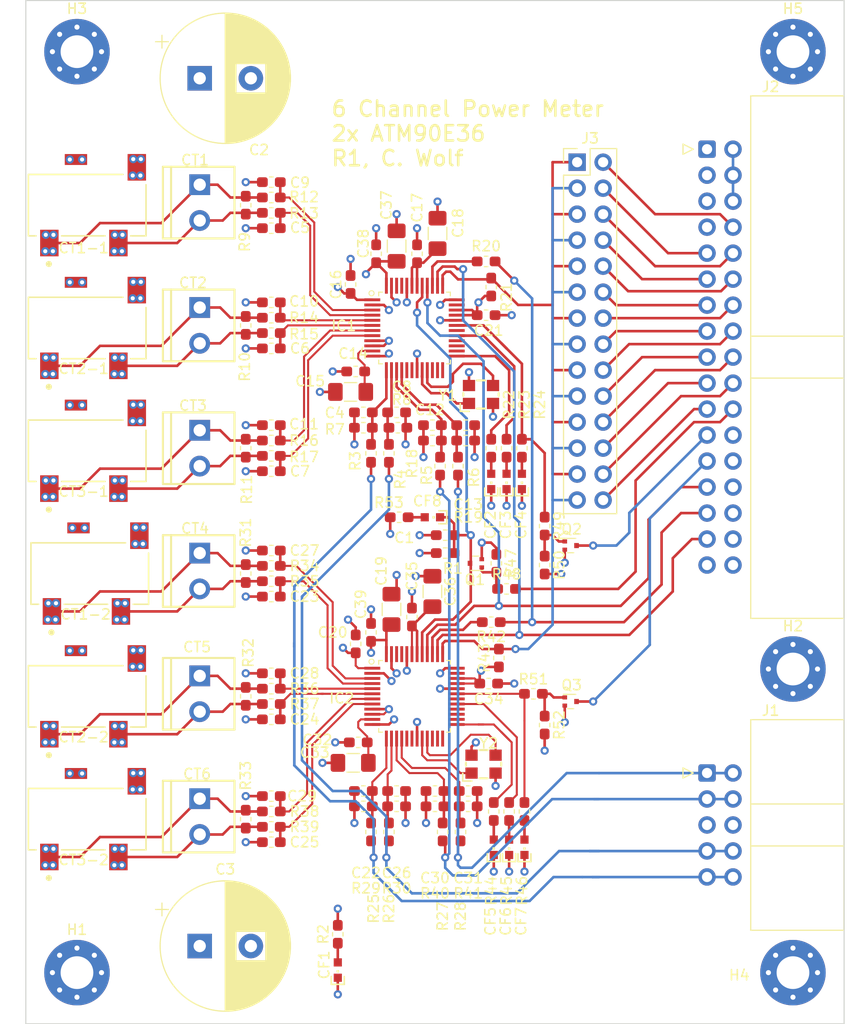
<source format=kicad_pcb>
(kicad_pcb (version 20171130) (host pcbnew "(5.1.6)-1")
  (layers (0 F.Cu signal) (1 In1.Cu signal) (2 In2.Cu signal) (31 B.Cu signal) (36 B.SilkS user) (37 F.SilkS user) (38 B.Mask user) (39 F.Mask user) (44 Edge.Cuts user))
  (net 0 "")
  (net 1 +3V3)
  (net 2 /meter_1/~CS)
  (net 3 /meter_1/SDI)
  (net 4 /meter_1/SDO)
  (net 5 /meter_1/SCLK)
  (net 6 GND)
  (net 7 /meter_1/V1P)
  (net 8 "Net-(J1-Pad5)")
  (net 9 /meter_1/V2P)
  (net 10 /meter_1/V1N)
  (net 11 "Net-(J1-Pad6)")
  (net 12 /meter_1/V2N)
  (net 13 "Net-(IC1-Pad26)")
  (net 14 "Net-(IC1-Pad22)")
  (net 15 "Net-(IC1-Pad23)")
  (net 16 "Net-(IC1-Pad24)")
  (net 17 "Net-(IC1-Pad28)")
  (net 18 "Net-(IC1-Pad27)")
  (net 19 "Net-(IC1-Pad25)")
  (net 20 "Net-(CT1-1-Pad1)")
  (net 21 "Net-(CT1-1-Pad2)")
  (net 22 "Net-(CT2-1-Pad2)")
  (net 23 "Net-(CT2-1-Pad1)")
  (net 24 "Net-(CT3-1-Pad1)")
  (net 25 "Net-(CT3-1-Pad2)")
  (net 26 /meter_1/~RESET)
  (net 27 "Net-(IC1-Pad46)")
  (net 28 "Net-(IC1-Pad45)")
  (net 29 "Net-(IC1-Pad39)")
  (net 30 "Net-(IC1-Pad35)")
  (net 31 "Net-(IC1-Pad30)")
  (net 32 "Net-(IC1-Pad29)")
  (net 33 "Net-(IC1-Pad21)")
  (net 34 "Net-(IC1-Pad20)")
  (net 35 "Net-(IC1-Pad18)")
  (net 36 "Net-(IC1-Pad17)")
  (net 37 "Net-(CT1-1-Pad3)")
  (net 38 "Net-(CT1-1-Pad10)")
  (net 39 "Net-(CT2-1-Pad10)")
  (net 40 "Net-(CT2-1-Pad3)")
  (net 41 "Net-(CT3-1-Pad3)")
  (net 42 "Net-(CT3-1-Pad10)")
  (net 43 "Net-(CF2-PadA)")
  (net 44 "Net-(CF3-PadA)")
  (net 45 "Net-(CF1-PadA)")
  (net 46 "Net-(CF4-PadA)")
  (net 47 "Net-(C8-Pad1)")
  (net 48 "Net-(C4-Pad1)")
  (net 49 "Net-(CT1-2-Pad2)")
  (net 50 "Net-(CT1-2-Pad1)")
  (net 51 "Net-(CT2-2-Pad1)")
  (net 52 "Net-(CT2-2-Pad2)")
  (net 53 "Net-(CT3-2-Pad2)")
  (net 54 "Net-(CT3-2-Pad1)")
  (net 55 "Net-(C22-Pad1)")
  (net 56 "Net-(CF7-PadA)")
  (net 57 "Net-(IC2-Pad29)")
  (net 58 "Net-(CF6-PadA)")
  (net 59 "Net-(CF5-PadA)")
  (net 60 "Net-(IC2-Pad25)")
  (net 61 "Net-(C26-Pad1)")
  (net 62 /meter_2/~CS)
  (net 63 "Net-(IC2-Pad39)")
  (net 64 "Net-(IC2-Pad26)")
  (net 65 "Net-(IC2-Pad27)")
  (net 66 "Net-(IC2-Pad28)")
  (net 67 "Net-(IC2-Pad22)")
  (net 68 "Net-(IC2-Pad23)")
  (net 69 "Net-(IC2-Pad24)")
  (net 70 "Net-(IC2-Pad17)")
  (net 71 "Net-(IC2-Pad18)")
  (net 72 "Net-(IC2-Pad20)")
  (net 73 "Net-(IC2-Pad21)")
  (net 74 "Net-(IC2-Pad30)")
  (net 75 "Net-(IC2-Pad35)")
  (net 76 "Net-(IC2-Pad45)")
  (net 77 "Net-(IC2-Pad46)")
  (net 78 "Net-(CT1-2-Pad3)")
  (net 79 "Net-(CT1-2-Pad10)")
  (net 80 "Net-(CT2-2-Pad3)")
  (net 81 "Net-(CT2-2-Pad10)")
  (net 82 "Net-(CT3-2-Pad10)")
  (net 83 "Net-(CT3-2-Pad3)")
  (net 84 /meter_1/I3N)
  (net 85 /meter_1/I3P)
  (net 86 /meter_1/I2N)
  (net 87 /meter_2/I1P)
  (net 88 /meter_1/I1P)
  (net 89 /meter_2/I2P)
  (net 90 /meter_1/I2P)
  (net 91 /meter_2/I3N)
  (net 92 /meter_2/I3P)
  (net 93 /meter_2/I2N)
  (net 94 /meter_2/I1N)
  (net 95 /meter_1/I1N)
  (net 96 "Net-(C32-Pad1)")
  (net 97 "Net-(C14-Pad1)")
  (net 98 /meter_2/1.8VDD)
  (net 99 /meter_1/1.8VDD)
  (net 100 "Net-(C13-Pad1)")
  (net 101 "Net-(C31-Pad1)")
  (net 102 "Net-(C30-Pad1)")
  (net 103 "Net-(C12-Pad1)")
  (net 104 +5V)
  (net 105 "Net-(IC1-Pad31)")
  (net 106 "Net-(IC2-Pad31)")
  (net 107 "Net-(Q1-Pad1)")
  (net 108 /INT_1)
  (net 109 "Net-(Q2-Pad1)")
  (net 110 /INT_2)
  (net 111 "Net-(Q3-Pad1)")
  (net 112 /RESET-IN)
  (net 113 /CS_13)
  (net 114 /CS_11)
  (net 115 /CS_9)
  (net 116 /CS_7)
  (net 117 /CS_5)
  (net 118 /CS_3)
  (net 119 /CS_1)
  (net 120 /CS_14)
  (net 121 /CS_12)
  (net 122 /CS_10)
  (net 123 /CS_8)
  (net 124 /CS_6)
  (net 125 /CS_4)
  (net 126 /CS_2)
  (net 127 "Net-(CF8-PadA)")
  (module Resistor_SMD:R_0603_1608Metric_Pad1.05x0.95mm_HandSolder (layer F.Cu) (at 71.5 85.5)
    (fp_text reference R53 (at -1 -1.43) (layer F.SilkS))
    (fp_text value 1K)
    (pad 2 smd roundrect (at 0.875 0) (size 1.05 0.95) (layers F.Cu F.Paste F.Mask) (net 127 "Net-(CF8-PadA)"))
    (pad 1 smd roundrect (at -0.875 0) (size 1.05 0.95) (layers F.Cu F.Paste F.Mask) (net 1 +3V3))
  )
  (module custom:CHIPLED_0603 (layer F.Cu) (at 74.75 85.5 270)
    (fp_text reference CF8 (at -1 2 180) (layer F.SilkS) (effects (justify left bottom)))
    (fp_text value BLU hide)
    (pad A smd rect (at 0 0.75 270) (size 0.8 0.8) (layers F.Cu F.Paste F.Mask) (net 127 "Net-(CF8-PadA)"))
    (pad C smd rect (at 0 -0.75 270) (size 0.8 0.8) (layers F.Cu F.Paste F.Mask) (net 26 /meter_1/~RESET))
  )
  (module Connector_IDC:IDC-Header_2x05_P2.54mm_Horizontal (layer F.Cu) (at 101.6 110.49)
    (fp_text reference J1 (at 6.215 -6.1) (layer F.SilkS))
    (fp_text value Conn_02x05_Odd_Even)
    (pad 10 thru_hole circle (at 2.54 10.16) (size 1.7 1.7) (drill 1) (layers *.Cu *.Mask) (net 7 /meter_1/V1P))
    (pad 8 thru_hole circle (at 2.54 7.62) (size 1.7 1.7) (drill 1) (layers *.Cu *.Mask) (net 10 /meter_1/V1N))
    (pad 6 thru_hole circle (at 2.54 5.08) (size 1.7 1.7) (drill 1) (layers *.Cu *.Mask) (net 11 "Net-(J1-Pad6)"))
    (pad 4 thru_hole circle (at 2.54 2.54) (size 1.7 1.7) (drill 1) (layers *.Cu *.Mask) (net 9 /meter_1/V2P))
    (pad 2 thru_hole circle (at 2.54 0) (size 1.7 1.7) (drill 1) (layers *.Cu *.Mask) (net 12 /meter_1/V2N))
    (pad 9 thru_hole circle (at 0 10.16) (size 1.7 1.7) (drill 1) (layers *.Cu *.Mask) (net 7 /meter_1/V1P))
    (pad 7 thru_hole circle (at 0 7.62) (size 1.7 1.7) (drill 1) (layers *.Cu *.Mask) (net 10 /meter_1/V1N))
    (pad 5 thru_hole circle (at 0 5.08) (size 1.7 1.7) (drill 1) (layers *.Cu *.Mask) (net 8 "Net-(J1-Pad5)"))
    (pad 3 thru_hole circle (at 0 2.54) (size 1.7 1.7) (drill 1) (layers *.Cu *.Mask) (net 9 /meter_1/V2P))
    (pad 1 thru_hole roundrect (at 0 0) (size 1.7 1.7) (drill 1) (layers *.Cu *.Mask) (roundrect_rratio 0.147059) (net 12 /meter_1/V2N))
  )
  (module Resistor_SMD:R_0603_1608Metric_Pad1.05x0.95mm_HandSolder (layer F.Cu) (at 85.725 105.805 270)
    (fp_text reference R52 (at 0 -1.43 90) (layer F.SilkS))
    (fp_text value 10K)
    (pad 2 smd roundrect (at 0.875 0 270) (size 1.05 0.95) (layers F.Cu F.Paste F.Mask) (net 6 GND))
    (pad 1 smd roundrect (at -0.875 0 270) (size 1.05 0.95) (layers F.Cu F.Paste F.Mask) (net 111 "Net-(Q3-Pad1)"))
  )
  (module Resistor_SMD:R_0603_1608Metric_Pad1.05x0.95mm_HandSolder (layer F.Cu) (at 84.625 102.75)
    (fp_text reference R51 (at 0 -1.43) (layer F.SilkS))
    (fp_text value 1K)
    (pad 2 smd roundrect (at 0.875 0) (size 1.05 0.95) (layers F.Cu F.Paste F.Mask) (net 111 "Net-(Q3-Pad1)"))
    (pad 1 smd roundrect (at -0.875 0) (size 1.05 0.95) (layers F.Cu F.Paste F.Mask) (net 106 "Net-(IC2-Pad31)"))
  )
  (module Resistor_SMD:R_0603_1608Metric_Pad1.05x0.95mm_HandSolder (layer F.Cu) (at 85.725 90.17 270)
    (fp_text reference R50 (at 0 -1.43 90) (layer F.SilkS))
    (fp_text value 10K)
    (pad 2 smd roundrect (at 0.875 0 270) (size 1.05 0.95) (layers F.Cu F.Paste F.Mask) (net 6 GND))
    (pad 1 smd roundrect (at -0.875 0 270) (size 1.05 0.95) (layers F.Cu F.Paste F.Mask) (net 109 "Net-(Q2-Pad1)"))
  )
  (module Resistor_SMD:R_0603_1608Metric_Pad1.05x0.95mm_HandSolder (layer F.Cu) (at 85.725 86.36 270)
    (fp_text reference R49 (at 0 -1.43 90) (layer F.SilkS))
    (fp_text value 1K)
    (pad 2 smd roundrect (at 0.875 0 270) (size 1.05 0.95) (layers F.Cu F.Paste F.Mask) (net 109 "Net-(Q2-Pad1)"))
    (pad 1 smd roundrect (at -0.875 0 270) (size 1.05 0.95) (layers F.Cu F.Paste F.Mask) (net 105 "Net-(IC1-Pad31)"))
  )
  (module Resistor_SMD:R_0603_1608Metric_Pad1.05x0.95mm_HandSolder (layer F.Cu) (at 82 92.5)
    (fp_text reference R48 (at 0 -1.43) (layer F.SilkS))
    (fp_text value 1K)
    (pad 2 smd roundrect (at 0.875 0) (size 1.05 0.95) (layers F.Cu F.Paste F.Mask) (net 112 /RESET-IN))
    (pad 1 smd roundrect (at -0.875 0) (size 1.05 0.95) (layers F.Cu F.Paste F.Mask) (net 107 "Net-(Q1-Pad1)"))
  )
  (module Resistor_SMD:R_0603_1608Metric_Pad1.05x0.95mm_HandSolder (layer F.Cu) (at 81 90 270)
    (fp_text reference R47 (at 0 -1.43 90) (layer F.SilkS))
    (fp_text value 10K)
    (pad 2 smd roundrect (at 0.875 0 270) (size 1.05 0.95) (layers F.Cu F.Paste F.Mask) (net 107 "Net-(Q1-Pad1)"))
    (pad 1 smd roundrect (at -0.875 0 270) (size 1.05 0.95) (layers F.Cu F.Paste F.Mask) (net 6 GND))
  )
  (module Package_TO_SOT_SMD:SOT-723 (layer F.Cu) (at 88.265 103.505)
    (fp_text reference Q3 (at 0.1 -1.6) (layer F.SilkS))
    (fp_text value RUM002N05T2LCT-ND)
    (pad 3 smd rect (at 0.575 0) (size 0.45 0.5) (layers F.Cu F.Paste F.Mask) (net 110 /INT_2))
    (pad 2 smd rect (at -0.575 0.4) (size 0.45 0.4) (layers F.Cu F.Paste F.Mask) (net 6 GND))
    (pad 1 smd rect (at -0.575 -0.4) (size 0.45 0.4) (layers F.Cu F.Paste F.Mask) (net 111 "Net-(Q3-Pad1)"))
  )
  (module Package_TO_SOT_SMD:SOT-723 (layer F.Cu) (at 88.265 88.265)
    (fp_text reference Q2 (at 0.1 -1.6) (layer F.SilkS))
    (fp_text value RUM002N05T2LCT-ND)
    (pad 3 smd rect (at 0.575 0) (size 0.45 0.5) (layers F.Cu F.Paste F.Mask) (net 108 /INT_1))
    (pad 2 smd rect (at -0.575 0.4) (size 0.45 0.4) (layers F.Cu F.Paste F.Mask) (net 6 GND))
    (pad 1 smd rect (at -0.575 -0.4) (size 0.45 0.4) (layers F.Cu F.Paste F.Mask) (net 109 "Net-(Q2-Pad1)"))
  )
  (module Package_TO_SOT_SMD:SOT-723 (layer F.Cu) (at 79 90 180)
    (fp_text reference Q1 (at 0.1 -1.6) (layer F.SilkS))
    (fp_text value RUM002N05T2LCT-ND)
    (pad 3 smd rect (at 0.575 0 180) (size 0.45 0.5) (layers F.Cu F.Paste F.Mask) (net 26 /meter_1/~RESET))
    (pad 2 smd rect (at -0.575 0.4 180) (size 0.45 0.4) (layers F.Cu F.Paste F.Mask) (net 6 GND))
    (pad 1 smd rect (at -0.575 -0.4 180) (size 0.45 0.4) (layers F.Cu F.Paste F.Mask) (net 107 "Net-(Q1-Pad1)"))
  )
  (module Connector_PinHeader_2.54mm:PinHeader_2x14_P2.54mm_Vertical (layer F.Cu) (at 88.9 50.8)
    (fp_text reference J3 (at 1.27 -2.33) (layer F.SilkS))
    (fp_text value Conn_02x14_Odd_Even)
    (pad 28 thru_hole oval (at 2.54 33.02) (size 1.7 1.7) (drill 1) (layers *.Cu *.Mask) (net 120 /CS_14))
    (pad 27 thru_hole oval (at 0 33.02) (size 1.7 1.7) (drill 1) (layers *.Cu *.Mask) (net 62 /meter_2/~CS))
    (pad 26 thru_hole oval (at 2.54 30.48) (size 1.7 1.7) (drill 1) (layers *.Cu *.Mask) (net 113 /CS_13))
    (pad 25 thru_hole oval (at 0 30.48) (size 1.7 1.7) (drill 1) (layers *.Cu *.Mask) (net 2 /meter_1/~CS))
    (pad 24 thru_hole oval (at 2.54 27.94) (size 1.7 1.7) (drill 1) (layers *.Cu *.Mask) (net 121 /CS_12))
    (pad 23 thru_hole oval (at 0 27.94) (size 1.7 1.7) (drill 1) (layers *.Cu *.Mask) (net 62 /meter_2/~CS))
    (pad 22 thru_hole oval (at 2.54 25.4) (size 1.7 1.7) (drill 1) (layers *.Cu *.Mask) (net 114 /CS_11))
    (pad 21 thru_hole oval (at 0 25.4) (size 1.7 1.7) (drill 1) (layers *.Cu *.Mask) (net 2 /meter_1/~CS))
    (pad 20 thru_hole oval (at 2.54 22.86) (size 1.7 1.7) (drill 1) (layers *.Cu *.Mask) (net 122 /CS_10))
    (pad 19 thru_hole oval (at 0 22.86) (size 1.7 1.7) (drill 1) (layers *.Cu *.Mask) (net 62 /meter_2/~CS))
    (pad 18 thru_hole oval (at 2.54 20.32) (size 1.7 1.7) (drill 1) (layers *.Cu *.Mask) (net 115 /CS_9))
    (pad 17 thru_hole oval (at 0 20.32) (size 1.7 1.7) (drill 1) (layers *.Cu *.Mask) (net 2 /meter_1/~CS))
    (pad 16 thru_hole oval (at 2.54 17.78) (size 1.7 1.7) (drill 1) (layers *.Cu *.Mask) (net 123 /CS_8))
    (pad 15 thru_hole oval (at 0 17.78) (size 1.7 1.7) (drill 1) (layers *.Cu *.Mask) (net 62 /meter_2/~CS))
    (pad 14 thru_hole oval (at 2.54 15.24) (size 1.7 1.7) (drill 1) (layers *.Cu *.Mask) (net 116 /CS_7))
    (pad 13 thru_hole oval (at 0 15.24) (size 1.7 1.7) (drill 1) (layers *.Cu *.Mask) (net 2 /meter_1/~CS))
    (pad 12 thru_hole oval (at 2.54 12.7) (size 1.7 1.7) (drill 1) (layers *.Cu *.Mask) (net 124 /CS_6))
    (pad 11 thru_hole oval (at 0 12.7) (size 1.7 1.7) (drill 1) (layers *.Cu *.Mask) (net 62 /meter_2/~CS))
    (pad 10 thru_hole oval (at 2.54 10.16) (size 1.7 1.7) (drill 1) (layers *.Cu *.Mask) (net 117 /CS_5))
    (pad 9 thru_hole oval (at 0 10.16) (size 1.7 1.7) (drill 1) (layers *.Cu *.Mask) (net 2 /meter_1/~CS))
    (pad 8 thru_hole oval (at 2.54 7.62) (size 1.7 1.7) (drill 1) (layers *.Cu *.Mask) (net 125 /CS_4))
    (pad 7 thru_hole oval (at 0 7.62) (size 1.7 1.7) (drill 1) (layers *.Cu *.Mask) (net 62 /meter_2/~CS))
    (pad 6 thru_hole oval (at 2.54 5.08) (size 1.7 1.7) (drill 1) (layers *.Cu *.Mask) (net 118 /CS_3))
    (pad 5 thru_hole oval (at 0 5.08) (size 1.7 1.7) (drill 1) (layers *.Cu *.Mask) (net 2 /meter_1/~CS))
    (pad 4 thru_hole oval (at 2.54 2.54) (size 1.7 1.7) (drill 1) (layers *.Cu *.Mask) (net 126 /CS_2))
    (pad 3 thru_hole oval (at 0 2.54) (size 1.7 1.7) (drill 1) (layers *.Cu *.Mask) (net 62 /meter_2/~CS))
    (pad 2 thru_hole oval (at 2.54 0) (size 1.7 1.7) (drill 1) (layers *.Cu *.Mask) (net 119 /CS_1))
    (pad 1 thru_hole rect (at 0 0) (size 1.7 1.7) (drill 1) (layers *.Cu *.Mask) (net 2 /meter_1/~CS))
  )
  (module Connector_IDC:IDC-Header_2x17_P2.54mm_Horizontal (layer F.Cu) (at 101.6 49.53)
    (fp_text reference J2 (at 6.215 -6.1) (layer F.SilkS))
    (fp_text value Conn_02x17_Odd_Even)
    (pad 34 thru_hole circle (at 2.54 40.64) (size 1.7 1.7) (drill 1) (layers *.Cu *.Mask) (net 6 GND))
    (pad 32 thru_hole circle (at 2.54 38.1) (size 1.7 1.7) (drill 1) (layers *.Cu *.Mask) (net 6 GND))
    (pad 30 thru_hole circle (at 2.54 35.56) (size 1.7 1.7) (drill 1) (layers *.Cu *.Mask) (net 6 GND))
    (pad 28 thru_hole circle (at 2.54 33.02) (size 1.7 1.7) (drill 1) (layers *.Cu *.Mask) (net 6 GND))
    (pad 26 thru_hole circle (at 2.54 30.48) (size 1.7 1.7) (drill 1) (layers *.Cu *.Mask) (net 6 GND))
    (pad 24 thru_hole circle (at 2.54 27.94) (size 1.7 1.7) (drill 1) (layers *.Cu *.Mask) (net 6 GND))
    (pad 22 thru_hole circle (at 2.54 25.4) (size 1.7 1.7) (drill 1) (layers *.Cu *.Mask) (net 112 /RESET-IN))
    (pad 20 thru_hole circle (at 2.54 22.86) (size 1.7 1.7) (drill 1) (layers *.Cu *.Mask) (net 113 /CS_13))
    (pad 18 thru_hole circle (at 2.54 20.32) (size 1.7 1.7) (drill 1) (layers *.Cu *.Mask) (net 114 /CS_11))
    (pad 16 thru_hole circle (at 2.54 17.78) (size 1.7 1.7) (drill 1) (layers *.Cu *.Mask) (net 115 /CS_9))
    (pad 14 thru_hole circle (at 2.54 15.24) (size 1.7 1.7) (drill 1) (layers *.Cu *.Mask) (net 116 /CS_7))
    (pad 12 thru_hole circle (at 2.54 12.7) (size 1.7 1.7) (drill 1) (layers *.Cu *.Mask) (net 117 /CS_5))
    (pad 10 thru_hole circle (at 2.54 10.16) (size 1.7 1.7) (drill 1) (layers *.Cu *.Mask) (net 118 /CS_3))
    (pad 8 thru_hole circle (at 2.54 7.62) (size 1.7 1.7) (drill 1) (layers *.Cu *.Mask) (net 119 /CS_1))
    (pad 6 thru_hole circle (at 2.54 5.08) (size 1.7 1.7) (drill 1) (layers *.Cu *.Mask) (net 104 +5V))
    (pad 4 thru_hole circle (at 2.54 2.54) (size 1.7 1.7) (drill 1) (layers *.Cu *.Mask) (net 104 +5V))
    (pad 2 thru_hole circle (at 2.54 0) (size 1.7 1.7) (drill 1) (layers *.Cu *.Mask) (net 104 +5V))
    (pad 33 thru_hole circle (at 0 40.64) (size 1.7 1.7) (drill 1) (layers *.Cu *.Mask) (net 6 GND))
    (pad 31 thru_hole circle (at 0 38.1) (size 1.7 1.7) (drill 1) (layers *.Cu *.Mask) (net 5 /meter_1/SCLK))
    (pad 29 thru_hole circle (at 0 35.56) (size 1.7 1.7) (drill 1) (layers *.Cu *.Mask) (net 4 /meter_1/SDO))
    (pad 27 thru_hole circle (at 0 33.02) (size 1.7 1.7) (drill 1) (layers *.Cu *.Mask) (net 3 /meter_1/SDI))
    (pad 25 thru_hole circle (at 0 30.48) (size 1.7 1.7) (drill 1) (layers *.Cu *.Mask) (net 110 /INT_2))
    (pad 23 thru_hole circle (at 0 27.94) (size 1.7 1.7) (drill 1) (layers *.Cu *.Mask) (net 108 /INT_1))
    (pad 21 thru_hole circle (at 0 25.4) (size 1.7 1.7) (drill 1) (layers *.Cu *.Mask) (net 120 /CS_14))
    (pad 19 thru_hole circle (at 0 22.86) (size 1.7 1.7) (drill 1) (layers *.Cu *.Mask) (net 121 /CS_12))
    (pad 17 thru_hole circle (at 0 20.32) (size 1.7 1.7) (drill 1) (layers *.Cu *.Mask) (net 122 /CS_10))
    (pad 15 thru_hole circle (at 0 17.78) (size 1.7 1.7) (drill 1) (layers *.Cu *.Mask) (net 123 /CS_8))
    (pad 13 thru_hole circle (at 0 15.24) (size 1.7 1.7) (drill 1) (layers *.Cu *.Mask) (net 124 /CS_6))
    (pad 11 thru_hole circle (at 0 12.7) (size 1.7 1.7) (drill 1) (layers *.Cu *.Mask) (net 125 /CS_4))
    (pad 9 thru_hole circle (at 0 10.16) (size 1.7 1.7) (drill 1) (layers *.Cu *.Mask) (net 126 /CS_2))
    (pad 7 thru_hole circle (at 0 7.62) (size 1.7 1.7) (drill 1) (layers *.Cu *.Mask) (net 1 +3V3))
    (pad 5 thru_hole circle (at 0 5.08) (size 1.7 1.7) (drill 1) (layers *.Cu *.Mask) (net 1 +3V3))
    (pad 3 thru_hole circle (at 0 2.54) (size 1.7 1.7) (drill 1) (layers *.Cu *.Mask) (net 1 +3V3))
    (pad 1 thru_hole roundrect (at 0 0) (size 1.7 1.7) (drill 1) (layers *.Cu *.Mask) (roundrect_rratio 0.147059) (net 1 +3V3))
  )
  (module 6_channel_esp32_energy_meter:CRYSTAL-SMD-3.2X2.5MM (layer F.Cu) (at 79.5 73.5)
    (fp_text reference Y1 (at -2.25 -0.5 -180) (layer F.SilkS) (effects (justify right top)))
    (fp_text value 16.384MHz hide)
    (pad 4 smd rect (at -1.175 -0.875 180) (size 1.2 1.1) (layers F.Cu F.Paste F.Mask) (net 6 GND))
    (pad 3 smd rect (at 1.175 -0.875) (size 1.2 1.1) (layers F.Cu F.Paste F.Mask) (net 33 "Net-(IC1-Pad21)"))
    (pad 2 smd rect (at 1.175 0.875) (size 1.2 1.1) (layers F.Cu F.Paste F.Mask) (net 6 GND))
    (pad 1 smd rect (at -1.175 0.875 180) (size 1.2 1.1) (layers F.Cu F.Paste F.Mask) (net 34 "Net-(IC1-Pad20)"))
  )
  (module Capacitor_SMD:C_0603_1608Metric_Pad1.05x0.95mm_HandSolder (layer F.Cu) (at 75 112.25 180)
    (fp_text reference C30 (at 0 -8.5 180) (layer F.SilkS))
    (fp_text value 18nF)
    (pad 2 smd roundrect (at 0.875 0 180) (size 1.05 0.95) (layers F.Cu F.Paste F.Mask) (net 6 GND))
    (pad 1 smd roundrect (at -0.875 0 180) (size 1.05 0.95) (layers F.Cu F.Paste F.Mask) (net 102 "Net-(C30-Pad1)"))
  )
  (module Capacitor_SMD:C_0603_1608Metric_Pad1.05x0.95mm_HandSolder (layer F.Cu) (at 67.5 107.5 180)
    (fp_text reference C32 (at 4 0.25 180) (layer F.SilkS))
    (fp_text value 0.1uF)
    (pad 2 smd roundrect (at 0.875 0 180) (size 1.05 0.95) (layers F.Cu F.Paste F.Mask) (net 6 GND))
    (pad 1 smd roundrect (at -0.875 0 180) (size 1.05 0.95) (layers F.Cu F.Paste F.Mask) (net 96 "Net-(C32-Pad1)"))
  )
  (module Capacitor_SMD:C_0603_1608Metric_Pad1.05x0.95mm_HandSolder (layer F.Cu) (at 69.25 59.75 90)
    (fp_text reference C38 (at 1 -1.25 90) (layer F.SilkS))
    (fp_text value 0.1uF)
    (pad 2 smd roundrect (at 0.875 0 90) (size 1.05 0.95) (layers F.Cu F.Paste F.Mask) (net 6 GND))
    (pad 1 smd roundrect (at -0.875 0 90) (size 1.05 0.95) (layers F.Cu F.Paste F.Mask) (net 1 +3V3))
  )
  (module Capacitor_SMD:C_0603_1608Metric_Pad1.05x0.95mm_HandSolder (layer F.Cu) (at 68.75 96.75 90)
    (fp_text reference C39 (at 2.75 -1 90) (layer F.SilkS))
    (fp_text value 0.1uF)
    (pad 2 smd roundrect (at 0.875 0 90) (size 1.05 0.95) (layers F.Cu F.Paste F.Mask) (net 6 GND))
    (pad 1 smd roundrect (at -0.875 0 90) (size 1.05 0.95) (layers F.Cu F.Paste F.Mask) (net 1 +3V3))
  )
  (module Capacitor_SMD:C_0603_1608Metric_Pad1.05x0.95mm_HandSolder (layer F.Cu) (at 74.75 76.5 180)
    (fp_text reference C12 (at 0.25 1.5 180) (layer F.SilkS))
    (fp_text value 18nF)
    (pad 2 smd roundrect (at 0.875 0 180) (size 1.05 0.95) (layers F.Cu F.Paste F.Mask) (net 6 GND))
    (pad 1 smd roundrect (at -0.875 0 180) (size 1.05 0.95) (layers F.Cu F.Paste F.Mask) (net 103 "Net-(C12-Pad1)"))
  )
  (module Capacitor_SMD:C_0603_1608Metric_Pad1.05x0.95mm_HandSolder (layer F.Cu) (at 67.25 71.25 180)
    (fp_text reference C14 (at 0.25 1.75 180) (layer F.SilkS))
    (fp_text value 0.1uF)
    (pad 2 smd roundrect (at 0.875 0 180) (size 1.05 0.95) (layers F.Cu F.Paste F.Mask) (net 6 GND))
    (pad 1 smd roundrect (at -0.875 0 180) (size 1.05 0.95) (layers F.Cu F.Paste F.Mask) (net 97 "Net-(C14-Pad1)"))
  )
  (module Capacitor_SMD:C_1206_3216Metric_Pad1.42x1.75mm_HandSolder (layer F.Cu) (at 74.75 92.75 90)
    (fp_text reference C36 (at 0 1.75 90) (layer F.SilkS))
    (fp_text value 10uF)
    (pad 2 smd roundrect (at 1.4875 0 90) (size 1.425 1.75) (layers F.Cu F.Paste F.Mask) (roundrect_rratio 0.175439) (net 6 GND))
    (pad 1 smd roundrect (at -1.4875 0 90) (size 1.425 1.75) (layers F.Cu F.Paste F.Mask) (roundrect_rratio 0.175439) (net 98 /meter_2/1.8VDD))
  )
  (module Capacitor_SMD:C_1206_3216Metric_Pad1.42x1.75mm_HandSolder (layer F.Cu) (at 67 109.5 180)
    (fp_text reference C33 (at 3.75 1 180) (layer F.SilkS))
    (fp_text value 10uF)
    (pad 2 smd roundrect (at 1.4875 0 180) (size 1.425 1.75) (layers F.Cu F.Paste F.Mask) (roundrect_rratio 0.175439) (net 6 GND))
    (pad 1 smd roundrect (at -1.4875 0 180) (size 1.425 1.75) (layers F.Cu F.Paste F.Mask) (roundrect_rratio 0.175439) (net 96 "Net-(C32-Pad1)"))
  )
  (module Capacitor_SMD:C_1206_3216Metric_Pad1.42x1.75mm_HandSolder (layer F.Cu) (at 70.75 94.5 90)
    (fp_text reference C19 (at 3.75 -1 90) (layer F.SilkS))
    (fp_text value 10uF)
    (pad 2 smd roundrect (at 1.4875 0 90) (size 1.425 1.75) (layers F.Cu F.Paste F.Mask) (roundrect_rratio 0.175439) (net 6 GND))
    (pad 1 smd roundrect (at -1.4875 0 90) (size 1.425 1.75) (layers F.Cu F.Paste F.Mask) (roundrect_rratio 0.175439) (net 1 +3V3))
  )
  (module Capacitor_SMD:C_1206_3216Metric_Pad1.42x1.75mm_HandSolder (layer F.Cu) (at 66.75 73.25 180)
    (fp_text reference C15 (at 3.95 1.05 180) (layer F.SilkS))
    (fp_text value 10uF)
    (pad 2 smd roundrect (at 1.4875 0 180) (size 1.425 1.75) (layers F.Cu F.Paste F.Mask) (roundrect_rratio 0.175439) (net 6 GND))
    (pad 1 smd roundrect (at -1.4875 0 180) (size 1.425 1.75) (layers F.Cu F.Paste F.Mask) (roundrect_rratio 0.175439) (net 97 "Net-(C14-Pad1)"))
  )
  (module Capacitor_SMD:C_1206_3216Metric_Pad1.42x1.75mm_HandSolder (layer F.Cu) (at 75.25 57.7625 90)
    (fp_text reference C18 (at 1.0125 2 90) (layer F.SilkS))
    (fp_text value 10uF)
    (pad 2 smd roundrect (at 1.4875 0 90) (size 1.425 1.75) (layers F.Cu F.Paste F.Mask) (roundrect_rratio 0.175439) (net 6 GND))
    (pad 1 smd roundrect (at -1.4875 0 90) (size 1.425 1.75) (layers F.Cu F.Paste F.Mask) (roundrect_rratio 0.175439) (net 99 /meter_1/1.8VDD))
  )
  (module Capacitor_SMD:C_1206_3216Metric_Pad1.42x1.75mm_HandSolder (layer F.Cu) (at 71.25 59 90)
    (fp_text reference C37 (at 4 -1 90) (layer F.SilkS))
    (fp_text value 10uF)
    (pad 2 smd roundrect (at 1.4875 0 90) (size 1.425 1.75) (layers F.Cu F.Paste F.Mask) (roundrect_rratio 0.175439) (net 6 GND))
    (pad 1 smd roundrect (at -1.4875 0 90) (size 1.425 1.75) (layers F.Cu F.Paste F.Mask) (roundrect_rratio 0.175439) (net 1 +3V3))
  )
  (module Capacitor_THT:CP_Radial_D12.5mm_P5.00mm (layer F.Cu) (at 52 127.4)
    (fp_text reference C3 (at 2.5 -7.5) (layer F.SilkS))
    (fp_text value CP1)
    (pad 2 thru_hole circle (at 5 0) (size 2.4 2.4) (drill 1.2) (layers *.Cu *.Mask) (net 6 GND))
    (pad 1 thru_hole rect (at 0 0) (size 2.4 2.4) (drill 1.2) (layers *.Cu *.Mask) (net 1 +3V3))
  )
  (module Capacitor_THT:CP_Radial_D12.5mm_P5.00mm (layer F.Cu) (at 52 42.6)
    (fp_text reference C2 (at 5.8 7) (layer F.SilkS))
    (fp_text value CP1)
    (pad 2 thru_hole circle (at 5 0) (size 2.4 2.4) (drill 1.2) (layers *.Cu *.Mask) (net 6 GND))
    (pad 1 thru_hole rect (at 0 0) (size 2.4 2.4) (drill 1.2) (layers *.Cu *.Mask) (net 1 +3V3))
  )
  (module 6_channel_esp32_energy_meter:QFP50P900X900X120-48 (layer F.Cu) (at 73 103)
    (fp_text reference IC2 (at -5.8 -0.4 -180) (layer F.SilkS) (effects (justify right top)))
    (fp_text value ATM90E36 hide)
    (pad 48 smd rect (at -2.75 -4.1269 90) (size 1.5579 0.28) (layers F.Cu F.Paste F.Mask) (net 1 +3V3))
    (pad 47 smd rect (at -2.25 -4.1269 90) (size 1.5579 0.28) (layers F.Cu F.Paste F.Mask) (net 6 GND))
    (pad 46 smd rect (at -1.75 -4.1269 90) (size 1.5579 0.28) (layers F.Cu F.Paste F.Mask) (net 77 "Net-(IC2-Pad46)"))
    (pad 45 smd rect (at -1.25 -4.1269 90) (size 1.5579 0.28) (layers F.Cu F.Paste F.Mask) (net 76 "Net-(IC2-Pad45)"))
    (pad 44 smd rect (at -0.75 -4.1269 90) (size 1.5579 0.28) (layers F.Cu F.Paste F.Mask) (net 6 GND))
    (pad 43 smd rect (at -0.25 -4.1269 90) (size 1.5579 0.28) (layers F.Cu F.Paste F.Mask) (net 98 /meter_2/1.8VDD))
    (pad 42 smd rect (at 0.25 -4.1269 90) (size 1.5579 0.28) (layers F.Cu F.Paste F.Mask) (net 98 /meter_2/1.8VDD))
    (pad 41 smd rect (at 0.75 -4.1269 90) (size 1.5579 0.28) (layers F.Cu F.Paste F.Mask) (net 26 /meter_1/~RESET))
    (pad 40 smd rect (at 1.25 -4.1269 90) (size 1.5579 0.28) (layers F.Cu F.Paste F.Mask) (net 3 /meter_1/SDI))
    (pad 39 smd rect (at 1.75 -4.1269 90) (size 1.5579 0.28) (layers F.Cu F.Paste F.Mask) (net 63 "Net-(IC2-Pad39)"))
    (pad 38 smd rect (at 2.25 -4.1269 90) (size 1.5579 0.28) (layers F.Cu F.Paste F.Mask) (net 5 /meter_1/SCLK))
    (pad 37 smd rect (at 2.75 -4.1269 90) (size 1.5579 0.28) (layers F.Cu F.Paste F.Mask) (net 62 /meter_2/~CS))
    (pad 36 smd rect (at 4.1269 -2.75) (size 1.5579 0.28) (layers F.Cu F.Paste F.Mask) (net 6 GND))
    (pad 35 smd rect (at 4.1269 -2.25) (size 1.5579 0.28) (layers F.Cu F.Paste F.Mask) (net 75 "Net-(IC2-Pad35)"))
    (pad 34 smd rect (at 4.1269 -1.75) (size 1.5579 0.28) (layers F.Cu F.Paste F.Mask) (net 1 +3V3))
    (pad 33 smd rect (at 4.1269 -1.25) (size 1.5579 0.28) (layers F.Cu F.Paste F.Mask) (net 1 +3V3))
    (pad 32 smd rect (at 4.1269 -0.75) (size 1.5579 0.28) (layers F.Cu F.Paste F.Mask) (net 6 GND))
    (pad 31 smd rect (at 4.1269 -0.25) (size 1.5579 0.28) (layers F.Cu F.Paste F.Mask) (net 106 "Net-(IC2-Pad31)"))
    (pad 30 smd rect (at 4.1269 0.25) (size 1.5579 0.28) (layers F.Cu F.Paste F.Mask) (net 74 "Net-(IC2-Pad30)"))
    (pad 29 smd rect (at 4.1269 0.75) (size 1.5579 0.28) (layers F.Cu F.Paste F.Mask) (net 57 "Net-(IC2-Pad29)"))
    (pad 28 smd rect (at 4.1269 1.25) (size 1.5579 0.28) (layers F.Cu F.Paste F.Mask) (net 66 "Net-(IC2-Pad28)"))
    (pad 27 smd rect (at 4.1269 1.75) (size 1.5579 0.28) (layers F.Cu F.Paste F.Mask) (net 65 "Net-(IC2-Pad27)"))
    (pad 26 smd rect (at 4.1269 2.25) (size 1.5579 0.28) (layers F.Cu F.Paste F.Mask) (net 64 "Net-(IC2-Pad26)"))
    (pad 25 smd rect (at 4.1269 2.75) (size 1.5579 0.28) (layers F.Cu F.Paste F.Mask) (net 60 "Net-(IC2-Pad25)"))
    (pad 24 smd rect (at 2.75 4.1269 90) (size 1.5579 0.28) (layers F.Cu F.Paste F.Mask) (net 69 "Net-(IC2-Pad24)"))
    (pad 23 smd rect (at 2.25 4.1269 90) (size 1.5579 0.28) (layers F.Cu F.Paste F.Mask) (net 68 "Net-(IC2-Pad23)"))
    (pad 22 smd rect (at 1.75 4.1269 90) (size 1.5579 0.28) (layers F.Cu F.Paste F.Mask) (net 67 "Net-(IC2-Pad22)"))
    (pad 21 smd rect (at 1.25 4.1269 90) (size 1.5579 0.28) (layers F.Cu F.Paste F.Mask) (net 73 "Net-(IC2-Pad21)"))
    (pad 20 smd rect (at 0.75 4.1269 90) (size 1.5579 0.28) (layers F.Cu F.Paste F.Mask) (net 72 "Net-(IC2-Pad20)"))
    (pad 19 smd rect (at 0.25 4.1269 90) (size 1.5579 0.28) (layers F.Cu F.Paste F.Mask) (net 6 GND))
    (pad 18 smd rect (at -0.25 4.1269 90) (size 1.5579 0.28) (layers F.Cu F.Paste F.Mask) (net 71 "Net-(IC2-Pad18)"))
    (pad 17 smd rect (at -0.75 4.1269 90) (size 1.5579 0.28) (layers F.Cu F.Paste F.Mask) (net 70 "Net-(IC2-Pad17)"))
    (pad 16 smd rect (at -1.25 4.1269 90) (size 1.5579 0.28) (layers F.Cu F.Paste F.Mask) (net 101 "Net-(C31-Pad1)"))
    (pad 15 smd rect (at -1.75 4.1269 90) (size 1.5579 0.28) (layers F.Cu F.Paste F.Mask) (net 102 "Net-(C30-Pad1)"))
    (pad 14 smd rect (at -2.25 4.1269 90) (size 1.5579 0.28) (layers F.Cu F.Paste F.Mask) (net 61 "Net-(C26-Pad1)"))
    (pad 13 smd rect (at -2.75 4.1269 90) (size 1.5579 0.28) (layers F.Cu F.Paste F.Mask) (net 55 "Net-(C22-Pad1)"))
    (pad 12 smd rect (at -4.1269 2.75) (size 1.5579 0.28) (layers F.Cu F.Paste F.Mask) (net 6 GND))
    (pad 11 smd rect (at -4.1269 2.25) (size 1.5579 0.28) (layers F.Cu F.Paste F.Mask) (net 96 "Net-(C32-Pad1)"))
    (pad 10 smd rect (at -4.1269 1.75) (size 1.5579 0.28) (layers F.Cu F.Paste F.Mask) (net 6 GND))
    (pad 9 smd rect (at -4.1269 1.25) (size 1.5579 0.28) (layers F.Cu F.Paste F.Mask) (net 6 GND))
    (pad 8 smd rect (at -4.1269 0.75) (size 1.5579 0.28) (layers F.Cu F.Paste F.Mask) (net 91 /meter_2/I3N))
    (pad 7 smd rect (at -4.1269 0.25) (size 1.5579 0.28) (layers F.Cu F.Paste F.Mask) (net 92 /meter_2/I3P))
    (pad 6 smd rect (at -4.1269 -0.25) (size 1.5579 0.28) (layers F.Cu F.Paste F.Mask) (net 93 /meter_2/I2N))
    (pad 5 smd rect (at -4.1269 -0.75) (size 1.5579 0.28) (layers F.Cu F.Paste F.Mask) (net 89 /meter_2/I2P))
    (pad 4 smd rect (at -4.1269 -1.25) (size 1.5579 0.28) (layers F.Cu F.Paste F.Mask) (net 94 /meter_2/I1N))
    (pad 3 smd rect (at -4.1269 -1.75) (size 1.5579 0.28) (layers F.Cu F.Paste F.Mask) (net 87 /meter_2/I1P))
    (pad 2 smd rect (at -4.1269 -2.25) (size 1.5579 0.28) (layers F.Cu F.Paste F.Mask) (net 6 GND))
    (pad 1 smd rect (at -4.1269 -2.75) (size 1.5579 0.28) (layers F.Cu F.Paste F.Mask) (net 1 +3V3))
  )
  (module 6_channel_esp32_energy_meter:QFP50P900X900X120-48 (layer F.Cu) (at 73 67)
    (fp_text reference IC1 (at -5.6 -0.8 -180) (layer F.SilkS) (effects (justify right top)))
    (fp_text value ATM90E36 hide)
    (pad 48 smd rect (at -2.75 -4.1269 90) (size 1.5579 0.28) (layers F.Cu F.Paste F.Mask) (net 1 +3V3))
    (pad 47 smd rect (at -2.25 -4.1269 90) (size 1.5579 0.28) (layers F.Cu F.Paste F.Mask) (net 6 GND))
    (pad 46 smd rect (at -1.75 -4.1269 90) (size 1.5579 0.28) (layers F.Cu F.Paste F.Mask) (net 27 "Net-(IC1-Pad46)"))
    (pad 45 smd rect (at -1.25 -4.1269 90) (size 1.5579 0.28) (layers F.Cu F.Paste F.Mask) (net 28 "Net-(IC1-Pad45)"))
    (pad 44 smd rect (at -0.75 -4.1269 90) (size 1.5579 0.28) (layers F.Cu F.Paste F.Mask) (net 6 GND))
    (pad 43 smd rect (at -0.25 -4.1269 90) (size 1.5579 0.28) (layers F.Cu F.Paste F.Mask) (net 99 /meter_1/1.8VDD))
    (pad 42 smd rect (at 0.25 -4.1269 90) (size 1.5579 0.28) (layers F.Cu F.Paste F.Mask) (net 99 /meter_1/1.8VDD))
    (pad 41 smd rect (at 0.75 -4.1269 90) (size 1.5579 0.28) (layers F.Cu F.Paste F.Mask) (net 26 /meter_1/~RESET))
    (pad 40 smd rect (at 1.25 -4.1269 90) (size 1.5579 0.28) (layers F.Cu F.Paste F.Mask) (net 3 /meter_1/SDI))
    (pad 39 smd rect (at 1.75 -4.1269 90) (size 1.5579 0.28) (layers F.Cu F.Paste F.Mask) (net 29 "Net-(IC1-Pad39)"))
    (pad 38 smd rect (at 2.25 -4.1269 90) (size 1.5579 0.28) (layers F.Cu F.Paste F.Mask) (net 5 /meter_1/SCLK))
    (pad 37 smd rect (at 2.75 -4.1269 90) (size 1.5579 0.28) (layers F.Cu F.Paste F.Mask) (net 2 /meter_1/~CS))
    (pad 36 smd rect (at 4.1269 -2.75) (size 1.5579 0.28) (layers F.Cu F.Paste F.Mask) (net 6 GND))
    (pad 35 smd rect (at 4.1269 -2.25) (size 1.5579 0.28) (layers F.Cu F.Paste F.Mask) (net 30 "Net-(IC1-Pad35)"))
    (pad 34 smd rect (at 4.1269 -1.75) (size 1.5579 0.28) (layers F.Cu F.Paste F.Mask) (net 1 +3V3))
    (pad 33 smd rect (at 4.1269 -1.25) (size 1.5579 0.28) (layers F.Cu F.Paste F.Mask) (net 1 +3V3))
    (pad 32 smd rect (at 4.1269 -0.75) (size 1.5579 0.28) (layers F.Cu F.Paste F.Mask) (net 6 GND))
    (pad 31 smd rect (at 4.1269 -0.25) (size 1.5579 0.28) (layers F.Cu F.Paste F.Mask) (net 105 "Net-(IC1-Pad31)"))
    (pad 30 smd rect (at 4.1269 0.25) (size 1.5579 0.28) (layers F.Cu F.Paste F.Mask) (net 31 "Net-(IC1-Pad30)"))
    (pad 29 smd rect (at 4.1269 0.75) (size 1.5579 0.28) (layers F.Cu F.Paste F.Mask) (net 32 "Net-(IC1-Pad29)"))
    (pad 28 smd rect (at 4.1269 1.25) (size 1.5579 0.28) (layers F.Cu F.Paste F.Mask) (net 17 "Net-(IC1-Pad28)"))
    (pad 27 smd rect (at 4.1269 1.75) (size 1.5579 0.28) (layers F.Cu F.Paste F.Mask) (net 18 "Net-(IC1-Pad27)"))
    (pad 26 smd rect (at 4.1269 2.25) (size 1.5579 0.28) (layers F.Cu F.Paste F.Mask) (net 13 "Net-(IC1-Pad26)"))
    (pad 25 smd rect (at 4.1269 2.75) (size 1.5579 0.28) (layers F.Cu F.Paste F.Mask) (net 19 "Net-(IC1-Pad25)"))
    (pad 24 smd rect (at 2.75 4.1269 90) (size 1.5579 0.28) (layers F.Cu F.Paste F.Mask) (net 16 "Net-(IC1-Pad24)"))
    (pad 23 smd rect (at 2.25 4.1269 90) (size 1.5579 0.28) (layers F.Cu F.Paste F.Mask) (net 15 "Net-(IC1-Pad23)"))
    (pad 22 smd rect (at 1.75 4.1269 90) (size 1.5579 0.28) (layers F.Cu F.Paste F.Mask) (net 14 "Net-(IC1-Pad22)"))
    (pad 21 smd rect (at 1.25 4.1269 90) (size 1.5579 0.28) (layers F.Cu F.Paste F.Mask) (net 33 "Net-(IC1-Pad21)"))
    (pad 20 smd rect (at 0.75 4.1269 90) (size 1.5579 0.28) (layers F.Cu F.Paste F.Mask) (net 34 "Net-(IC1-Pad20)"))
    (pad 19 smd rect (at 0.25 4.1269 90) (size 1.5579 0.28) (layers F.Cu F.Paste F.Mask) (net 6 GND))
    (pad 18 smd rect (at -0.25 4.1269 90) (size 1.5579 0.28) (layers F.Cu F.Paste F.Mask) (net 35 "Net-(IC1-Pad18)"))
    (pad 17 smd rect (at -0.75 4.1269 90) (size 1.5579 0.28) (layers F.Cu F.Paste F.Mask) (net 36 "Net-(IC1-Pad17)"))
    (pad 16 smd rect (at -1.25 4.1269 90) (size 1.5579 0.28) (layers F.Cu F.Paste F.Mask) (net 100 "Net-(C13-Pad1)"))
    (pad 15 smd rect (at -1.75 4.1269 90) (size 1.5579 0.28) (layers F.Cu F.Paste F.Mask) (net 103 "Net-(C12-Pad1)"))
    (pad 14 smd rect (at -2.25 4.1269 90) (size 1.5579 0.28) (layers F.Cu F.Paste F.Mask) (net 47 "Net-(C8-Pad1)"))
    (pad 13 smd rect (at -2.75 4.1269 90) (size 1.5579 0.28) (layers F.Cu F.Paste F.Mask) (net 48 "Net-(C4-Pad1)"))
    (pad 12 smd rect (at -4.1269 2.75) (size 1.5579 0.28) (layers F.Cu F.Paste F.Mask) (net 6 GND))
    (pad 11 smd rect (at -4.1269 2.25) (size 1.5579 0.28) (layers F.Cu F.Paste F.Mask) (net 97 "Net-(C14-Pad1)"))
    (pad 10 smd rect (at -4.1269 1.75) (size 1.5579 0.28) (layers F.Cu F.Paste F.Mask) (net 6 GND))
    (pad 9 smd rect (at -4.1269 1.25) (size 1.5579 0.28) (layers F.Cu F.Paste F.Mask) (net 6 GND))
    (pad 8 smd rect (at -4.1269 0.75) (size 1.5579 0.28) (layers F.Cu F.Paste F.Mask) (net 84 /meter_1/I3N))
    (pad 7 smd rect (at -4.1269 0.25) (size 1.5579 0.28) (layers F.Cu F.Paste F.Mask) (net 85 /meter_1/I3P))
    (pad 6 smd rect (at -4.1269 -0.25) (size 1.5579 0.28) (layers F.Cu F.Paste F.Mask) (net 86 /meter_1/I2N))
    (pad 5 smd rect (at -4.1269 -0.75) (size 1.5579 0.28) (layers F.Cu F.Paste F.Mask) (net 90 /meter_1/I2P))
    (pad 4 smd rect (at -4.1269 -1.25) (size 1.5579 0.28) (layers F.Cu F.Paste F.Mask) (net 95 /meter_1/I1N))
    (pad 3 smd rect (at -4.1269 -1.75) (size 1.5579 0.28) (layers F.Cu F.Paste F.Mask) (net 88 /meter_1/I1P))
    (pad 2 smd rect (at -4.1269 -2.25) (size 1.5579 0.28) (layers F.Cu F.Paste F.Mask) (net 6 GND))
    (pad 1 smd rect (at -4.1269 -2.75) (size 1.5579 0.28) (layers F.Cu F.Paste F.Mask) (net 1 +3V3))
  )
  (module 6_channel_esp32_energy_meter:CHIPLED_0603 (layer F.Cu) (at 65.5 129.75 180)
    (fp_text reference CF1 (at 0.75 -1 90) (layer F.SilkS) (effects (justify left bottom)))
    (fp_text value BLU hide)
    (pad A smd rect (at 0 0.75 180) (size 0.8 0.8) (layers F.Cu F.Paste F.Mask) (net 45 "Net-(CF1-PadA)"))
    (pad C smd rect (at 0 -0.75 180) (size 0.8 0.8) (layers F.Cu F.Paste F.Mask) (net 6 GND))
  )
  (module 6_channel_esp32_energy_meter:CHIPLED_0603 (layer F.Cu) (at 80.5 82 180)
    (fp_text reference CF2 (at -0.5 -5.75 90) (layer F.SilkS) (effects (justify left bottom)))
    (fp_text value BLU hide)
    (pad A smd rect (at 0 0.75 180) (size 0.8 0.8) (layers F.Cu F.Paste F.Mask) (net 43 "Net-(CF2-PadA)"))
    (pad C smd rect (at 0 -0.75 180) (size 0.8 0.8) (layers F.Cu F.Paste F.Mask) (net 6 GND))
  )
  (module 6_channel_esp32_energy_meter:CHIPLED_0603 (layer F.Cu) (at 82 82 180)
    (fp_text reference CF3 (at -0.5 -5.75 90) (layer F.SilkS) (effects (justify left bottom)))
    (fp_text value BLU hide)
    (pad A smd rect (at 0 0.75 180) (size 0.8 0.8) (layers F.Cu F.Paste F.Mask) (net 44 "Net-(CF3-PadA)"))
    (pad C smd rect (at 0 -0.75 180) (size 0.8 0.8) (layers F.Cu F.Paste F.Mask) (net 6 GND))
  )
  (module 6_channel_esp32_energy_meter:CHIPLED_0603 (layer F.Cu) (at 83.5 82 180)
    (fp_text reference CF4 (at -0.5 -5.75 90) (layer F.SilkS) (effects (justify left bottom)))
    (fp_text value BLU hide)
    (pad A smd rect (at 0 0.75 180) (size 0.8 0.8) (layers F.Cu F.Paste F.Mask) (net 46 "Net-(CF4-PadA)"))
    (pad C smd rect (at 0 -0.75 180) (size 0.8 0.8) (layers F.Cu F.Paste F.Mask) (net 6 GND))
  )
  (module Capacitor_SMD:C_0603_1608Metric_Pad1.05x0.95mm_HandSolder (layer F.Cu) (at 68 75.25 180)
    (fp_text reference C4 (at 2.8 -0.05 180) (layer F.SilkS))
    (fp_text value 18nF)
    (pad 2 smd roundrect (at 0.875 0 180) (size 1.05 0.95) (layers F.Cu F.Paste F.Mask) (net 6 GND))
    (pad 1 smd roundrect (at -0.875 0 180) (size 1.05 0.95) (layers F.Cu F.Paste F.Mask) (net 48 "Net-(C4-Pad1)"))
  )
  (module Capacitor_SMD:C_0603_1608Metric_Pad1.05x0.95mm_HandSolder (layer F.Cu) (at 59 57.25 180)
    (fp_text reference C5 (at -2.8 0.05 180) (layer F.SilkS))
    (fp_text value 0.33uF)
    (pad 2 smd roundrect (at 0.875 0 180) (size 1.05 0.95) (layers F.Cu F.Paste F.Mask) (net 6 GND))
    (pad 1 smd roundrect (at -0.875 0 180) (size 1.05 0.95) (layers F.Cu F.Paste F.Mask) (net 95 /meter_1/I1N))
  )
  (module Capacitor_SMD:C_0603_1608Metric_Pad1.05x0.95mm_HandSolder (layer F.Cu) (at 59 69 180)
    (fp_text reference C6 (at -2.8 0 180) (layer F.SilkS))
    (fp_text value 0.33uF)
    (pad 2 smd roundrect (at 0.875 0 180) (size 1.05 0.95) (layers F.Cu F.Paste F.Mask) (net 6 GND))
    (pad 1 smd roundrect (at -0.875 0 180) (size 1.05 0.95) (layers F.Cu F.Paste F.Mask) (net 86 /meter_1/I2N))
  )
  (module Capacitor_SMD:C_0603_1608Metric_Pad1.05x0.95mm_HandSolder (layer F.Cu) (at 59 81 180)
    (fp_text reference C7 (at -2.8 0 180) (layer F.SilkS))
    (fp_text value 0.33uF)
    (pad 2 smd roundrect (at 0.875 0 180) (size 1.05 0.95) (layers F.Cu F.Paste F.Mask) (net 6 GND))
    (pad 1 smd roundrect (at -0.875 0 180) (size 1.05 0.95) (layers F.Cu F.Paste F.Mask) (net 84 /meter_1/I3N))
  )
  (module Capacitor_SMD:C_0603_1608Metric_Pad1.05x0.95mm_HandSolder (layer F.Cu) (at 71.25 75.25)
    (fp_text reference C8 (at 0.5 -2.5) (layer F.SilkS))
    (fp_text value 18nF)
    (pad 2 smd roundrect (at 0.875 0) (size 1.05 0.95) (layers F.Cu F.Paste F.Mask) (net 6 GND))
    (pad 1 smd roundrect (at -0.875 0) (size 1.05 0.95) (layers F.Cu F.Paste F.Mask) (net 47 "Net-(C8-Pad1)"))
  )
  (module Capacitor_SMD:C_0603_1608Metric_Pad1.05x0.95mm_HandSolder (layer F.Cu) (at 59 52.75 180)
    (fp_text reference C9 (at -2.8 -0.05 180) (layer F.SilkS))
    (fp_text value 0.33uF)
    (pad 2 smd roundrect (at 0.875 0 180) (size 1.05 0.95) (layers F.Cu F.Paste F.Mask) (net 6 GND))
    (pad 1 smd roundrect (at -0.875 0 180) (size 1.05 0.95) (layers F.Cu F.Paste F.Mask) (net 88 /meter_1/I1P))
  )
  (module Capacitor_SMD:C_0603_1608Metric_Pad1.05x0.95mm_HandSolder (layer F.Cu) (at 59 64.5 180)
    (fp_text reference C10 (at -3.2 0.1 180) (layer F.SilkS))
    (fp_text value 0.33uF)
    (pad 2 smd roundrect (at 0.875 0 180) (size 1.05 0.95) (layers F.Cu F.Paste F.Mask) (net 6 GND))
    (pad 1 smd roundrect (at -0.875 0 180) (size 1.05 0.95) (layers F.Cu F.Paste F.Mask) (net 90 /meter_1/I2P))
  )
  (module Capacitor_SMD:C_0603_1608Metric_Pad1.05x0.95mm_HandSolder (layer F.Cu) (at 78 76.5)
    (fp_text reference C13 (at 0.25 7.75) (layer F.SilkS))
    (fp_text value 18nF)
    (pad 2 smd roundrect (at 0.875 0) (size 1.05 0.95) (layers F.Cu F.Paste F.Mask) (net 6 GND))
    (pad 1 smd roundrect (at -0.875 0) (size 1.05 0.95) (layers F.Cu F.Paste F.Mask) (net 100 "Net-(C13-Pad1)"))
  )
  (module Capacitor_SMD:C_0603_1608Metric_Pad1.05x0.95mm_HandSolder (layer F.Cu) (at 66.75 62.75 90)
    (fp_text reference C16 (at 0 -1.43 90) (layer F.SilkS))
    (fp_text value 0.1uF)
    (pad 2 smd roundrect (at 0.875 0 90) (size 1.05 0.95) (layers F.Cu F.Paste F.Mask) (net 6 GND))
    (pad 1 smd roundrect (at -0.875 0 90) (size 1.05 0.95) (layers F.Cu F.Paste F.Mask) (net 1 +3V3))
  )
  (module Capacitor_SMD:C_0603_1608Metric_Pad1.05x0.95mm_HandSolder (layer F.Cu) (at 73.25 59.75 90)
    (fp_text reference C17 (at 4.5 0 90) (layer F.SilkS))
    (fp_text value 0.1uF)
    (pad 2 smd roundrect (at 0.875 0 90) (size 1.05 0.95) (layers F.Cu F.Paste F.Mask) (net 6 GND))
    (pad 1 smd roundrect (at -0.875 0 90) (size 1.05 0.95) (layers F.Cu F.Paste F.Mask) (net 99 /meter_1/1.8VDD))
  )
  (module Capacitor_SMD:C_0603_1608Metric_Pad1.05x0.95mm_HandSolder (layer F.Cu) (at 76 87.25 180)
    (fp_text reference C1 (at 4 -0.25 180) (layer F.SilkS))
    (fp_text value 0.1uF)
    (pad 2 smd roundrect (at 0.875 0 180) (size 1.05 0.95) (layers F.Cu F.Paste F.Mask) (net 6 GND))
    (pad 1 smd roundrect (at -0.875 0 180) (size 1.05 0.95) (layers F.Cu F.Paste F.Mask) (net 26 /meter_1/~RESET))
  )
  (module Capacitor_SMD:C_0603_1608Metric_Pad1.05x0.95mm_HandSolder (layer F.Cu) (at 59 76.5 180)
    (fp_text reference C11 (at -3.2 0.1 180) (layer F.SilkS))
    (fp_text value 0.33uF)
    (pad 2 smd roundrect (at 0.875 0 180) (size 1.05 0.95) (layers F.Cu F.Paste F.Mask) (net 6 GND))
    (pad 1 smd roundrect (at -0.875 0 180) (size 1.05 0.95) (layers F.Cu F.Paste F.Mask) (net 85 /meter_1/I3P))
  )
  (module Resistor_SMD:R_0603_1608Metric_Pad1.05x0.95mm_HandSolder (layer F.Cu) (at 59 54.25)
    (fp_text reference R12 (at 3.2 -0.05) (layer F.SilkS))
    (fp_text value 100R)
    (pad 2 smd roundrect (at 0.875 0) (size 1.05 0.95) (layers F.Cu F.Paste F.Mask) (net 88 /meter_1/I1P))
    (pad 1 smd roundrect (at -0.875 0) (size 1.05 0.95) (layers F.Cu F.Paste F.Mask) (net 20 "Net-(CT1-1-Pad1)"))
  )
  (module Resistor_SMD:R_0603_1608Metric_Pad1.05x0.95mm_HandSolder (layer F.Cu) (at 59 55.75)
    (fp_text reference R13 (at 3.2 0.05) (layer F.SilkS))
    (fp_text value 100R)
    (pad 2 smd roundrect (at 0.875 0) (size 1.05 0.95) (layers F.Cu F.Paste F.Mask) (net 95 /meter_1/I1N))
    (pad 1 smd roundrect (at -0.875 0) (size 1.05 0.95) (layers F.Cu F.Paste F.Mask) (net 21 "Net-(CT1-1-Pad2)"))
  )
  (module Resistor_SMD:R_0603_1608Metric_Pad1.05x0.95mm_HandSolder (layer F.Cu) (at 83.5 78.75 270)
    (fp_text reference R24 (at -4.25 -1.75 270) (layer F.SilkS))
    (fp_text value 1K)
    (pad 2 smd roundrect (at 0.875 0 270) (size 1.05 0.95) (layers F.Cu F.Paste F.Mask) (net 46 "Net-(CF4-PadA)"))
    (pad 1 smd roundrect (at -0.875 0 270) (size 1.05 0.95) (layers F.Cu F.Paste F.Mask) (net 105 "Net-(IC1-Pad31)"))
  )
  (module Resistor_SMD:R_0603_1608Metric_Pad1.05x0.95mm_HandSolder (layer F.Cu) (at 65.5 126.25 90)
    (fp_text reference R2 (at 0 -1.43 90) (layer F.SilkS))
    (fp_text value 1k)
    (pad 2 smd roundrect (at 0.875 0 90) (size 1.05 0.95) (layers F.Cu F.Paste F.Mask) (net 1 +3V3))
    (pad 1 smd roundrect (at -0.875 0 90) (size 1.05 0.95) (layers F.Cu F.Paste F.Mask) (net 45 "Net-(CF1-PadA)"))
  )
  (module Resistor_SMD:R_0603_1608Metric_Pad1.05x0.95mm_HandSolder (layer F.Cu) (at 68.75 79.25 270)
    (fp_text reference R3 (at 0.75 1.55 270) (layer F.SilkS))
    (fp_text value 20K)
    (pad 2 smd roundrect (at 0.875 0 270) (size 1.05 0.95) (layers F.Cu F.Paste F.Mask) (net 7 /meter_1/V1P))
    (pad 1 smd roundrect (at -0.875 0 270) (size 1.05 0.95) (layers F.Cu F.Paste F.Mask) (net 48 "Net-(C4-Pad1)"))
  )
  (module Resistor_SMD:R_0603_1608Metric_Pad1.05x0.95mm_HandSolder (layer F.Cu) (at 70.5 79.25 270)
    (fp_text reference R4 (at 2.55 -1.1 270) (layer F.SilkS))
    (fp_text value 20K)
    (pad 2 smd roundrect (at 0.875 0 270) (size 1.05 0.95) (layers F.Cu F.Paste F.Mask) (net 10 /meter_1/V1N))
    (pad 1 smd roundrect (at -0.875 0 270) (size 1.05 0.95) (layers F.Cu F.Paste F.Mask) (net 47 "Net-(C8-Pad1)"))
  )
  (module Resistor_SMD:R_0603_1608Metric_Pad1.05x0.95mm_HandSolder (layer F.Cu) (at 75.5 80.5 270)
    (fp_text reference R5 (at 0.9 1.3 270) (layer F.SilkS))
    (fp_text value 20K)
    (pad 2 smd roundrect (at 0.875 0 270) (size 1.05 0.95) (layers F.Cu F.Paste F.Mask) (net 9 /meter_1/V2P))
    (pad 1 smd roundrect (at -0.875 0 270) (size 1.05 0.95) (layers F.Cu F.Paste F.Mask) (net 103 "Net-(C12-Pad1)"))
  )
  (module Resistor_SMD:R_0603_1608Metric_Pad1.05x0.95mm_HandSolder (layer F.Cu) (at 77.25 80.5 270)
    (fp_text reference R6 (at 1.1 -1.55 270) (layer F.SilkS))
    (fp_text value 20K)
    (pad 2 smd roundrect (at 0.875 0 270) (size 1.05 0.95) (layers F.Cu F.Paste F.Mask) (net 12 /meter_1/V2N))
    (pad 1 smd roundrect (at -0.875 0 270) (size 1.05 0.95) (layers F.Cu F.Paste F.Mask) (net 100 "Net-(C13-Pad1)"))
  )
  (module Resistor_SMD:R_0603_1608Metric_Pad1.05x0.95mm_HandSolder (layer F.Cu) (at 68 76.75)
    (fp_text reference R7 (at -2.8 0.15) (layer F.SilkS))
    (fp_text value 1K)
    (pad 2 smd roundrect (at 0.875 0) (size 1.05 0.95) (layers F.Cu F.Paste F.Mask) (net 48 "Net-(C4-Pad1)"))
    (pad 1 smd roundrect (at -0.875 0) (size 1.05 0.95) (layers F.Cu F.Paste F.Mask) (net 6 GND))
  )
  (module Resistor_SMD:R_0603_1608Metric_Pad1.05x0.95mm_HandSolder (layer F.Cu) (at 71.375 76.75 180)
    (fp_text reference R8 (at -0.375 2.75 180) (layer F.SilkS))
    (fp_text value 1K)
    (pad 2 smd roundrect (at 0.875 0 180) (size 1.05 0.95) (layers F.Cu F.Paste F.Mask) (net 47 "Net-(C8-Pad1)"))
    (pad 1 smd roundrect (at -0.875 0 180) (size 1.05 0.95) (layers F.Cu F.Paste F.Mask) (net 6 GND))
  )
  (module Resistor_SMD:R_0603_1608Metric_Pad1.05x0.95mm_HandSolder (layer F.Cu) (at 56.5 55 90)
    (fp_text reference R9 (at -3.6 -0.1 90) (layer F.SilkS))
    (fp_text value 22R)
    (pad 2 smd roundrect (at 0.875 0 90) (size 1.05 0.95) (layers F.Cu F.Paste F.Mask) (net 20 "Net-(CT1-1-Pad1)"))
    (pad 1 smd roundrect (at -0.875 0 90) (size 1.05 0.95) (layers F.Cu F.Paste F.Mask) (net 21 "Net-(CT1-1-Pad2)"))
  )
  (module Resistor_SMD:R_0603_1608Metric_Pad1.05x0.95mm_HandSolder (layer F.Cu) (at 56.5 66.75 90)
    (fp_text reference R10 (at -4.05 -0.1 90) (layer F.SilkS))
    (fp_text value 22R)
    (pad 2 smd roundrect (at 0.875 0 90) (size 1.05 0.95) (layers F.Cu F.Paste F.Mask) (net 23 "Net-(CT2-1-Pad1)"))
    (pad 1 smd roundrect (at -0.875 0 90) (size 1.05 0.95) (layers F.Cu F.Paste F.Mask) (net 22 "Net-(CT2-1-Pad2)"))
  )
  (module Resistor_SMD:R_0603_1608Metric_Pad1.05x0.95mm_HandSolder (layer F.Cu) (at 56.5 78.75 90)
    (fp_text reference R11 (at -4.05 0.1 90) (layer F.SilkS))
    (fp_text value 22R)
    (pad 2 smd roundrect (at 0.875 0 90) (size 1.05 0.95) (layers F.Cu F.Paste F.Mask) (net 24 "Net-(CT3-1-Pad1)"))
    (pad 1 smd roundrect (at -0.875 0 90) (size 1.05 0.95) (layers F.Cu F.Paste F.Mask) (net 25 "Net-(CT3-1-Pad2)"))
  )
  (module Resistor_SMD:R_0603_1608Metric_Pad1.05x0.95mm_HandSolder (layer F.Cu) (at 59 66)
    (fp_text reference R14 (at 3.2 0) (layer F.SilkS))
    (fp_text value 100R)
    (pad 2 smd roundrect (at 0.875 0) (size 1.05 0.95) (layers F.Cu F.Paste F.Mask) (net 90 /meter_1/I2P))
    (pad 1 smd roundrect (at -0.875 0) (size 1.05 0.95) (layers F.Cu F.Paste F.Mask) (net 23 "Net-(CT2-1-Pad1)"))
  )
  (module Resistor_SMD:R_0603_1608Metric_Pad1.05x0.95mm_HandSolder (layer F.Cu) (at 59 67.5)
    (fp_text reference R15 (at 3.2 0.1) (layer F.SilkS))
    (fp_text value 100R)
    (pad 2 smd roundrect (at 0.875 0) (size 1.05 0.95) (layers F.Cu F.Paste F.Mask) (net 86 /meter_1/I2N))
    (pad 1 smd roundrect (at -0.875 0) (size 1.05 0.95) (layers F.Cu F.Paste F.Mask) (net 22 "Net-(CT2-1-Pad2)"))
  )
  (module Resistor_SMD:R_0603_1608Metric_Pad1.05x0.95mm_HandSolder (layer F.Cu) (at 59 78)
    (fp_text reference R16 (at 3.2 0) (layer F.SilkS))
    (fp_text value 100R)
    (pad 2 smd roundrect (at 0.875 0) (size 1.05 0.95) (layers F.Cu F.Paste F.Mask) (net 85 /meter_1/I3P))
    (pad 1 smd roundrect (at -0.875 0) (size 1.05 0.95) (layers F.Cu F.Paste F.Mask) (net 24 "Net-(CT3-1-Pad1)"))
  )
  (module Resistor_SMD:R_0603_1608Metric_Pad1.05x0.95mm_HandSolder (layer F.Cu) (at 59 79.5)
    (fp_text reference R17 (at 3.2 0.1) (layer F.SilkS))
    (fp_text value 100R)
    (pad 2 smd roundrect (at 0.875 0) (size 1.05 0.95) (layers F.Cu F.Paste F.Mask) (net 84 /meter_1/I3N))
    (pad 1 smd roundrect (at -0.875 0) (size 1.05 0.95) (layers F.Cu F.Paste F.Mask) (net 25 "Net-(CT3-1-Pad2)"))
  )
  (module Resistor_SMD:R_0603_1608Metric_Pad1.05x0.95mm_HandSolder (layer F.Cu) (at 74.75 78)
    (fp_text reference R18 (at -2 2.25 270) (layer F.SilkS))
    (fp_text value 1K)
    (pad 2 smd roundrect (at 0.875 0) (size 1.05 0.95) (layers F.Cu F.Paste F.Mask) (net 103 "Net-(C12-Pad1)"))
    (pad 1 smd roundrect (at -0.875 0) (size 1.05 0.95) (layers F.Cu F.Paste F.Mask) (net 6 GND))
  )
  (module Resistor_SMD:R_0603_1608Metric_Pad1.05x0.95mm_HandSolder (layer F.Cu) (at 78 78 180)
    (fp_text reference R19 (at -0.25 -7.5 180) (layer F.SilkS))
    (fp_text value 1K)
    (pad 2 smd roundrect (at 0.875 0 180) (size 1.05 0.95) (layers F.Cu F.Paste F.Mask) (net 100 "Net-(C13-Pad1)"))
    (pad 1 smd roundrect (at -0.875 0 180) (size 1.05 0.95) (layers F.Cu F.Paste F.Mask) (net 6 GND))
  )
  (module Resistor_SMD:R_0603_1608Metric_Pad1.05x0.95mm_HandSolder (layer F.Cu) (at 80 60.5 180)
    (fp_text reference R20 (at 0 1.5 180) (layer F.SilkS))
    (fp_text value 100R)
    (pad 2 smd roundrect (at 0.875 0 180) (size 1.05 0.95) (layers F.Cu F.Paste F.Mask) (net 29 "Net-(IC1-Pad39)"))
    (pad 1 smd roundrect (at -0.875 0 180) (size 1.05 0.95) (layers F.Cu F.Paste F.Mask) (net 4 /meter_1/SDO))
  )
  (module Resistor_SMD:R_0603_1608Metric_Pad1.05x0.95mm_HandSolder (layer F.Cu) (at 80.5 63 90)
    (fp_text reference R21 (at -1 1.5 90) (layer F.SilkS))
    (fp_text value 10K)
    (pad 2 smd roundrect (at 0.875 0 90) (size 1.05 0.95) (layers F.Cu F.Paste F.Mask) (net 2 /meter_1/~CS))
    (pad 1 smd roundrect (at -0.875 0 90) (size 1.05 0.95) (layers F.Cu F.Paste F.Mask) (net 1 +3V3))
  )
  (module Resistor_SMD:R_0603_1608Metric_Pad1.05x0.95mm_HandSolder (layer F.Cu) (at 80.5 78.75 270)
    (fp_text reference R22 (at -4.25 -1.75 270) (layer F.SilkS))
    (fp_text value 1K)
    (pad 2 smd roundrect (at 0.875 0 270) (size 1.05 0.95) (layers F.Cu F.Paste F.Mask) (net 43 "Net-(CF2-PadA)"))
    (pad 1 smd roundrect (at -0.875 0 270) (size 1.05 0.95) (layers F.Cu F.Paste F.Mask) (net 19 "Net-(IC1-Pad25)"))
  )
  (module Resistor_SMD:R_0603_1608Metric_Pad1.05x0.95mm_HandSolder (layer F.Cu) (at 82 78.75 270)
    (fp_text reference R23 (at -4.25 -1.75 270) (layer F.SilkS))
    (fp_text value 1K)
    (pad 2 smd roundrect (at 0.875 0 270) (size 1.05 0.95) (layers F.Cu F.Paste F.Mask) (net 44 "Net-(CF3-PadA)"))
    (pad 1 smd roundrect (at -0.875 0 270) (size 1.05 0.95) (layers F.Cu F.Paste F.Mask) (net 32 "Net-(IC1-Pad29)"))
  )
  (module Resistor_SMD:R_0603_1608Metric_Pad1.05x0.95mm_HandSolder (layer F.Cu) (at 76 89)
    (fp_text reference R1 (at 0.75 1.5) (layer F.SilkS))
    (fp_text value 10K)
    (pad 2 smd roundrect (at 0.875 0) (size 1.05 0.95) (layers F.Cu F.Paste F.Mask) (net 26 /meter_1/~RESET))
    (pad 1 smd roundrect (at -0.875 0) (size 1.05 0.95) (layers F.Cu F.Paste F.Mask) (net 1 +3V3))
  )
  (module 6_channel_esp32_energy_meter:CHIPLED_0603 (layer F.Cu) (at 80.75 117.75 180)
    (fp_text reference CF5 (at -0.25 -8.75 90) (layer F.SilkS) (effects (justify left bottom)))
    (fp_text value BLU hide)
    (pad A smd rect (at 0 0.75 180) (size 0.8 0.8) (layers F.Cu F.Paste F.Mask) (net 59 "Net-(CF5-PadA)"))
    (pad C smd rect (at 0 -0.75 180) (size 0.8 0.8) (layers F.Cu F.Paste F.Mask) (net 6 GND))
  )
  (module 6_channel_esp32_energy_meter:CHIPLED_0603 (layer F.Cu) (at 82.25 117.75 180)
    (fp_text reference CF6 (at -0.25 -8.75 90) (layer F.SilkS) (effects (justify left bottom)))
    (fp_text value BLU hide)
    (pad A smd rect (at 0 0.75 180) (size 0.8 0.8) (layers F.Cu F.Paste F.Mask) (net 58 "Net-(CF6-PadA)"))
    (pad C smd rect (at 0 -0.75 180) (size 0.8 0.8) (layers F.Cu F.Paste F.Mask) (net 6 GND))
  )
  (module 6_channel_esp32_energy_meter:CHIPLED_0603 (layer F.Cu) (at 83.75 117.75 180)
    (fp_text reference CF7 (at -0.25 -8.75 90) (layer F.SilkS) (effects (justify left bottom)))
    (fp_text value BLU hide)
    (pad A smd rect (at 0 0.75 180) (size 0.8 0.8) (layers F.Cu F.Paste F.Mask) (net 56 "Net-(CF7-PadA)"))
    (pad C smd rect (at 0 -0.75 180) (size 0.8 0.8) (layers F.Cu F.Paste F.Mask) (net 6 GND))
  )
  (module 6_channel_esp32_energy_meter:CRYSTAL-SMD-3.2X2.5MM (layer F.Cu) (at 79.75 109.625)
    (fp_text reference Y2 (at 1.5 -2.625 -180) (layer F.SilkS) (effects (justify right top)))
    (fp_text value 16.384MHz hide)
    (pad 4 smd rect (at -1.175 -0.875 180) (size 1.2 1.1) (layers F.Cu F.Paste F.Mask) (net 6 GND))
    (pad 3 smd rect (at 1.175 -0.875) (size 1.2 1.1) (layers F.Cu F.Paste F.Mask) (net 73 "Net-(IC2-Pad21)"))
    (pad 2 smd rect (at 1.175 0.875) (size 1.2 1.1) (layers F.Cu F.Paste F.Mask) (net 6 GND))
    (pad 1 smd rect (at -1.175 0.875 180) (size 1.2 1.1) (layers F.Cu F.Paste F.Mask) (net 72 "Net-(IC2-Pad20)"))
  )
  (module Capacitor_SMD:C_0603_1608Metric_Pad1.05x0.95mm_HandSolder (layer F.Cu) (at 59 112.75 180)
    (fp_text reference C29 (at -3 0 180) (layer F.SilkS))
    (fp_text value 0.33uF)
    (pad 2 smd roundrect (at 0.875 0 180) (size 1.05 0.95) (layers F.Cu F.Paste F.Mask) (net 6 GND))
    (pad 1 smd roundrect (at -0.875 0 180) (size 1.05 0.95) (layers F.Cu F.Paste F.Mask) (net 92 /meter_2/I3P))
  )
  (module Capacitor_SMD:C_0603_1608Metric_Pad1.05x0.95mm_HandSolder (layer F.Cu) (at 67.25 97.875 90)
    (fp_text reference C20 (at 1.125 -2.25) (layer F.SilkS))
    (fp_text value 0.1uF)
    (pad 2 smd roundrect (at 0.875 0 90) (size 1.05 0.95) (layers F.Cu F.Paste F.Mask) (net 6 GND))
    (pad 1 smd roundrect (at -0.875 0 90) (size 1.05 0.95) (layers F.Cu F.Paste F.Mask) (net 1 +3V3))
  )
  (module Capacitor_SMD:C_0603_1608Metric_Pad1.05x0.95mm_HandSolder (layer F.Cu) (at 72.75 95.25 90)
    (fp_text reference C35 (at 4 0 90) (layer F.SilkS))
    (fp_text value 0.1uF)
    (pad 2 smd roundrect (at 0.875 0 90) (size 1.05 0.95) (layers F.Cu F.Paste F.Mask) (net 6 GND))
    (pad 1 smd roundrect (at -0.875 0 90) (size 1.05 0.95) (layers F.Cu F.Paste F.Mask) (net 98 /meter_2/1.8VDD))
  )
  (module Capacitor_SMD:C_0603_1608Metric_Pad1.05x0.95mm_HandSolder (layer F.Cu) (at 68 112.25 180)
    (fp_text reference C22 (at -0.25 -8 180) (layer F.SilkS))
    (fp_text value 18nF)
    (pad 2 smd roundrect (at 0.875 0 180) (size 1.05 0.95) (layers F.Cu F.Paste F.Mask) (net 6 GND))
    (pad 1 smd roundrect (at -0.875 0 180) (size 1.05 0.95) (layers F.Cu F.Paste F.Mask) (net 55 "Net-(C22-Pad1)"))
  )
  (module Capacitor_SMD:C_0603_1608Metric_Pad1.05x0.95mm_HandSolder (layer F.Cu) (at 59 93.25 180)
    (fp_text reference C23 (at -3.25 0 180) (layer F.SilkS))
    (fp_text value 0.33uF)
    (pad 2 smd roundrect (at 0.875 0 180) (size 1.05 0.95) (layers F.Cu F.Paste F.Mask) (net 6 GND))
    (pad 1 smd roundrect (at -0.875 0 180) (size 1.05 0.95) (layers F.Cu F.Paste F.Mask) (net 94 /meter_2/I1N))
  )
  (module Capacitor_SMD:C_0603_1608Metric_Pad1.05x0.95mm_HandSolder (layer F.Cu) (at 59 105.25 180)
    (fp_text reference C24 (at -3.25 0 180) (layer F.SilkS))
    (fp_text value 0.33uF)
    (pad 2 smd roundrect (at 0.875 0 180) (size 1.05 0.95) (layers F.Cu F.Paste F.Mask) (net 6 GND))
    (pad 1 smd roundrect (at -0.875 0 180) (size 1.05 0.95) (layers F.Cu F.Paste F.Mask) (net 93 /meter_2/I2N))
  )
  (module Capacitor_SMD:C_0603_1608Metric_Pad1.05x0.95mm_HandSolder (layer F.Cu) (at 59 117.25 180)
    (fp_text reference C25 (at -3.25 0 180) (layer F.SilkS))
    (fp_text value 0.33uF)
    (pad 2 smd roundrect (at 0.875 0 180) (size 1.05 0.95) (layers F.Cu F.Paste F.Mask) (net 6 GND))
    (pad 1 smd roundrect (at -0.875 0 180) (size 1.05 0.95) (layers F.Cu F.Paste F.Mask) (net 91 /meter_2/I3N))
  )
  (module Capacitor_SMD:C_0603_1608Metric_Pad1.05x0.95mm_HandSolder (layer F.Cu) (at 71.25 112.25)
    (fp_text reference C26 (at 0 8) (layer F.SilkS))
    (fp_text value 18nF)
    (pad 2 smd roundrect (at 0.875 0) (size 1.05 0.95) (layers F.Cu F.Paste F.Mask) (net 6 GND))
    (pad 1 smd roundrect (at -0.875 0) (size 1.05 0.95) (layers F.Cu F.Paste F.Mask) (net 61 "Net-(C26-Pad1)"))
  )
  (module Capacitor_SMD:C_0603_1608Metric_Pad1.05x0.95mm_HandSolder (layer F.Cu) (at 59 88.75 180)
    (fp_text reference C27 (at -3.25 0 180) (layer F.SilkS))
    (fp_text value 0.33uF)
    (pad 2 smd roundrect (at 0.875 0 180) (size 1.05 0.95) (layers F.Cu F.Paste F.Mask) (net 6 GND))
    (pad 1 smd roundrect (at -0.875 0 180) (size 1.05 0.95) (layers F.Cu F.Paste F.Mask) (net 87 /meter_2/I1P))
  )
  (module Capacitor_SMD:C_0603_1608Metric_Pad1.05x0.95mm_HandSolder (layer F.Cu) (at 59 100.75 180)
    (fp_text reference C28 (at -3.25 0 180) (layer F.SilkS))
    (fp_text value 0.33uF)
    (pad 2 smd roundrect (at 0.875 0 180) (size 1.05 0.95) (layers F.Cu F.Paste F.Mask) (net 6 GND))
    (pad 1 smd roundrect (at -0.875 0 180) (size 1.05 0.95) (layers F.Cu F.Paste F.Mask) (net 89 /meter_2/I2P))
  )
  (module Capacitor_SMD:C_0603_1608Metric_Pad1.05x0.95mm_HandSolder (layer F.Cu) (at 78.25 113.75)
    (fp_text reference C31 (at 0 7) (layer F.SilkS))
    (fp_text value 18nF)
    (pad 2 smd roundrect (at 0.875 0) (size 1.05 0.95) (layers F.Cu F.Paste F.Mask) (net 6 GND))
    (pad 1 smd roundrect (at -0.875 0) (size 1.05 0.95) (layers F.Cu F.Paste F.Mask) (net 101 "Net-(C31-Pad1)"))
  )
  (module Capacitor_SMD:C_0603_1608Metric_Pad1.05x0.95mm_HandSolder (layer F.Cu) (at 80.25 101.75)
    (fp_text reference C34 (at 0 1.5) (layer F.SilkS))
    (fp_text value 0.1uF)
    (pad 2 smd roundrect (at 0.875 0) (size 1.05 0.95) (layers F.Cu F.Paste F.Mask) (net 6 GND))
    (pad 1 smd roundrect (at -0.875 0) (size 1.05 0.95) (layers F.Cu F.Paste F.Mask) (net 1 +3V3))
  )
  (module Capacitor_SMD:C_0603_1608Metric_Pad1.05x0.95mm_HandSolder (layer F.Cu) (at 80 65.75)
    (fp_text reference C21 (at 0.25 1.5) (layer F.SilkS))
    (fp_text value 0.1uF)
    (pad 2 smd roundrect (at 0.875 0) (size 1.05 0.95) (layers F.Cu F.Paste F.Mask) (net 6 GND))
    (pad 1 smd roundrect (at -0.875 0) (size 1.05 0.95) (layers F.Cu F.Paste F.Mask) (net 1 +3V3))
  )
  (module Resistor_SMD:R_0603_1608Metric_Pad1.05x0.95mm_HandSolder (layer F.Cu) (at 75.75 116.25 270)
    (fp_text reference R27 (at 8.25 0 270) (layer F.SilkS))
    (fp_text value 20K)
    (pad 2 smd roundrect (at 0.875 0 270) (size 1.05 0.95) (layers F.Cu F.Paste F.Mask) (net 9 /meter_1/V2P))
    (pad 1 smd roundrect (at -0.875 0 270) (size 1.05 0.95) (layers F.Cu F.Paste F.Mask) (net 102 "Net-(C30-Pad1)"))
  )
  (module Resistor_SMD:R_0603_1608Metric_Pad1.05x0.95mm_HandSolder (layer F.Cu) (at 77.5 116.25 270)
    (fp_text reference R28 (at 8.25 0 270) (layer F.SilkS))
    (fp_text value 20K)
    (pad 2 smd roundrect (at 0.875 0 270) (size 1.05 0.95) (layers F.Cu F.Paste F.Mask) (net 12 /meter_1/V2N))
    (pad 1 smd roundrect (at -0.875 0 270) (size 1.05 0.95) (layers F.Cu F.Paste F.Mask) (net 101 "Net-(C31-Pad1)"))
  )
  (module Resistor_SMD:R_0603_1608Metric_Pad1.05x0.95mm_HandSolder (layer F.Cu) (at 68 113.75)
    (fp_text reference R29 (at 0.25 8) (layer F.SilkS))
    (fp_text value 1K)
    (pad 2 smd roundrect (at 0.875 0) (size 1.05 0.95) (layers F.Cu F.Paste F.Mask) (net 55 "Net-(C22-Pad1)"))
    (pad 1 smd roundrect (at -0.875 0) (size 1.05 0.95) (layers F.Cu F.Paste F.Mask) (net 6 GND))
  )
  (module Resistor_SMD:R_0603_1608Metric_Pad1.05x0.95mm_HandSolder (layer F.Cu) (at 71.25 113.75 180)
    (fp_text reference R30 (at 0 -8 180) (layer F.SilkS))
    (fp_text value 1K)
    (pad 2 smd roundrect (at 0.875 0 180) (size 1.05 0.95) (layers F.Cu F.Paste F.Mask) (net 61 "Net-(C26-Pad1)"))
    (pad 1 smd roundrect (at -0.875 0 180) (size 1.05 0.95) (layers F.Cu F.Paste F.Mask) (net 6 GND))
  )
  (module Resistor_SMD:R_0603_1608Metric_Pad1.05x0.95mm_HandSolder (layer F.Cu) (at 56.5 91 90)
    (fp_text reference R31 (at 4 0 90) (layer F.SilkS))
    (fp_text value 22R)
    (pad 2 smd roundrect (at 0.875 0 90) (size 1.05 0.95) (layers F.Cu F.Paste F.Mask) (net 50 "Net-(CT1-2-Pad1)"))
    (pad 1 smd roundrect (at -0.875 0 90) (size 1.05 0.95) (layers F.Cu F.Paste F.Mask) (net 49 "Net-(CT1-2-Pad2)"))
  )
  (module Resistor_SMD:R_0603_1608Metric_Pad1.05x0.95mm_HandSolder (layer F.Cu) (at 56.5 103 90)
    (fp_text reference R32 (at 4.25 0.25 90) (layer F.SilkS))
    (fp_text value 22R)
    (pad 2 smd roundrect (at 0.875 0 90) (size 1.05 0.95) (layers F.Cu F.Paste F.Mask) (net 51 "Net-(CT2-2-Pad1)"))
    (pad 1 smd roundrect (at -0.875 0 90) (size 1.05 0.95) (layers F.Cu F.Paste F.Mask) (net 52 "Net-(CT2-2-Pad2)"))
  )
  (module Resistor_SMD:R_0603_1608Metric_Pad1.05x0.95mm_HandSolder (layer F.Cu) (at 56.5 115 90)
    (fp_text reference R33 (at 4.25 0 90) (layer F.SilkS))
    (fp_text value 22R)
    (pad 2 smd roundrect (at 0.875 0 90) (size 1.05 0.95) (layers F.Cu F.Paste F.Mask) (net 54 "Net-(CT3-2-Pad1)"))
    (pad 1 smd roundrect (at -0.875 0 90) (size 1.05 0.95) (layers F.Cu F.Paste F.Mask) (net 53 "Net-(CT3-2-Pad2)"))
  )
  (module Resistor_SMD:R_0603_1608Metric_Pad1.05x0.95mm_HandSolder (layer F.Cu) (at 59 90.25)
    (fp_text reference R34 (at 3.25 0) (layer F.SilkS))
    (fp_text value 100R)
    (pad 2 smd roundrect (at 0.875 0) (size 1.05 0.95) (layers F.Cu F.Paste F.Mask) (net 87 /meter_2/I1P))
    (pad 1 smd roundrect (at -0.875 0) (size 1.05 0.95) (layers F.Cu F.Paste F.Mask) (net 50 "Net-(CT1-2-Pad1)"))
  )
  (module Resistor_SMD:R_0603_1608Metric_Pad1.05x0.95mm_HandSolder (layer F.Cu) (at 59 91.75)
    (fp_text reference R35 (at 3.25 0) (layer F.SilkS))
    (fp_text value 100R)
    (pad 2 smd roundrect (at 0.875 0) (size 1.05 0.95) (layers F.Cu F.Paste F.Mask) (net 94 /meter_2/I1N))
    (pad 1 smd roundrect (at -0.875 0) (size 1.05 0.95) (layers F.Cu F.Paste F.Mask) (net 49 "Net-(CT1-2-Pad2)"))
  )
  (module Resistor_SMD:R_0603_1608Metric_Pad1.05x0.95mm_HandSolder (layer F.Cu) (at 70.5 116.25 270)
    (fp_text reference R26 (at 7.5 0 270) (layer F.SilkS))
    (fp_text value 20K)
    (pad 2 smd roundrect (at 0.875 0 270) (size 1.05 0.95) (layers F.Cu F.Paste F.Mask) (net 10 /meter_1/V1N))
    (pad 1 smd roundrect (at -0.875 0 270) (size 1.05 0.95) (layers F.Cu F.Paste F.Mask) (net 61 "Net-(C26-Pad1)"))
  )
  (module Resistor_SMD:R_0603_1608Metric_Pad1.05x0.95mm_HandSolder (layer F.Cu) (at 68.75 116.25 270)
    (fp_text reference R25 (at 7.5 -0.25 270) (layer F.SilkS))
    (fp_text value 20K)
    (pad 2 smd roundrect (at 0.875 0 270) (size 1.05 0.95) (layers F.Cu F.Paste F.Mask) (net 7 /meter_1/V1P))
    (pad 1 smd roundrect (at -0.875 0 270) (size 1.05 0.95) (layers F.Cu F.Paste F.Mask) (net 55 "Net-(C22-Pad1)"))
  )
  (module Resistor_SMD:R_0603_1608Metric_Pad1.05x0.95mm_HandSolder (layer F.Cu) (at 59 115.75)
    (fp_text reference R39 (at 3.25 0) (layer F.SilkS))
    (fp_text value 100R)
    (pad 2 smd roundrect (at 0.875 0) (size 1.05 0.95) (layers F.Cu F.Paste F.Mask) (net 91 /meter_2/I3N))
    (pad 1 smd roundrect (at -0.875 0) (size 1.05 0.95) (layers F.Cu F.Paste F.Mask) (net 53 "Net-(CT3-2-Pad2)"))
  )
  (module Resistor_SMD:R_0603_1608Metric_Pad1.05x0.95mm_HandSolder (layer F.Cu) (at 75 113.75)
    (fp_text reference R40 (at 0 8.5) (layer F.SilkS))
    (fp_text value 1K)
    (pad 2 smd roundrect (at 0.875 0) (size 1.05 0.95) (layers F.Cu F.Paste F.Mask) (net 102 "Net-(C30-Pad1)"))
    (pad 1 smd roundrect (at -0.875 0) (size 1.05 0.95) (layers F.Cu F.Paste F.Mask) (net 6 GND))
  )
  (module Resistor_SMD:R_0603_1608Metric_Pad1.05x0.95mm_HandSolder (layer F.Cu) (at 78.25 112.25 180)
    (fp_text reference R41 (at 0 -10 180) (layer F.SilkS))
    (fp_text value 1K)
    (pad 2 smd roundrect (at 0.875 0 180) (size 1.05 0.95) (layers F.Cu F.Paste F.Mask) (net 101 "Net-(C31-Pad1)"))
    (pad 1 smd roundrect (at -0.875 0 180) (size 1.05 0.95) (layers F.Cu F.Paste F.Mask) (net 6 GND))
  )
  (module Resistor_SMD:R_0603_1608Metric_Pad1.05x0.95mm_HandSolder (layer F.Cu) (at 80.5 95.75 180)
    (fp_text reference R42 (at 0 -1.43 180) (layer F.SilkS))
    (fp_text value 100R)
    (pad 2 smd roundrect (at 0.875 0 180) (size 1.05 0.95) (layers F.Cu F.Paste F.Mask) (net 63 "Net-(IC2-Pad39)"))
    (pad 1 smd roundrect (at -0.875 0 180) (size 1.05 0.95) (layers F.Cu F.Paste F.Mask) (net 4 /meter_1/SDO))
  )
  (module Resistor_SMD:R_0603_1608Metric_Pad1.05x0.95mm_HandSolder (layer F.Cu) (at 81.25 99.25 90)
    (fp_text reference R43 (at 0 -1.43 90) (layer F.SilkS))
    (fp_text value 10K)
    (pad 2 smd roundrect (at 0.875 0 90) (size 1.05 0.95) (layers F.Cu F.Paste F.Mask) (net 62 /meter_2/~CS))
    (pad 1 smd roundrect (at -0.875 0 90) (size 1.05 0.95) (layers F.Cu F.Paste F.Mask) (net 1 +3V3))
  )
  (module Resistor_SMD:R_0603_1608Metric_Pad1.05x0.95mm_HandSolder (layer F.Cu) (at 80.75 114.25 270)
    (fp_text reference R44 (at 7.75 0.25 270) (layer F.SilkS))
    (fp_text value 1K)
    (pad 2 smd roundrect (at 0.875 0 270) (size 1.05 0.95) (layers F.Cu F.Paste F.Mask) (net 59 "Net-(CF5-PadA)"))
    (pad 1 smd roundrect (at -0.875 0 270) (size 1.05 0.95) (layers F.Cu F.Paste F.Mask) (net 60 "Net-(IC2-Pad25)"))
  )
  (module Resistor_SMD:R_0603_1608Metric_Pad1.05x0.95mm_HandSolder (layer F.Cu) (at 82.25 114.25 270)
    (fp_text reference R45 (at 7.75 0.25 270) (layer F.SilkS))
    (fp_text value 1K)
    (pad 2 smd roundrect (at 0.875 0 270) (size 1.05 0.95) (layers F.Cu F.Paste F.Mask) (net 58 "Net-(CF6-PadA)"))
    (pad 1 smd roundrect (at -0.875 0 270) (size 1.05 0.95) (layers F.Cu F.Paste F.Mask) (net 57 "Net-(IC2-Pad29)"))
  )
  (module Resistor_SMD:R_0603_1608Metric_Pad1.05x0.95mm_HandSolder (layer F.Cu) (at 83.75 114.25 270)
    (fp_text reference R46 (at 7.75 0.25 270) (layer F.SilkS))
    (fp_text value 1K)
    (pad 2 smd roundrect (at 0.875 0 270) (size 1.05 0.95) (layers F.Cu F.Paste F.Mask) (net 56 "Net-(CF7-PadA)"))
    (pad 1 smd roundrect (at -0.875 0 270) (size 1.05 0.95) (layers F.Cu F.Paste F.Mask) (net 106 "Net-(IC2-Pad31)"))
  )
  (module Resistor_SMD:R_0603_1608Metric_Pad1.05x0.95mm_HandSolder (layer F.Cu) (at 59 114.25)
    (fp_text reference R38 (at 3.25 0) (layer F.SilkS))
    (fp_text value 100R)
    (pad 2 smd roundrect (at 0.875 0) (size 1.05 0.95) (layers F.Cu F.Paste F.Mask) (net 92 /meter_2/I3P))
    (pad 1 smd roundrect (at -0.875 0) (size 1.05 0.95) (layers F.Cu F.Paste F.Mask) (net 54 "Net-(CT3-2-Pad1)"))
  )
  (module Resistor_SMD:R_0603_1608Metric_Pad1.05x0.95mm_HandSolder (layer F.Cu) (at 59 103.75)
    (fp_text reference R37 (at 3.25 0) (layer F.SilkS))
    (fp_text value 100R)
    (pad 2 smd roundrect (at 0.875 0) (size 1.05 0.95) (layers F.Cu F.Paste F.Mask) (net 93 /meter_2/I2N))
    (pad 1 smd roundrect (at -0.875 0) (size 1.05 0.95) (layers F.Cu F.Paste F.Mask) (net 52 "Net-(CT2-2-Pad2)"))
  )
  (module Resistor_SMD:R_0603_1608Metric_Pad1.05x0.95mm_HandSolder (layer F.Cu) (at 59 102.25)
    (fp_text reference R36 (at 3.25 0) (layer F.SilkS))
    (fp_text value 100R)
    (pad 2 smd roundrect (at 0.875 0) (size 1.05 0.95) (layers F.Cu F.Paste F.Mask) (net 89 /meter_2/I2P))
    (pad 1 smd roundrect (at -0.875 0) (size 1.05 0.95) (layers F.Cu F.Paste F.Mask) (net 51 "Net-(CT2-2-Pad1)"))
  )
  (module MountingHole:MountingHole_3.2mm_M3_Pad_Via (layer F.Cu) (at 110 130)
    (fp_text reference H4 (at -5.25 0.25) (layer F.SilkS))
    (fp_text value MountingHole)
    (pad 1 thru_hole circle (at 1.697056 -1.697056) (size 0.8 0.8) (drill 0.5) (layers *.Cu *.Mask))
    (pad 1 thru_hole circle (at 0 -2.4) (size 0.8 0.8) (drill 0.5) (layers *.Cu *.Mask))
    (pad 1 thru_hole circle (at -1.697056 -1.697056) (size 0.8 0.8) (drill 0.5) (layers *.Cu *.Mask))
    (pad 1 thru_hole circle (at -2.4 0) (size 0.8 0.8) (drill 0.5) (layers *.Cu *.Mask))
    (pad 1 thru_hole circle (at -1.697056 1.697056) (size 0.8 0.8) (drill 0.5) (layers *.Cu *.Mask))
    (pad 1 thru_hole circle (at 0 2.4) (size 0.8 0.8) (drill 0.5) (layers *.Cu *.Mask))
    (pad 1 thru_hole circle (at 1.697056 1.697056) (size 0.8 0.8) (drill 0.5) (layers *.Cu *.Mask))
    (pad 1 thru_hole circle (at 2.4 0) (size 0.8 0.8) (drill 0.5) (layers *.Cu *.Mask))
    (pad 1 thru_hole circle (at 0 0) (size 6.4 6.4) (drill 3.2) (layers *.Cu *.Mask))
  )
  (module MountingHole:MountingHole_3.2mm_M3_Pad_Via (layer F.Cu) (at 110 40)
    (fp_text reference H5 (at 0 -4.2) (layer F.SilkS))
    (fp_text value MountingHole)
    (pad 1 thru_hole circle (at 1.697056 -1.697056) (size 0.8 0.8) (drill 0.5) (layers *.Cu *.Mask))
    (pad 1 thru_hole circle (at 0 -2.4) (size 0.8 0.8) (drill 0.5) (layers *.Cu *.Mask))
    (pad 1 thru_hole circle (at -1.697056 -1.697056) (size 0.8 0.8) (drill 0.5) (layers *.Cu *.Mask))
    (pad 1 thru_hole circle (at -2.4 0) (size 0.8 0.8) (drill 0.5) (layers *.Cu *.Mask))
    (pad 1 thru_hole circle (at -1.697056 1.697056) (size 0.8 0.8) (drill 0.5) (layers *.Cu *.Mask))
    (pad 1 thru_hole circle (at 0 2.4) (size 0.8 0.8) (drill 0.5) (layers *.Cu *.Mask))
    (pad 1 thru_hole circle (at 1.697056 1.697056) (size 0.8 0.8) (drill 0.5) (layers *.Cu *.Mask))
    (pad 1 thru_hole circle (at 2.4 0) (size 0.8 0.8) (drill 0.5) (layers *.Cu *.Mask))
    (pad 1 thru_hole circle (at 0 0) (size 6.4 6.4) (drill 3.2) (layers *.Cu *.Mask))
  )
  (module MountingHole:MountingHole_3.2mm_M3_Pad_Via (layer F.Cu) (at 110 100.33)
    (fp_text reference H2 (at 0 -4.2) (layer F.SilkS))
    (fp_text value MountingHole)
    (pad 1 thru_hole circle (at 1.697056 -1.697056) (size 0.8 0.8) (drill 0.5) (layers *.Cu *.Mask))
    (pad 1 thru_hole circle (at 0 -2.4) (size 0.8 0.8) (drill 0.5) (layers *.Cu *.Mask))
    (pad 1 thru_hole circle (at -1.697056 -1.697056) (size 0.8 0.8) (drill 0.5) (layers *.Cu *.Mask))
    (pad 1 thru_hole circle (at -2.4 0) (size 0.8 0.8) (drill 0.5) (layers *.Cu *.Mask))
    (pad 1 thru_hole circle (at -1.697056 1.697056) (size 0.8 0.8) (drill 0.5) (layers *.Cu *.Mask))
    (pad 1 thru_hole circle (at 0 2.4) (size 0.8 0.8) (drill 0.5) (layers *.Cu *.Mask))
    (pad 1 thru_hole circle (at 1.697056 1.697056) (size 0.8 0.8) (drill 0.5) (layers *.Cu *.Mask))
    (pad 1 thru_hole circle (at 2.4 0) (size 0.8 0.8) (drill 0.5) (layers *.Cu *.Mask))
    (pad 1 thru_hole circle (at 0 0) (size 6.4 6.4) (drill 3.2) (layers *.Cu *.Mask))
  )
  (module MountingHole:MountingHole_3.2mm_M3_Pad_Via (layer F.Cu) (at 40 40)
    (fp_text reference H3 (at 0 -4.2) (layer F.SilkS))
    (fp_text value MountingHole)
    (pad 1 thru_hole circle (at 1.697056 -1.697056) (size 0.8 0.8) (drill 0.5) (layers *.Cu *.Mask))
    (pad 1 thru_hole circle (at 0 -2.4) (size 0.8 0.8) (drill 0.5) (layers *.Cu *.Mask))
    (pad 1 thru_hole circle (at -1.697056 -1.697056) (size 0.8 0.8) (drill 0.5) (layers *.Cu *.Mask))
    (pad 1 thru_hole circle (at -2.4 0) (size 0.8 0.8) (drill 0.5) (layers *.Cu *.Mask))
    (pad 1 thru_hole circle (at -1.697056 1.697056) (size 0.8 0.8) (drill 0.5) (layers *.Cu *.Mask))
    (pad 1 thru_hole circle (at 0 2.4) (size 0.8 0.8) (drill 0.5) (layers *.Cu *.Mask))
    (pad 1 thru_hole circle (at 1.697056 1.697056) (size 0.8 0.8) (drill 0.5) (layers *.Cu *.Mask))
    (pad 1 thru_hole circle (at 2.4 0) (size 0.8 0.8) (drill 0.5) (layers *.Cu *.Mask))
    (pad 1 thru_hole circle (at 0 0) (size 6.4 6.4) (drill 3.2) (layers *.Cu *.Mask))
  )
  (module MountingHole:MountingHole_3.2mm_M3_Pad_Via (layer F.Cu) (at 40 130)
    (fp_text reference H1 (at 0 -4.2) (layer F.SilkS))
    (fp_text value MountingHole)
    (pad 1 thru_hole circle (at 1.697056 -1.697056) (size 0.8 0.8) (drill 0.5) (layers *.Cu *.Mask))
    (pad 1 thru_hole circle (at 0 -2.4) (size 0.8 0.8) (drill 0.5) (layers *.Cu *.Mask))
    (pad 1 thru_hole circle (at -1.697056 -1.697056) (size 0.8 0.8) (drill 0.5) (layers *.Cu *.Mask))
    (pad 1 thru_hole circle (at -2.4 0) (size 0.8 0.8) (drill 0.5) (layers *.Cu *.Mask))
    (pad 1 thru_hole circle (at -1.697056 1.697056) (size 0.8 0.8) (drill 0.5) (layers *.Cu *.Mask))
    (pad 1 thru_hole circle (at 0 2.4) (size 0.8 0.8) (drill 0.5) (layers *.Cu *.Mask))
    (pad 1 thru_hole circle (at 1.697056 1.697056) (size 0.8 0.8) (drill 0.5) (layers *.Cu *.Mask))
    (pad 1 thru_hole circle (at 2.4 0) (size 0.8 0.8) (drill 0.5) (layers *.Cu *.Mask))
    (pad 1 thru_hole circle (at 0 0) (size 6.4 6.4) (drill 3.2) (layers *.Cu *.Mask))
  )
  (module 6_channel_esp32_energy_meter:CUI_SJ2-35813B-SMT-TR (layer F.Cu) (at 41 115)
    (fp_text reference CT3-2 (at 2.2 3.4) (layer F.SilkS) (effects (justify right top)))
    (fp_text value SJ2-35813B-SMT-TR hide)
    (pad 2 thru_hole circle (at 3.45 2.9) (size 0.8 0.8) (drill 0.4) (layers *.Cu *.Mask) (net 53 "Net-(CT3-2-Pad2)"))
    (pad 2 thru_hole circle (at 2.7 2.9) (size 0.8 0.8) (drill 0.4) (layers *.Cu *.Mask) (net 53 "Net-(CT3-2-Pad2)"))
    (pad 2 thru_hole circle (at 3.4 4.5 180) (size 0.8 0.8) (drill 0.4) (layers *.Cu *.Mask) (net 53 "Net-(CT3-2-Pad2)"))
    (pad 2 thru_hole circle (at 2.65 4.5 180) (size 0.8 0.8) (drill 0.4) (layers *.Cu *.Mask) (net 53 "Net-(CT3-2-Pad2)"))
    (pad 1 thru_hole circle (at -3.3 2.9) (size 0.8 0.8) (drill 0.4) (layers *.Cu *.Mask) (net 54 "Net-(CT3-2-Pad1)"))
    (pad 1 thru_hole circle (at -4.05 2.9) (size 0.8 0.8) (drill 0.4) (layers *.Cu *.Mask) (net 54 "Net-(CT3-2-Pad1)"))
    (pad 1 thru_hole circle (at -3.35 4.5 180) (size 0.8 0.8) (drill 0.4) (layers *.Cu *.Mask) (net 54 "Net-(CT3-2-Pad1)"))
    (pad 1 thru_hole circle (at -4.1 4.5 180) (size 0.8 0.8) (drill 0.4) (layers *.Cu *.Mask) (net 54 "Net-(CT3-2-Pad1)"))
    (pad 10 thru_hole circle (at 4.45 -2.9 180) (size 0.8 0.8) (drill 0.4) (layers *.Cu *.Mask) (net 82 "Net-(CT3-2-Pad10)"))
    (pad 10 thru_hole circle (at 5.2 -2.9 180) (size 0.8 0.8) (drill 0.4) (layers *.Cu *.Mask) (net 82 "Net-(CT3-2-Pad10)"))
    (pad 10 thru_hole circle (at 4.5 -4.5) (size 0.8 0.8) (drill 0.4) (layers *.Cu *.Mask) (net 82 "Net-(CT3-2-Pad10)"))
    (pad 10 thru_hole circle (at 5.25 -4.5) (size 0.8 0.8) (drill 0.4) (layers *.Cu *.Mask) (net 82 "Net-(CT3-2-Pad10)"))
    (pad 3 thru_hole circle (at -0.5 -4.462) (size 0.8 0.8) (drill 0.4) (layers *.Cu *.Mask) (net 83 "Net-(CT3-2-Pad3)"))
    (pad 3 thru_hole circle (at -1.7 -4.462) (size 0.8 0.8) (drill 0.4) (layers *.Cu *.Mask) (net 83 "Net-(CT3-2-Pad3)"))
    (pad "" np_thru_hole circle (at 2.75 0) (size 1.4 1.4) (drill 1.4) (layers *.Cu))
    (pad "" np_thru_hole circle (at -3.25 0) (size 1.4 1.4) (drill 1.4) (layers *.Cu))
    (pad 10 smd rect (at 4.85 -3.7) (size 1.8 2.6) (layers F.Cu F.Paste F.Mask) (net 82 "Net-(CT3-2-Pad10)"))
    (pad 3 smd rect (at -1.1 -4.462) (size 2.1844 1.0668) (layers F.Cu F.Paste F.Mask) (net 83 "Net-(CT3-2-Pad3)"))
    (pad 2 smd rect (at 3.05 3.7) (size 1.8 2.6) (layers F.Cu F.Paste F.Mask) (net 53 "Net-(CT3-2-Pad2)"))
    (pad 1 smd rect (at -3.7 3.7) (size 1.8 2.6) (layers F.Cu F.Paste F.Mask) (net 54 "Net-(CT3-2-Pad1)"))
  )
  (module 6_channel_esp32_energy_meter:CUI_SJ2-35813B-SMT-TR (layer F.Cu) (at 41 103)
    (fp_text reference CT2-2 (at 2.2 3.4) (layer F.SilkS) (effects (justify right top)))
    (fp_text value SJ2-35813B-SMT-TR hide)
    (pad 2 thru_hole circle (at 3.45 2.9) (size 0.8 0.8) (drill 0.4) (layers *.Cu *.Mask) (net 52 "Net-(CT2-2-Pad2)"))
    (pad 2 thru_hole circle (at 2.7 2.9) (size 0.8 0.8) (drill 0.4) (layers *.Cu *.Mask) (net 52 "Net-(CT2-2-Pad2)"))
    (pad 2 thru_hole circle (at 3.4 4.5 180) (size 0.8 0.8) (drill 0.4) (layers *.Cu *.Mask) (net 52 "Net-(CT2-2-Pad2)"))
    (pad 2 thru_hole circle (at 2.65 4.5 180) (size 0.8 0.8) (drill 0.4) (layers *.Cu *.Mask) (net 52 "Net-(CT2-2-Pad2)"))
    (pad 1 thru_hole circle (at -3.3 2.9) (size 0.8 0.8) (drill 0.4) (layers *.Cu *.Mask) (net 51 "Net-(CT2-2-Pad1)"))
    (pad 1 thru_hole circle (at -4.05 2.9) (size 0.8 0.8) (drill 0.4) (layers *.Cu *.Mask) (net 51 "Net-(CT2-2-Pad1)"))
    (pad 1 thru_hole circle (at -3.35 4.5 180) (size 0.8 0.8) (drill 0.4) (layers *.Cu *.Mask) (net 51 "Net-(CT2-2-Pad1)"))
    (pad 1 thru_hole circle (at -4.1 4.5 180) (size 0.8 0.8) (drill 0.4) (layers *.Cu *.Mask) (net 51 "Net-(CT2-2-Pad1)"))
    (pad 10 thru_hole circle (at 4.45 -2.9 180) (size 0.8 0.8) (drill 0.4) (layers *.Cu *.Mask) (net 81 "Net-(CT2-2-Pad10)"))
    (pad 10 thru_hole circle (at 5.2 -2.9 180) (size 0.8 0.8) (drill 0.4) (layers *.Cu *.Mask) (net 81 "Net-(CT2-2-Pad10)"))
    (pad 10 thru_hole circle (at 4.5 -4.5) (size 0.8 0.8) (drill 0.4) (layers *.Cu *.Mask) (net 81 "Net-(CT2-2-Pad10)"))
    (pad 10 thru_hole circle (at 5.25 -4.5) (size 0.8 0.8) (drill 0.4) (layers *.Cu *.Mask) (net 81 "Net-(CT2-2-Pad10)"))
    (pad 3 thru_hole circle (at -0.5 -4.462) (size 0.8 0.8) (drill 0.4) (layers *.Cu *.Mask) (net 80 "Net-(CT2-2-Pad3)"))
    (pad 3 thru_hole circle (at -1.7 -4.462) (size 0.8 0.8) (drill 0.4) (layers *.Cu *.Mask) (net 80 "Net-(CT2-2-Pad3)"))
    (pad "" np_thru_hole circle (at 2.75 0) (size 1.4 1.4) (drill 1.4) (layers *.Cu))
    (pad "" np_thru_hole circle (at -3.25 0) (size 1.4 1.4) (drill 1.4) (layers *.Cu))
    (pad 10 smd rect (at 4.85 -3.7) (size 1.8 2.6) (layers F.Cu F.Paste F.Mask) (net 81 "Net-(CT2-2-Pad10)"))
    (pad 3 smd rect (at -1.1 -4.462) (size 2.1844 1.0668) (layers F.Cu F.Paste F.Mask) (net 80 "Net-(CT2-2-Pad3)"))
    (pad 2 smd rect (at 3.05 3.7) (size 1.8 2.6) (layers F.Cu F.Paste F.Mask) (net 52 "Net-(CT2-2-Pad2)"))
    (pad 1 smd rect (at -3.7 3.7) (size 1.8 2.6) (layers F.Cu F.Paste F.Mask) (net 51 "Net-(CT2-2-Pad1)"))
  )
  (module 6_channel_esp32_energy_meter:CUI_SJ2-35813B-SMT-TR (layer F.Cu) (at 41.25 91)
    (fp_text reference CT1-2 (at 2.15 3.4) (layer F.SilkS) (effects (justify right top)))
    (fp_text value SJ2-35813B-SMT-TR hide)
    (pad 2 thru_hole circle (at 3.45 2.9) (size 0.8 0.8) (drill 0.4) (layers *.Cu *.Mask) (net 49 "Net-(CT1-2-Pad2)"))
    (pad 2 thru_hole circle (at 2.7 2.9) (size 0.8 0.8) (drill 0.4) (layers *.Cu *.Mask) (net 49 "Net-(CT1-2-Pad2)"))
    (pad 2 thru_hole circle (at 3.4 4.5 180) (size 0.8 0.8) (drill 0.4) (layers *.Cu *.Mask) (net 49 "Net-(CT1-2-Pad2)"))
    (pad 2 thru_hole circle (at 2.65 4.5 180) (size 0.8 0.8) (drill 0.4) (layers *.Cu *.Mask) (net 49 "Net-(CT1-2-Pad2)"))
    (pad 1 thru_hole circle (at -3.3 2.9) (size 0.8 0.8) (drill 0.4) (layers *.Cu *.Mask) (net 50 "Net-(CT1-2-Pad1)"))
    (pad 1 thru_hole circle (at -4.05 2.9) (size 0.8 0.8) (drill 0.4) (layers *.Cu *.Mask) (net 50 "Net-(CT1-2-Pad1)"))
    (pad 1 thru_hole circle (at -3.35 4.5 180) (size 0.8 0.8) (drill 0.4) (layers *.Cu *.Mask) (net 50 "Net-(CT1-2-Pad1)"))
    (pad 1 thru_hole circle (at -4.1 4.5 180) (size 0.8 0.8) (drill 0.4) (layers *.Cu *.Mask) (net 50 "Net-(CT1-2-Pad1)"))
    (pad 10 thru_hole circle (at 4.45 -2.9 180) (size 0.8 0.8) (drill 0.4) (layers *.Cu *.Mask) (net 79 "Net-(CT1-2-Pad10)"))
    (pad 10 thru_hole circle (at 5.2 -2.9 180) (size 0.8 0.8) (drill 0.4) (layers *.Cu *.Mask) (net 79 "Net-(CT1-2-Pad10)"))
    (pad 10 thru_hole circle (at 4.5 -4.5) (size 0.8 0.8) (drill 0.4) (layers *.Cu *.Mask) (net 79 "Net-(CT1-2-Pad10)"))
    (pad 10 thru_hole circle (at 5.25 -4.5) (size 0.8 0.8) (drill 0.4) (layers *.Cu *.Mask) (net 79 "Net-(CT1-2-Pad10)"))
    (pad 3 thru_hole circle (at -0.5 -4.462) (size 0.8 0.8) (drill 0.4) (layers *.Cu *.Mask) (net 78 "Net-(CT1-2-Pad3)"))
    (pad 3 thru_hole circle (at -1.7 -4.462) (size 0.8 0.8) (drill 0.4) (layers *.Cu *.Mask) (net 78 "Net-(CT1-2-Pad3)"))
    (pad "" np_thru_hole circle (at 2.75 0) (size 1.4 1.4) (drill 1.4) (layers *.Cu))
    (pad "" np_thru_hole circle (at -3.25 0) (size 1.4 1.4) (drill 1.4) (layers *.Cu))
    (pad 10 smd rect (at 4.85 -3.7) (size 1.8 2.6) (layers F.Cu F.Paste F.Mask) (net 79 "Net-(CT1-2-Pad10)"))
    (pad 3 smd rect (at -1.1 -4.462) (size 2.1844 1.0668) (layers F.Cu F.Paste F.Mask) (net 78 "Net-(CT1-2-Pad3)"))
    (pad 2 smd rect (at 3.05 3.7) (size 1.8 2.6) (layers F.Cu F.Paste F.Mask) (net 49 "Net-(CT1-2-Pad2)"))
    (pad 1 smd rect (at -3.7 3.7) (size 1.8 2.6) (layers F.Cu F.Paste F.Mask) (net 50 "Net-(CT1-2-Pad1)"))
  )
  (module 6_channel_esp32_energy_meter:SCREWTERMINAL-3.5MM-2 (layer F.Cu) (at 52 89 270)
    (fp_text reference CT4 (at -3 -1) (layer F.SilkS) (effects (justify right top)))
    (fp_text value CONN_023.5MM hide)
    (pad 2 thru_hole circle (at 3.5 0 270) (size 2.032 2.032) (drill 1.2) (layers *.Cu *.Mask) (net 49 "Net-(CT1-2-Pad2)"))
    (pad 1 thru_hole rect (at 0 0 270) (size 2.032 2.032) (drill 1.2) (layers *.Cu *.Mask) (net 50 "Net-(CT1-2-Pad1)"))
  )
  (module 6_channel_esp32_energy_meter:SCREWTERMINAL-3.5MM-2 (layer F.Cu) (at 52 101 270)
    (fp_text reference CT5 (at -3.4 -1.2) (layer F.SilkS) (effects (justify right top)))
    (fp_text value CONN_023.5MM hide)
    (pad 2 thru_hole circle (at 3.5 0 270) (size 2.032 2.032) (drill 1.2) (layers *.Cu *.Mask) (net 52 "Net-(CT2-2-Pad2)"))
    (pad 1 thru_hole rect (at 0 0 270) (size 2.032 2.032) (drill 1.2) (layers *.Cu *.Mask) (net 51 "Net-(CT2-2-Pad1)"))
  )
  (module 6_channel_esp32_energy_meter:SCREWTERMINAL-3.5MM-2 (layer F.Cu) (at 52 113 270)
    (fp_text reference CT6 (at -3 -1.2) (layer F.SilkS) (effects (justify right top)))
    (fp_text value CONN_023.5MM hide)
    (pad 2 thru_hole circle (at 3.5 0 270) (size 2.032 2.032) (drill 1.2) (layers *.Cu *.Mask) (net 53 "Net-(CT3-2-Pad2)"))
    (pad 1 thru_hole rect (at 0 0 270) (size 2.032 2.032) (drill 1.2) (layers *.Cu *.Mask) (net 54 "Net-(CT3-2-Pad1)"))
  )
  (module 6_channel_esp32_energy_meter:CUI_SJ2-35813B-SMT-TR (layer F.Cu) (at 41 79)
    (fp_text reference CT3-1 (at 2.2 3.4) (layer F.SilkS) (effects (justify right top)))
    (fp_text value SJ2-35813B-SMT-TR hide)
    (pad 2 thru_hole circle (at 3.45 2.9) (size 0.8 0.8) (drill 0.4) (layers *.Cu *.Mask) (net 25 "Net-(CT3-1-Pad2)"))
    (pad 2 thru_hole circle (at 2.7 2.9) (size 0.8 0.8) (drill 0.4) (layers *.Cu *.Mask) (net 25 "Net-(CT3-1-Pad2)"))
    (pad 2 thru_hole circle (at 3.4 4.5 180) (size 0.8 0.8) (drill 0.4) (layers *.Cu *.Mask) (net 25 "Net-(CT3-1-Pad2)"))
    (pad 2 thru_hole circle (at 2.65 4.5 180) (size 0.8 0.8) (drill 0.4) (layers *.Cu *.Mask) (net 25 "Net-(CT3-1-Pad2)"))
    (pad 1 thru_hole circle (at -3.3 2.9) (size 0.8 0.8) (drill 0.4) (layers *.Cu *.Mask) (net 24 "Net-(CT3-1-Pad1)"))
    (pad 1 thru_hole circle (at -4.05 2.9) (size 0.8 0.8) (drill 0.4) (layers *.Cu *.Mask) (net 24 "Net-(CT3-1-Pad1)"))
    (pad 1 thru_hole circle (at -3.35 4.5 180) (size 0.8 0.8) (drill 0.4) (layers *.Cu *.Mask) (net 24 "Net-(CT3-1-Pad1)"))
    (pad 1 thru_hole circle (at -4.1 4.5 180) (size 0.8 0.8) (drill 0.4) (layers *.Cu *.Mask) (net 24 "Net-(CT3-1-Pad1)"))
    (pad 10 thru_hole circle (at 4.45 -2.9 180) (size 0.8 0.8) (drill 0.4) (layers *.Cu *.Mask) (net 42 "Net-(CT3-1-Pad10)"))
    (pad 10 thru_hole circle (at 5.2 -2.9 180) (size 0.8 0.8) (drill 0.4) (layers *.Cu *.Mask) (net 42 "Net-(CT3-1-Pad10)"))
    (pad 10 thru_hole circle (at 4.5 -4.5) (size 0.8 0.8) (drill 0.4) (layers *.Cu *.Mask) (net 42 "Net-(CT3-1-Pad10)"))
    (pad 10 thru_hole circle (at 5.25 -4.5) (size 0.8 0.8) (drill 0.4) (layers *.Cu *.Mask) (net 42 "Net-(CT3-1-Pad10)"))
    (pad 3 thru_hole circle (at -0.5 -4.462) (size 0.8 0.8) (drill 0.4) (layers *.Cu *.Mask) (net 41 "Net-(CT3-1-Pad3)"))
    (pad 3 thru_hole circle (at -1.7 -4.462) (size 0.8 0.8) (drill 0.4) (layers *.Cu *.Mask) (net 41 "Net-(CT3-1-Pad3)"))
    (pad "" np_thru_hole circle (at 2.75 0) (size 1.4 1.4) (drill 1.4) (layers *.Cu))
    (pad "" np_thru_hole circle (at -3.25 0) (size 1.4 1.4) (drill 1.4) (layers *.Cu))
    (pad 10 smd rect (at 4.85 -3.7) (size 1.8 2.6) (layers F.Cu F.Paste F.Mask) (net 42 "Net-(CT3-1-Pad10)"))
    (pad 3 smd rect (at -1.1 -4.462) (size 2.1844 1.0668) (layers F.Cu F.Paste F.Mask) (net 41 "Net-(CT3-1-Pad3)"))
    (pad 2 smd rect (at 3.05 3.7) (size 1.8 2.6) (layers F.Cu F.Paste F.Mask) (net 25 "Net-(CT3-1-Pad2)"))
    (pad 1 smd rect (at -3.7 3.7) (size 1.8 2.6) (layers F.Cu F.Paste F.Mask) (net 24 "Net-(CT3-1-Pad1)"))
  )
  (module 6_channel_esp32_energy_meter:CUI_SJ2-35813B-SMT-TR (layer F.Cu) (at 41 67)
    (fp_text reference CT2-1 (at 2.2 3.4) (layer F.SilkS) (effects (justify right top)))
    (fp_text value SJ2-35813B-SMT-TR hide)
    (pad 2 thru_hole circle (at 3.45 2.9) (size 0.8 0.8) (drill 0.4) (layers *.Cu *.Mask) (net 22 "Net-(CT2-1-Pad2)"))
    (pad 2 thru_hole circle (at 2.7 2.9) (size 0.8 0.8) (drill 0.4) (layers *.Cu *.Mask) (net 22 "Net-(CT2-1-Pad2)"))
    (pad 2 thru_hole circle (at 3.4 4.5 180) (size 0.8 0.8) (drill 0.4) (layers *.Cu *.Mask) (net 22 "Net-(CT2-1-Pad2)"))
    (pad 2 thru_hole circle (at 2.65 4.5 180) (size 0.8 0.8) (drill 0.4) (layers *.Cu *.Mask) (net 22 "Net-(CT2-1-Pad2)"))
    (pad 1 thru_hole circle (at -3.3 2.9) (size 0.8 0.8) (drill 0.4) (layers *.Cu *.Mask) (net 23 "Net-(CT2-1-Pad1)"))
    (pad 1 thru_hole circle (at -4.05 2.9) (size 0.8 0.8) (drill 0.4) (layers *.Cu *.Mask) (net 23 "Net-(CT2-1-Pad1)"))
    (pad 1 thru_hole circle (at -3.35 4.5 180) (size 0.8 0.8) (drill 0.4) (layers *.Cu *.Mask) (net 23 "Net-(CT2-1-Pad1)"))
    (pad 1 thru_hole circle (at -4.1 4.5 180) (size 0.8 0.8) (drill 0.4) (layers *.Cu *.Mask) (net 23 "Net-(CT2-1-Pad1)"))
    (pad 10 thru_hole circle (at 4.45 -2.9 180) (size 0.8 0.8) (drill 0.4) (layers *.Cu *.Mask) (net 39 "Net-(CT2-1-Pad10)"))
    (pad 10 thru_hole circle (at 5.2 -2.9 180) (size 0.8 0.8) (drill 0.4) (layers *.Cu *.Mask) (net 39 "Net-(CT2-1-Pad10)"))
    (pad 10 thru_hole circle (at 4.5 -4.5) (size 0.8 0.8) (drill 0.4) (layers *.Cu *.Mask) (net 39 "Net-(CT2-1-Pad10)"))
    (pad 10 thru_hole circle (at 5.25 -4.5) (size 0.8 0.8) (drill 0.4) (layers *.Cu *.Mask) (net 39 "Net-(CT2-1-Pad10)"))
    (pad 3 thru_hole circle (at -0.5 -4.462) (size 0.8 0.8) (drill 0.4) (layers *.Cu *.Mask) (net 40 "Net-(CT2-1-Pad3)"))
    (pad 3 thru_hole circle (at -1.7 -4.462) (size 0.8 0.8) (drill 0.4) (layers *.Cu *.Mask) (net 40 "Net-(CT2-1-Pad3)"))
    (pad "" np_thru_hole circle (at 2.75 0) (size 1.4 1.4) (drill 1.4) (layers *.Cu))
    (pad "" np_thru_hole circle (at -3.25 0) (size 1.4 1.4) (drill 1.4) (layers *.Cu))
    (pad 10 smd rect (at 4.85 -3.7) (size 1.8 2.6) (layers F.Cu F.Paste F.Mask) (net 39 "Net-(CT2-1-Pad10)"))
    (pad 3 smd rect (at -1.1 -4.462) (size 2.1844 1.0668) (layers F.Cu F.Paste F.Mask) (net 40 "Net-(CT2-1-Pad3)"))
    (pad 2 smd rect (at 3.05 3.7) (size 1.8 2.6) (layers F.Cu F.Paste F.Mask) (net 22 "Net-(CT2-1-Pad2)"))
    (pad 1 smd rect (at -3.7 3.7) (size 1.8 2.6) (layers F.Cu F.Paste F.Mask) (net 23 "Net-(CT2-1-Pad1)"))
  )
  (module 6_channel_esp32_energy_meter:CUI_SJ2-35813B-SMT-TR (layer F.Cu) (at 41 55)
    (fp_text reference CT1-1 (at 2.2 3.6) (layer F.SilkS) (effects (justify right top)))
    (fp_text value SJ2-35813B-SMT-TR hide)
    (pad 2 thru_hole circle (at 3.45 2.9) (size 0.8 0.8) (drill 0.4) (layers *.Cu *.Mask) (net 21 "Net-(CT1-1-Pad2)"))
    (pad 2 thru_hole circle (at 2.7 2.9) (size 0.8 0.8) (drill 0.4) (layers *.Cu *.Mask) (net 21 "Net-(CT1-1-Pad2)"))
    (pad 2 thru_hole circle (at 3.4 4.5 180) (size 0.8 0.8) (drill 0.4) (layers *.Cu *.Mask) (net 21 "Net-(CT1-1-Pad2)"))
    (pad 2 thru_hole circle (at 2.65 4.5 180) (size 0.8 0.8) (drill 0.4) (layers *.Cu *.Mask) (net 21 "Net-(CT1-1-Pad2)"))
    (pad 1 thru_hole circle (at -3.3 2.9) (size 0.8 0.8) (drill 0.4) (layers *.Cu *.Mask) (net 20 "Net-(CT1-1-Pad1)"))
    (pad 1 thru_hole circle (at -4.05 2.9) (size 0.8 0.8) (drill 0.4) (layers *.Cu *.Mask) (net 20 "Net-(CT1-1-Pad1)"))
    (pad 1 thru_hole circle (at -3.35 4.5 180) (size 0.8 0.8) (drill 0.4) (layers *.Cu *.Mask) (net 20 "Net-(CT1-1-Pad1)"))
    (pad 1 thru_hole circle (at -4.1 4.5 180) (size 0.8 0.8) (drill 0.4) (layers *.Cu *.Mask) (net 20 "Net-(CT1-1-Pad1)"))
    (pad 10 thru_hole circle (at 4.45 -2.9 180) (size 0.8 0.8) (drill 0.4) (layers *.Cu *.Mask) (net 38 "Net-(CT1-1-Pad10)"))
    (pad 10 thru_hole circle (at 5.2 -2.9 180) (size 0.8 0.8) (drill 0.4) (layers *.Cu *.Mask) (net 38 "Net-(CT1-1-Pad10)"))
    (pad 10 thru_hole circle (at 4.5 -4.5) (size 0.8 0.8) (drill 0.4) (layers *.Cu *.Mask) (net 38 "Net-(CT1-1-Pad10)"))
    (pad 10 thru_hole circle (at 5.25 -4.5) (size 0.8 0.8) (drill 0.4) (layers *.Cu *.Mask) (net 38 "Net-(CT1-1-Pad10)"))
    (pad 3 thru_hole circle (at -0.5 -4.462) (size 0.8 0.8) (drill 0.4) (layers *.Cu *.Mask) (net 37 "Net-(CT1-1-Pad3)"))
    (pad 3 thru_hole circle (at -1.7 -4.462) (size 0.8 0.8) (drill 0.4) (layers *.Cu *.Mask) (net 37 "Net-(CT1-1-Pad3)"))
    (pad "" np_thru_hole circle (at 2.75 0) (size 1.4 1.4) (drill 1.4) (layers *.Cu))
    (pad "" np_thru_hole circle (at -3.25 0) (size 1.4 1.4) (drill 1.4) (layers *.Cu))
    (pad 10 smd rect (at 4.85 -3.7) (size 1.8 2.6) (layers F.Cu F.Paste F.Mask) (net 38 "Net-(CT1-1-Pad10)"))
    (pad 3 smd rect (at -1.1 -4.462) (size 2.1844 1.0668) (layers F.Cu F.Paste F.Mask) (net 37 "Net-(CT1-1-Pad3)"))
    (pad 2 smd rect (at 3.05 3.7) (size 1.8 2.6) (layers F.Cu F.Paste F.Mask) (net 21 "Net-(CT1-1-Pad2)"))
    (pad 1 smd rect (at -3.7 3.7) (size 1.8 2.6) (layers F.Cu F.Paste F.Mask) (net 20 "Net-(CT1-1-Pad1)"))
  )
  (module 6_channel_esp32_energy_meter:SCREWTERMINAL-3.5MM-2 (layer F.Cu) (at 52 77 270)
    (fp_text reference CT3 (at -3 -0.8) (layer F.SilkS) (effects (justify right top)))
    (fp_text value CONN_023.5MM hide)
    (pad 2 thru_hole circle (at 3.5 0 270) (size 2.032 2.032) (drill 1.2) (layers *.Cu *.Mask) (net 25 "Net-(CT3-1-Pad2)"))
    (pad 1 thru_hole rect (at 0 0 270) (size 2.032 2.032) (drill 1.2) (layers *.Cu *.Mask) (net 24 "Net-(CT3-1-Pad1)"))
  )
  (module 6_channel_esp32_energy_meter:SCREWTERMINAL-3.5MM-2 (layer F.Cu) (at 52 65 270)
    (fp_text reference CT2 (at -3 -0.8) (layer F.SilkS) (effects (justify right top)))
    (fp_text value CONN_023.5MM hide)
    (pad 2 thru_hole circle (at 3.5 0 270) (size 2.032 2.032) (drill 1.2) (layers *.Cu *.Mask) (net 22 "Net-(CT2-1-Pad2)"))
    (pad 1 thru_hole rect (at 0 0 270) (size 2.032 2.032) (drill 1.2) (layers *.Cu *.Mask) (net 23 "Net-(CT2-1-Pad1)"))
  )
  (module 6_channel_esp32_energy_meter:SCREWTERMINAL-3.5MM-2 (layer F.Cu) (at 52 53 270)
    (fp_text reference CT1 (at -3 -1) (layer F.SilkS) (effects (justify right top)))
    (fp_text value CONN_023.5MM hide)
    (pad 2 thru_hole circle (at 3.5 0 270) (size 2.032 2.032) (drill 1.2) (layers *.Cu *.Mask) (net 21 "Net-(CT1-1-Pad2)"))
    (pad 1 thru_hole rect (at 0 0 270) (size 2.032 2.032) (drill 1.2) (layers *.Cu *.Mask) (net 20 "Net-(CT1-1-Pad1)"))
  )
  (gr_text "6 Channel Power Meter\n2x ATM90E36\nR1, C. Wolf" (at 64.75 48) (layer F.SilkS) (effects (font (size 1.5 1.5) (thickness 0.25)) (justify left)))
  (gr_line (start 115 35) (end 35 35) (layer Edge.Cuts) (width 0.1))
  (gr_line (start 115 135) (end 115 35) (layer Edge.Cuts) (width 0.1))
  (gr_line (start 35 135) (end 115 135) (layer Edge.Cuts) (width 0.1))
  (gr_line (start 35 35) (end 35 135) (layer Edge.Cuts) (width 0.1))
  (via (at 90.465 103.505) (size 0.8) (drill 0.4) (layers F.Cu B.Cu) (net 110))
  (segment (start 88.84 103.505) (end 90.465 103.505) (width 0.254) (layer F.Cu) (net 110))
  (via (at 90.465 88.265) (size 0.8) (drill 0.4) (layers F.Cu B.Cu) (net 108))
  (segment (start 88.84 88.265) (end 90.465 88.265) (width 0.254) (layer F.Cu) (net 108))
  (via (at 87.69 105.53) (size 0.8) (drill 0.4) (layers F.Cu B.Cu) (net 6))
  (segment (start 87.69 103.905) (end 87.69 105.53) (width 0.254) (layer F.Cu) (net 6))
  (via (at 82.875 98.375) (size 0.8) (drill 0.4) (layers F.Cu B.Cu) (net 62))
  (segment (start 81.25 98.375) (end 82.875 98.375) (width 0.254) (layer F.Cu) (net 62))
  (segment (start 86.5 78.74) (end 88.9 78.74) (width 0.254) (layer B.Cu) (net 62))
  (segment (start 86.5 83.82) (end 86.5 78.74) (width 0.254) (layer B.Cu) (net 62))
  (segment (start 86.5 73.66) (end 88.9 73.66) (width 0.254) (layer B.Cu) (net 62))
  (segment (start 86.5 78.74) (end 86.5 73.66) (width 0.254) (layer B.Cu) (net 62))
  (segment (start 86.5 68.58) (end 88.9 68.58) (width 0.254) (layer B.Cu) (net 62))
  (segment (start 86.5 73.66) (end 86.5 68.58) (width 0.254) (layer B.Cu) (net 62))
  (segment (start 86.5 63.5) (end 88.9 63.5) (width 0.254) (layer B.Cu) (net 62))
  (segment (start 86.5 68.58) (end 86.5 63.5) (width 0.254) (layer B.Cu) (net 62))
  (segment (start 86.5 58.42) (end 88.9 58.42) (width 0.254) (layer B.Cu) (net 62))
  (segment (start 86.5 63.5) (end 86.5 58.42) (width 0.254) (layer B.Cu) (net 62))
  (segment (start 86.5 53.34) (end 88.9 53.34) (width 0.254) (layer B.Cu) (net 62))
  (segment (start 86.5 58.42) (end 86.5 53.34) (width 0.254) (layer B.Cu) (net 62))
  (segment (start 86.5 81.28) (end 88.9 81.28) (width 0.254) (layer F.Cu) (net 2))
  (segment (start 86.5 76.2) (end 86.5 81.28) (width 0.254) (layer F.Cu) (net 2))
  (segment (start 86.5 76.2) (end 88.9 76.2) (width 0.254) (layer F.Cu) (net 2))
  (segment (start 86.5 71.12) (end 86.5 76.2) (width 0.254) (layer F.Cu) (net 2))
  (segment (start 86.5 71.12) (end 88.9 71.12) (width 0.254) (layer F.Cu) (net 2))
  (segment (start 86.5 66.04) (end 86.5 71.12) (width 0.254) (layer F.Cu) (net 2))
  (segment (start 86.5 66.04) (end 88.9 66.04) (width 0.254) (layer F.Cu) (net 2))
  (segment (start 86.5 60.96) (end 88.9 60.96) (width 0.254) (layer F.Cu) (net 2))
  (segment (start 86.5 55.88) (end 86.5 60.96) (width 0.254) (layer F.Cu) (net 2))
  (segment (start 85.725 106.68) (end 85.725 108.305) (width 0.254) (layer F.Cu) (net 6))
  (via (at 85.725 108.305) (size 0.8) (drill 0.4) (layers F.Cu B.Cu) (net 6))
  (segment (start 85.725 91.045) (end 87.35 91.045) (width 0.254) (layer F.Cu) (net 6))
  (via (at 87.35 91.045) (size 0.8) (drill 0.4) (layers F.Cu B.Cu) (net 6))
  (via (at 83.25 97) (size 0.8) (drill 0.4) (layers F.Cu B.Cu) (net 5))
  (segment (start 79.575 89.6) (end 79.575 87.975) (width 0.254) (layer F.Cu) (net 6))
  (via (at 79.575 87.975) (size 0.8) (drill 0.4) (layers F.Cu B.Cu) (net 6))
  (segment (start 70.625 85.5) (end 70.625 87.125) (width 0.254) (layer F.Cu) (net 1))
  (via (at 70.625 87.125) (size 0.8) (drill 0.4) (layers F.Cu B.Cu) (net 1))
  (segment (start 68.75 97.25) (end 68.75 98.875) (width 0.254) (layer F.Cu) (net 1))
  (via (at 68.75 98.75) (size 0.8) (drill 0.4) (layers F.Cu B.Cu) (net 1))
  (via (at 73.5 89) (size 0.8) (drill 0.4) (layers F.Cu B.Cu) (net 1))
  (segment (start 75.125 89) (end 73.5 89) (width 0.254) (layer F.Cu) (net 1))
  (via (at 65.5 123.75) (size 0.8) (drill 0.4) (layers F.Cu B.Cu) (net 1))
  (segment (start 65.5 125.375) (end 65.5 123.75) (width 0.254) (layer F.Cu) (net 1))
  (via (at 68.25 61.749992) (size 0.8) (drill 0.4) (layers F.Cu B.Cu) (net 1))
  (segment (start 68.25 61.625) (end 68.25 61.749992) (width 0.254) (layer F.Cu) (net 1))
  (segment (start 69.25 60.625) (end 68.25 61.625) (width 0.254) (layer F.Cu) (net 1))
  (via (at 65.5 63) (size 0.8) (drill 0.4) (layers F.Cu B.Cu) (net 1))
  (segment (start 66.75 63.625) (end 66.125 63.625) (width 0.254) (layer F.Cu) (net 1))
  (segment (start 66.125 63.625) (end 65.5 63) (width 0.254) (layer F.Cu) (net 1))
  (segment (start 66.75 63.625) (end 67.375 64.25) (width 0.254) (layer F.Cu) (net 1))
  (segment (start 67.375 64.25) (end 68.8731 64.25) (width 0.254) (layer F.Cu) (net 1))
  (segment (start 70.25 61.625) (end 69.25 60.625) (width 0.254) (layer F.Cu) (net 1))
  (segment (start 70.25 62.8731) (end 70.25 61.625) (width 0.254) (layer F.Cu) (net 1))
  (segment (start 69.3875 60.4875) (end 69.25 60.625) (width 0.254) (layer F.Cu) (net 1))
  (segment (start 71.25 60.4875) (end 69.3875 60.4875) (width 0.254) (layer F.Cu) (net 1))
  (segment (start 79.125 65.75) (end 77.1269 65.75) (width 0.254) (layer F.Cu) (net 1))
  (segment (start 78.625 65.25) (end 79.125 65.75) (width 0.254) (layer F.Cu) (net 1))
  (segment (start 77.1269 65.25) (end 78.625 65.25) (width 0.254) (layer F.Cu) (net 1))
  (via (at 66 98.25) (size 0.8) (drill 0.4) (layers F.Cu B.Cu) (net 1))
  (segment (start 66.5 98.75) (end 66 98.25) (width 0.254) (layer F.Cu) (net 1))
  (segment (start 67.25 98.75) (end 66.5 98.75) (width 0.254) (layer F.Cu) (net 1))
  (segment (start 71.1125 95.875) (end 71.25 95.7375) (width 0.2) (layer F.Cu) (net 1))
  (segment (start 68.8731 100.25) (end 67.5 100.25) (width 0.2) (layer F.Cu) (net 1))
  (segment (start 67.25 100) (end 67.25 98.75) (width 0.2) (layer F.Cu) (net 1))
  (segment (start 67.5 100.25) (end 67.25 100) (width 0.2) (layer F.Cu) (net 1))
  (via (at 79.499974 100.5) (size 0.8) (drill 0.4) (layers F.Cu B.Cu) (net 1))
  (segment (start 79.375 100.874974) (end 79.499974 100.75) (width 0.254) (layer F.Cu) (net 1))
  (segment (start 79.375 101.75) (end 79.375 100.624974) (width 0.254) (layer F.Cu) (net 1))
  (segment (start 79.125 101.75) (end 79.375 102) (width 0.2) (layer F.Cu) (net 1))
  (segment (start 77.1269 101.75) (end 79.125 101.75) (width 0.2) (layer F.Cu) (net 1))
  (segment (start 78.625 101.25) (end 77.1269 101.25) (width 0.2) (layer F.Cu) (net 1))
  (via (at 79.25 64.499978) (size 0.8) (drill 0.4) (layers F.Cu B.Cu) (net 1))
  (segment (start 79.125 64.624978) (end 79.25 64.499978) (width 0.254) (layer F.Cu) (net 1))
  (segment (start 79.125 65.75) (end 79.125 64.624978) (width 0.254) (layer F.Cu) (net 1))
  (segment (start 78.875 101.25) (end 79.375 101.75) (width 0.2) (layer F.Cu) (net 1))
  (segment (start 77.1269 101.25) (end 78.875 101.25) (width 0.2) (layer F.Cu) (net 1))
  (segment (start 79.874978 63.875) (end 79.25 64.499978) (width 0.254) (layer F.Cu) (net 1))
  (segment (start 80.5 63.875) (end 79.874978 63.875) (width 0.254) (layer F.Cu) (net 1))
  (segment (start 79.875 100.125) (end 81.25 100.125) (width 0.254) (layer F.Cu) (net 1))
  (segment (start 79.75 100.25) (end 79.875 100.125) (width 0.254) (layer F.Cu) (net 1))
  (segment (start 79.499974 100.5) (end 79.749974 100.25) (width 0.254) (layer F.Cu) (net 1))
  (segment (start 79.749974 100.25) (end 79.75 100.25) (width 0.254) (layer F.Cu) (net 1))
  (segment (start 69.125 97.5) (end 68.75 97.875) (width 0.254) (layer F.Cu) (net 1))
  (segment (start 70.25 98.8731) (end 70.25 97.5) (width 0.254) (layer F.Cu) (net 1))
  (segment (start 70.25 97.5) (end 69.125 97.5) (width 0.254) (layer F.Cu) (net 1))
  (segment (start 70.25 96.5) (end 70.5 96.25) (width 0.254) (layer F.Cu) (net 1))
  (segment (start 70.25 97.5) (end 70.25 96.5) (width 0.254) (layer F.Cu) (net 1))
  (segment (start 80.25 62.25) (end 80.5 62) (width 0.254) (layer F.Cu) (net 2))
  (segment (start 77.25 62.25) (end 80.25 62.25) (width 0.254) (layer F.Cu) (net 2))
  (segment (start 76.5 61.5) (end 77.25 62.25) (width 0.254) (layer F.Cu) (net 2))
  (segment (start 76.09015 61.5) (end 76.5 61.5) (width 0.254) (layer F.Cu) (net 2))
  (segment (start 75.75 62.8731) (end 75.75 61.84015) (width 0.254) (layer F.Cu) (net 2))
  (segment (start 75.75 61.84015) (end 76.09015 61.5) (width 0.254) (layer F.Cu) (net 2))
  (segment (start 86.5 55.88) (end 88.9 55.88) (width 0.254) (layer F.Cu) (net 2))
  (segment (start 88.9 50.8) (end 86.5 50.8) (width 0.254) (layer F.Cu) (net 2))
  (segment (start 86.5 50.8) (end 86.5 55.88) (width 0.254) (layer F.Cu) (net 2))
  (segment (start 83.125 64.75) (end 86.5 64.75) (width 0.254) (layer F.Cu) (net 2))
  (segment (start 81.6875 63.3125) (end 83.125 64.75) (width 0.254) (layer F.Cu) (net 2))
  (segment (start 80.5 62.125) (end 81.6875 63.3125) (width 0.254) (layer F.Cu) (net 2))
  (segment (start 86.5 60.96) (end 86.5 64.75) (width 0.254) (layer F.Cu) (net 2))
  (segment (start 86.5 64.75) (end 86.5 66.04) (width 0.254) (layer F.Cu) (net 2))
  (via (at 81.25 94.16) (size 0.8) (drill 0.4) (layers F.Cu B.Cu) (net 3))
  (segment (start 78.84 94.16) (end 81.25 94.16) (width 0.254) (layer F.Cu) (net 3))
  (segment (start 77 96) (end 78.84 94.16) (width 0.254) (layer F.Cu) (net 3))
  (segment (start 75.25 96) (end 77 96) (width 0.254) (layer F.Cu) (net 3))
  (segment (start 74.25 98.8731) (end 74.25 97) (width 0.254) (layer F.Cu) (net 3))
  (segment (start 74.25 97) (end 75.25 96) (width 0.254) (layer F.Cu) (net 3))
  (via (at 74.265052 64.513095) (size 0.8) (drill 0.4) (layers F.Cu B.Cu) (net 3))
  (segment (start 74.25 64.498043) (end 74.265052 64.513095) (width 0.254) (layer F.Cu) (net 3))
  (segment (start 74.25 62.8731) (end 74.25 64.498043) (width 0.254) (layer F.Cu) (net 3))
  (segment (start 74.265052 66.515052) (end 74.265052 64.513095) (width 0.254) (layer B.Cu) (net 3))
  (segment (start 79.75 85.5) (end 79.75 70.25) (width 0.254) (layer B.Cu) (net 3))
  (segment (start 81.25 87) (end 79.75 85.5) (width 0.254) (layer B.Cu) (net 3))
  (segment (start 81.25 94.25) (end 81.25 87) (width 0.254) (layer B.Cu) (net 3))
  (segment (start 79.75 70.25) (end 77.25 67.75) (width 0.254) (layer B.Cu) (net 3))
  (segment (start 75.5 67.75) (end 74.265052 66.515052) (width 0.254) (layer B.Cu) (net 3))
  (segment (start 77.25 67.75) (end 75.5 67.75) (width 0.254) (layer B.Cu) (net 3))
  (segment (start 99.06 82.55) (end 101.6 82.55) (width 0.254) (layer F.Cu) (net 3))
  (segment (start 95.885 91.44) (end 95.885 85.725) (width 0.254) (layer F.Cu) (net 3))
  (segment (start 95.885 85.725) (end 99.06 82.55) (width 0.254) (layer F.Cu) (net 3))
  (segment (start 81.25 94.16) (end 93.165 94.16) (width 0.254) (layer F.Cu) (net 3))
  (segment (start 93.165 94.16) (end 95.885 91.44) (width 0.254) (layer F.Cu) (net 3))
  (segment (start 80.875 60.5) (end 82.75 62.375) (width 0.254) (layer F.Cu) (net 4))
  (via (at 82.75 62.375) (size 0.8) (drill 0.4) (layers F.Cu B.Cu) (net 4))
  (via (at 84.500018 95.75) (size 0.8) (drill 0.4) (layers F.Cu B.Cu) (net 4))
  (segment (start 81.375 95.75) (end 84.500018 95.75) (width 0.254) (layer F.Cu) (net 4))
  (segment (start 84.5 95.749982) (end 84.500018 95.75) (width 0.254) (layer B.Cu) (net 4))
  (segment (start 82.75 62.375) (end 84.5 64.125) (width 0.254) (layer B.Cu) (net 4))
  (segment (start 84.5 64.125) (end 84.5 95.749982) (width 0.254) (layer B.Cu) (net 4))
  (segment (start 101.6 85.09) (end 99.06 85.09) (width 0.254) (layer F.Cu) (net 4))
  (segment (start 99.06 85.09) (end 97.155 86.995) (width 0.254) (layer F.Cu) (net 4))
  (segment (start 97.155 86.995) (end 97.155 92.075) (width 0.254) (layer F.Cu) (net 4))
  (segment (start 93.48 95.75) (end 86.225 95.75) (width 0.254) (layer F.Cu) (net 4))
  (segment (start 97.155 92.075) (end 93.48 95.75) (width 0.254) (layer F.Cu) (net 4))
  (segment (start 86.86 95.75) (end 86.225 95.75) (width 0.254) (layer F.Cu) (net 4))
  (segment (start 86.225 95.75) (end 84.500018 95.75) (width 0.254) (layer F.Cu) (net 4))
  (via (at 77.75 61.25) (size 0.8) (drill 0.4) (layers F.Cu B.Cu) (net 5))
  (segment (start 77.184315 61.25) (end 77.75 61.25) (width 0.254) (layer F.Cu) (net 5))
  (segment (start 76.934315 61) (end 77.184315 61.25) (width 0.254) (layer F.Cu) (net 5))
  (segment (start 75.75 61) (end 76.934315 61) (width 0.254) (layer F.Cu) (net 5))
  (segment (start 75.25 62.8731) (end 75.25 61.5) (width 0.254) (layer F.Cu) (net 5))
  (segment (start 75.25 61.5) (end 75.75 61) (width 0.254) (layer F.Cu) (net 5))
  (segment (start 75.75 97) (end 83.25 97) (width 0.254) (layer F.Cu) (net 5))
  (segment (start 75.25 98.8731) (end 75.25 97.5) (width 0.254) (layer F.Cu) (net 5))
  (segment (start 75.25 97.5) (end 75.75 97) (width 0.254) (layer F.Cu) (net 5))
  (segment (start 77.75 66.25) (end 82.75 71.25) (width 0.254) (layer B.Cu) (net 5))
  (segment (start 82.75 85.5) (end 83.25 86) (width 0.254) (layer B.Cu) (net 5))
  (segment (start 77.75 61.25) (end 77.75 66.25) (width 0.254) (layer B.Cu) (net 5))
  (segment (start 82.75 71.25) (end 82.75 85.5) (width 0.254) (layer B.Cu) (net 5))
  (segment (start 83.25 86) (end 83.25 97) (width 0.254) (layer B.Cu) (net 5))
  (segment (start 100.12 87.63) (end 101.6 87.63) (width 0.254) (layer F.Cu) (net 5))
  (segment (start 98.25 89.5) (end 100.12 87.63) (width 0.254) (layer F.Cu) (net 5))
  (segment (start 83.25 97) (end 94 97) (width 0.254) (layer F.Cu) (net 5))
  (segment (start 98.25 92.75) (end 98.25 89.5) (width 0.254) (layer F.Cu) (net 5))
  (segment (start 94 97) (end 98.25 92.75) (width 0.254) (layer F.Cu) (net 5))
  (segment (start 83.5 77.875) (end 83.5 70.5) (width 0.254) (layer F.Cu) (net 105))
  (segment (start 79.75 66.75) (end 79.25 66.75) (width 0.254) (layer F.Cu) (net 105))
  (segment (start 82 69) (end 79.75 66.75) (width 0.254) (layer F.Cu) (net 105))
  (segment (start 83.5 70.5) (end 82 69) (width 0.254) (layer F.Cu) (net 105))
  (segment (start 82 69) (end 81.5 68.5) (width 0.254) (layer F.Cu) (net 105))
  (segment (start 77.1269 66.75) (end 79.25 66.75) (width 0.254) (layer F.Cu) (net 105))
  (segment (start 83.5 82.75) (end 83.5 84.375) (width 0.254) (layer F.Cu) (net 6))
  (via (at 83.5 84.375) (size 0.8) (drill 0.4) (layers F.Cu B.Cu) (net 6))
  (segment (start 80.75 118.5) (end 80.75 120.125) (width 0.254) (layer F.Cu) (net 6))
  (via (at 80.75 120.125) (size 0.8) (drill 0.4) (layers F.Cu B.Cu) (net 6))
  (segment (start 82.25 118.5) (end 82.25 120.125) (width 0.254) (layer F.Cu) (net 6))
  (via (at 82.25 120.125) (size 0.8) (drill 0.4) (layers F.Cu B.Cu) (net 6))
  (segment (start 83.75 118.5) (end 83.75 120.125) (width 0.254) (layer F.Cu) (net 6))
  (via (at 83.75 120.125) (size 0.8) (drill 0.4) (layers F.Cu B.Cu) (net 6))
  (via (at 73.125 91.25) (size 0.8) (drill 0.4) (layers F.Cu B.Cu) (net 6))
  (segment (start 74.75 91.25) (end 73.125 91.25) (width 0.254) (layer F.Cu) (net 6))
  (via (at 72.75 92.75) (size 0.8) (drill 0.4) (layers F.Cu B.Cu) (net 6))
  (segment (start 72.75 94.375) (end 72.75 92.75) (width 0.254) (layer F.Cu) (net 6))
  (segment (start 68.75 96.125) (end 68.75 94.5) (width 0.254) (layer F.Cu) (net 6))
  (via (at 68.75 94.5) (size 0.8) (drill 0.4) (layers F.Cu B.Cu) (net 6))
  (via (at 73.5 87.25) (size 0.8) (drill 0.4) (layers F.Cu B.Cu) (net 6))
  (segment (start 75.125 87.25) (end 73.5 87.25) (width 0.254) (layer F.Cu) (net 6))
  (via (at 65.5 132.125) (size 0.8) (drill 0.4) (layers F.Cu B.Cu) (net 6))
  (segment (start 65.5 130.5) (end 65.5 132.125) (width 0.254) (layer F.Cu) (net 6))
  (via (at 70.4981 104.25) (size 0.8) (drill 0.4) (layers F.Cu B.Cu) (net 6))
  (segment (start 68.8731 104.25) (end 70.4981 104.25) (width 0.254) (layer F.Cu) (net 6))
  (via (at 73.25 105.5019) (size 0.8) (drill 0.4) (layers F.Cu B.Cu) (net 6))
  (segment (start 73.25 107.1269) (end 73.25 105.5019) (width 0.254) (layer F.Cu) (net 6))
  (via (at 72.25 100.4981) (size 0.8) (drill 0.4) (layers F.Cu B.Cu) (net 6))
  (segment (start 72.25 98.8731) (end 72.25 100.4981) (width 0.254) (layer F.Cu) (net 6))
  (via (at 78.325 71.32501) (size 0.8) (drill 0.4) (layers F.Cu B.Cu) (net 6))
  (segment (start 78.325 72.625) (end 78.325 71.32501) (width 0.254) (layer F.Cu) (net 6))
  (via (at 80.675 75.67499) (size 0.8) (drill 0.4) (layers F.Cu B.Cu) (net 6))
  (segment (start 80.675 74.375) (end 80.675 75.67499) (width 0.254) (layer F.Cu) (net 6))
  (via (at 75.25 54.65) (size 0.8) (drill 0.4) (layers F.Cu B.Cu) (net 6))
  (segment (start 75.25 56.275) (end 75.25 54.65) (width 0.254) (layer F.Cu) (net 6))
  (via (at 73.25 57.25) (size 0.8) (drill 0.4) (layers F.Cu B.Cu) (net 6))
  (segment (start 73.25 58.875) (end 73.25 57.25) (width 0.254) (layer F.Cu) (net 6))
  (via (at 69.25 57.25) (size 0.8) (drill 0.4) (layers F.Cu B.Cu) (net 6))
  (segment (start 69.25 58.875) (end 69.25 57.25) (width 0.254) (layer F.Cu) (net 6))
  (via (at 71.25 55.875) (size 0.8) (drill 0.4) (layers F.Cu B.Cu) (net 6))
  (segment (start 71.25 57.5) (end 71.25 55.875) (width 0.254) (layer F.Cu) (net 6))
  (via (at 70.4981 68.25) (size 0.8) (drill 0.4) (layers F.Cu B.Cu) (net 6))
  (segment (start 68.8731 68.25) (end 70.4981 68.25) (width 0.254) (layer F.Cu) (net 6))
  (via (at 72.25 64.4981) (size 0.8) (drill 0.4) (layers F.Cu B.Cu) (net 6))
  (segment (start 72.25 62.8731) (end 72.25 64.4981) (width 0.254) (layer F.Cu) (net 6))
  (via (at 75.5019 66.25) (size 0.8) (drill 0.4) (layers F.Cu B.Cu) (net 6))
  (segment (start 77.1269 66.25) (end 75.5019 66.25) (width 0.254) (layer F.Cu) (net 6))
  (segment (start 73.25 71.1269) (end 73.25 69.5019) (width 0.254) (layer F.Cu) (net 6))
  (via (at 73.25 69.5019) (size 0.8) (drill 0.4) (layers F.Cu B.Cu) (net 6))
  (segment (start 80.925 110.125) (end 80.925 111.75) (width 0.254) (layer F.Cu) (net 6))
  (via (at 80.925 111.75) (size 0.8) (drill 0.4) (layers F.Cu B.Cu) (net 6))
  (via (at 82.75 101.75) (size 0.8) (drill 0.4) (layers F.Cu B.Cu) (net 6))
  (segment (start 81.125 101.75) (end 82.75 101.75) (width 0.254) (layer F.Cu) (net 6))
  (via (at 82.5 65.75) (size 0.8) (drill 0.4) (layers F.Cu B.Cu) (net 6))
  (segment (start 80.875 65.75) (end 82.5 65.75) (width 0.254) (layer F.Cu) (net 6))
  (via (at 56.5 112.75) (size 0.8) (drill 0.4) (layers F.Cu B.Cu) (net 6))
  (segment (start 58.125 112.75) (end 56.5 112.75) (width 0.254) (layer F.Cu) (net 6))
  (via (at 56.5 117.25) (size 0.8) (drill 0.4) (layers F.Cu B.Cu) (net 6))
  (segment (start 58.125 117.25) (end 56.5 117.25) (width 0.254) (layer F.Cu) (net 6))
  (via (at 79.125 115.375) (size 0.8) (drill 0.4) (layers F.Cu B.Cu) (net 6))
  (segment (start 79.125 113.75) (end 79.125 115.375) (width 0.254) (layer F.Cu) (net 6))
  (via (at 74.125 115.375) (size 0.8) (drill 0.4) (layers F.Cu B.Cu) (net 6))
  (segment (start 74.125 113.75) (end 74.125 115.375) (width 0.254) (layer F.Cu) (net 6))
  (via (at 72.125 115.375) (size 0.8) (drill 0.4) (layers F.Cu B.Cu) (net 6))
  (segment (start 72.125 113.75) (end 72.125 115.375) (width 0.254) (layer F.Cu) (net 6))
  (via (at 67.125 115.375) (size 0.8) (drill 0.4) (layers F.Cu B.Cu) (net 6))
  (segment (start 67.125 113.75) (end 67.125 115.375) (width 0.254) (layer F.Cu) (net 6))
  (via (at 71.25 91.1375) (size 0.8) (drill 0.4) (layers F.Cu B.Cu) (net 6))
  (segment (start 71.25 92.7625) (end 71.25 91.1375) (width 0.254) (layer F.Cu) (net 6))
  (via (at 66.75 60.25) (size 0.8) (drill 0.4) (layers F.Cu B.Cu) (net 6))
  (segment (start 66.75 61.875) (end 66.75 60.25) (width 0.254) (layer F.Cu) (net 6))
  (via (at 56.5 52.75) (size 0.8) (drill 0.4) (layers F.Cu B.Cu) (net 6))
  (segment (start 58.125 52.75) (end 56.5 52.75) (width 0.254) (layer F.Cu) (net 6))
  (via (at 56.5 57.25) (size 0.8) (drill 0.4) (layers F.Cu B.Cu) (net 6))
  (segment (start 58.125 57.25) (end 56.5 57.25) (width 0.254) (layer F.Cu) (net 6))
  (via (at 78.875 79.625) (size 0.8) (drill 0.4) (layers F.Cu B.Cu) (net 6))
  (segment (start 78.875 78) (end 78.875 79.625) (width 0.254) (layer F.Cu) (net 6))
  (via (at 73.875 79.625) (size 0.8) (drill 0.4) (layers F.Cu B.Cu) (net 6))
  (segment (start 73.875 78) (end 73.875 79.625) (width 0.254) (layer F.Cu) (net 6))
  (via (at 72.125 78.375) (size 0.8) (drill 0.4) (layers F.Cu B.Cu) (net 6))
  (segment (start 72.125 76.75) (end 72.125 78.375) (width 0.254) (layer F.Cu) (net 6))
  (via (at 67.125 78.375) (size 0.8) (drill 0.4) (layers F.Cu B.Cu) (net 6))
  (segment (start 67.125 76.75) (end 67.125 78.375) (width 0.254) (layer F.Cu) (net 6))
  (via (at 56.5 69) (size 0.8) (drill 0.4) (layers F.Cu B.Cu) (net 6))
  (segment (start 58.125 69) (end 56.5 69) (width 0.254) (layer F.Cu) (net 6))
  (via (at 56.5 64.5) (size 0.8) (drill 0.4) (layers F.Cu B.Cu) (net 6))
  (segment (start 58.125 64.5) (end 56.5 64.5) (width 0.254) (layer F.Cu) (net 6))
  (via (at 56.5 76.5) (size 0.8) (drill 0.4) (layers F.Cu B.Cu) (net 6))
  (segment (start 58.125 76.5) (end 56.5 76.5) (width 0.254) (layer F.Cu) (net 6))
  (via (at 56.5 81) (size 0.8) (drill 0.4) (layers F.Cu B.Cu) (net 6))
  (segment (start 58.125 81) (end 56.5 81) (width 0.254) (layer F.Cu) (net 6))
  (via (at 56.5 100.75) (size 0.8) (drill 0.4) (layers F.Cu B.Cu) (net 6))
  (segment (start 58.125 100.75) (end 56.5 100.75) (width 0.254) (layer F.Cu) (net 6))
  (via (at 56.5 105.25) (size 0.8) (drill 0.4) (layers F.Cu B.Cu) (net 6))
  (segment (start 58.125 105.25) (end 56.5 105.25) (width 0.254) (layer F.Cu) (net 6))
  (via (at 56.5 88.75) (size 0.8) (drill 0.4) (layers F.Cu B.Cu) (net 6))
  (segment (start 58.125 88.75) (end 56.5 88.75) (width 0.254) (layer F.Cu) (net 6))
  (via (at 56.5 93.25) (size 0.8) (drill 0.4) (layers F.Cu B.Cu) (net 6))
  (segment (start 58.125 93.25) (end 56.5 93.25) (width 0.254) (layer F.Cu) (net 6))
  (segment (start 67.125 112.25) (end 67.125 113.75) (width 0.254) (layer F.Cu) (net 6))
  (segment (start 72.125 113.75) (end 72.125 112.25) (width 0.254) (layer F.Cu) (net 6))
  (segment (start 74.125 113.75) (end 74.125 112.25) (width 0.254) (layer F.Cu) (net 6))
  (segment (start 79.125 113.75) (end 79.125 112.25) (width 0.254) (layer F.Cu) (net 6))
  (segment (start 78.875 78) (end 78.875 76.5) (width 0.254) (layer F.Cu) (net 6))
  (segment (start 72.125 76.75) (end 72.125 75.25) (width 0.254) (layer F.Cu) (net 6))
  (segment (start 67.125 76.75) (end 67.125 75.25) (width 0.254) (layer F.Cu) (net 6))
  (via (at 70.500018 69.5) (size 0.8) (drill 0.4) (layers F.Cu B.Cu) (net 6))
  (segment (start 70.250018 69.75) (end 70.500018 69.5) (width 0.254) (layer F.Cu) (net 6))
  (segment (start 68.8731 69.75) (end 70.250018 69.75) (width 0.254) (layer F.Cu) (net 6))
  (segment (start 69.9981 68.75) (end 70.4981 68.25) (width 0.254) (layer F.Cu) (net 6))
  (segment (start 68.8731 68.75) (end 69.9981 68.75) (width 0.254) (layer F.Cu) (net 6))
  (via (at 71.25 64.5) (size 0.8) (drill 0.4) (layers F.Cu B.Cu) (net 6))
  (segment (start 70.75 62.8731) (end 70.75 64) (width 0.254) (layer F.Cu) (net 6))
  (segment (start 70.75 64) (end 71.25 64.5) (width 0.254) (layer F.Cu) (net 6))
  (via (at 70.5 65.25) (size 0.8) (drill 0.4) (layers F.Cu B.Cu) (net 6))
  (segment (start 70 64.75) (end 70.5 65.25) (width 0.254) (layer F.Cu) (net 6))
  (segment (start 68.8731 64.75) (end 70 64.75) (width 0.254) (layer F.Cu) (net 6))
  (via (at 75.5 64.75) (size 0.8) (drill 0.4) (layers F.Cu B.Cu) (net 6))
  (segment (start 76 64.25) (end 75.5 64.75) (width 0.254) (layer F.Cu) (net 6))
  (segment (start 77.1269 64.25) (end 76 64.25) (width 0.254) (layer F.Cu) (net 6))
  (segment (start 65.2625 73.25) (end 63.75 73.25) (width 0.254) (layer F.Cu) (net 6))
  (via (at 63.75 73.25) (size 0.8) (drill 0.4) (layers F.Cu B.Cu) (net 6))
  (via (at 64.999986 71.25) (size 0.8) (drill 0.4) (layers F.Cu B.Cu) (net 6))
  (segment (start 66.375 71.25) (end 64.999986 71.25) (width 0.254) (layer F.Cu) (net 6))
  (via (at 65.25 107.5) (size 0.8) (drill 0.4) (layers F.Cu B.Cu) (net 6))
  (segment (start 66.625 107.5) (end 65.25 107.5) (width 0.254) (layer F.Cu) (net 6))
  (via (at 64 109.5) (size 0.8) (drill 0.4) (layers F.Cu B.Cu) (net 6))
  (segment (start 65.5 109.5) (end 64 109.5) (width 0.254) (layer F.Cu) (net 6))
  (via (at 71 105.25) (size 0.8) (drill 0.4) (layers F.Cu B.Cu) (net 6))
  (segment (start 70.5 105.75) (end 71 105.25) (width 0.254) (layer F.Cu) (net 6))
  (segment (start 68.8731 105.75) (end 70.5 105.75) (width 0.254) (layer F.Cu) (net 6))
  (segment (start 69.9981 104.75) (end 70.4981 104.25) (width 0.2) (layer F.Cu) (net 6))
  (segment (start 68.8731 104.75) (end 69.9981 104.75) (width 0.2) (layer F.Cu) (net 6))
  (via (at 71.25 100.75) (size 0.8) (drill 0.4) (layers F.Cu B.Cu) (net 6))
  (segment (start 70.75 98.8731) (end 70.75 100.25) (width 0.254) (layer F.Cu) (net 6))
  (segment (start 70.75 100.25) (end 71.25 100.75) (width 0.254) (layer F.Cu) (net 6))
  (via (at 70.75 101.5) (size 0.8) (drill 0.4) (layers F.Cu B.Cu) (net 6))
  (segment (start 70 100.75) (end 70.75 101.5) (width 0.254) (layer F.Cu) (net 6))
  (segment (start 68.8731 100.75) (end 70 100.75) (width 0.254) (layer F.Cu) (net 6))
  (segment (start 67.25 96.25) (end 66.5 95.5) (width 0.254) (layer F.Cu) (net 6))
  (via (at 66.5 95.5) (size 0.8) (drill 0.4) (layers F.Cu B.Cu) (net 6))
  (segment (start 67.25 97) (end 67.25 96.25) (width 0.254) (layer F.Cu) (net 6))
  (via (at 79 107.5) (size 0.8) (drill 0.4) (layers F.Cu B.Cu) (net 6))
  (segment (start 78.575 108.75) (end 78.575 107.925) (width 0.254) (layer F.Cu) (net 6))
  (segment (start 78.575 107.925) (end 79 107.5) (width 0.254) (layer F.Cu) (net 6))
  (via (at 75.5 102.250034) (size 0.8) (drill 0.4) (layers F.Cu B.Cu) (net 6))
  (segment (start 75.500034 102.25) (end 75.5 102.250034) (width 0.254) (layer F.Cu) (net 6))
  (segment (start 77.1269 102.25) (end 75.500034 102.25) (width 0.254) (layer F.Cu) (net 6))
  (via (at 75.5 100.75) (size 0.8) (drill 0.4) (layers F.Cu B.Cu) (net 6))
  (segment (start 77.1269 100.25) (end 76 100.25) (width 0.254) (layer F.Cu) (net 6))
  (segment (start 76 100.25) (end 75.5 100.75) (width 0.254) (layer F.Cu) (net 6))
  (segment (start 73.875 76.5) (end 73.875 78) (width 0.254) (layer F.Cu) (net 6))
  (via (at 82 84.375) (size 0.8) (drill 0.4) (layers F.Cu B.Cu) (net 6))
  (segment (start 82 82.75) (end 82 84.375) (width 0.254) (layer F.Cu) (net 6))
  (segment (start 80.5 82.75) (end 80.5 84.375) (width 0.254) (layer F.Cu) (net 6))
  (via (at 80.5 84.375) (size 0.8) (drill 0.4) (layers F.Cu B.Cu) (net 6))
  (segment (start 81 89.125) (end 81 88.5) (width 0.254) (layer F.Cu) (net 6))
  (segment (start 80.475 87.975) (end 79.575 87.975) (width 0.254) (layer F.Cu) (net 6))
  (segment (start 81 88.5) (end 80.475 87.975) (width 0.254) (layer F.Cu) (net 6))
  (segment (start 87.69 88.665) (end 87.69 89.94) (width 0.254) (layer F.Cu) (net 6))
  (via (at 87.69 89.94) (size 0.8) (drill 0.4) (layers F.Cu B.Cu) (net 6))
  (via (at 68.75 81.75) (size 0.8) (drill 0.4) (layers F.Cu B.Cu) (net 7))
  (segment (start 68.75 80.125) (end 68.75 81.75) (width 0.254) (layer F.Cu) (net 7))
  (via (at 69 118.75) (size 0.8) (drill 0.4) (layers F.Cu B.Cu) (net 7))
  (segment (start 69 117.375) (end 69 118.75) (width 0.254) (layer F.Cu) (net 7))
  (segment (start 68.75 117.125) (end 69 117.375) (width 0.254) (layer F.Cu) (net 7))
  (segment (start 68.75 81.75) (end 68.75 84.75) (width 0.254) (layer B.Cu) (net 7))
  (segment (start 68.75 84.75) (end 61.25 92.25) (width 0.254) (layer B.Cu) (net 7))
  (segment (start 61.25 109.75) (end 64.75 113.25) (width 0.254) (layer B.Cu) (net 7))
  (segment (start 64.75 113.25) (end 67.25 113.25) (width 0.254) (layer B.Cu) (net 7))
  (segment (start 69 115) (end 69 118.75) (width 0.254) (layer B.Cu) (net 7))
  (segment (start 67.25 113.25) (end 69 115) (width 0.254) (layer B.Cu) (net 7))
  (segment (start 61.25 92.25) (end 61.25 93.65) (width 0.254) (layer B.Cu) (net 7))
  (segment (start 61.25 109.75) (end 61.25 98.15) (width 0.254) (layer B.Cu) (net 7))
  (segment (start 61.25 93.65) (end 61.25 98.15) (width 0.254) (layer B.Cu) (net 7))
  (segment (start 61.25 98.15) (end 61.25 97.75) (width 0.254) (layer B.Cu) (net 7))
  (segment (start 91.04 120.66) (end 90.41 120.66) (width 0.254) (layer B.Cu) (net 7))
  (segment (start 103.54 120.66) (end 90.41 120.66) (width 0.254) (layer B.Cu) (net 7))
  (segment (start 89.41 120.66) (end 90.41 120.66) (width 0.254) (layer B.Cu) (net 7))
  (segment (start 69 118.75) (end 69 120.25) (width 0.254) (layer B.Cu) (net 7))
  (segment (start 69 120.25) (end 71.75 123) (width 0.254) (layer B.Cu) (net 7))
  (segment (start 86.59 120.66) (end 89.41 120.66) (width 0.254) (layer B.Cu) (net 7))
  (segment (start 71.75 123) (end 84.25 123) (width 0.254) (layer B.Cu) (net 7))
  (segment (start 84.25 123) (end 86.59 120.66) (width 0.254) (layer B.Cu) (net 7))
  (via (at 75.5 83) (size 0.8) (drill 0.4) (layers F.Cu B.Cu) (net 9))
  (segment (start 75.5 81.375) (end 75.5 83) (width 0.254) (layer F.Cu) (net 9))
  (via (at 76.000002 118.75) (size 0.8) (drill 0.4) (layers F.Cu B.Cu) (net 9))
  (segment (start 76 118.749998) (end 76.000002 118.75) (width 0.254) (layer F.Cu) (net 9))
  (segment (start 75.75 117.125) (end 76 117.375) (width 0.254) (layer F.Cu) (net 9))
  (segment (start 76 117.375) (end 76 118.749998) (width 0.254) (layer F.Cu) (net 9))
  (segment (start 76.400001 83.900001) (end 75.5 83) (width 0.254) (layer B.Cu) (net 9))
  (segment (start 76.400001 118.350001) (end 76.400001 83.900001) (width 0.254) (layer B.Cu) (net 9))
  (segment (start 76.000002 118.75) (end 76.400001 118.350001) (width 0.254) (layer B.Cu) (net 9))
  (segment (start 75.87 118.880002) (end 76.000002 118.75) (width 0.254) (layer B.Cu) (net 9))
  (segment (start 76.000002 119.750002) (end 76.000002 118.75) (width 0.254) (layer B.Cu) (net 9))
  (segment (start 76.75 120.5) (end 76.000002 119.750002) (width 0.254) (layer B.Cu) (net 9))
  (segment (start 79 120.5) (end 76.75 120.5) (width 0.254) (layer B.Cu) (net 9))
  (segment (start 86.46 113.04) (end 79 120.5) (width 0.254) (layer B.Cu) (net 9))
  (segment (start 91.04 113.04) (end 90.54 113.04) (width 0.254) (layer B.Cu) (net 9))
  (segment (start 103.54 113.04) (end 90.54 113.04) (width 0.254) (layer B.Cu) (net 9))
  (segment (start 90.54 113.04) (end 86.46 113.04) (width 0.254) (layer B.Cu) (net 9))
  (via (at 70.5 81.75) (size 0.8) (drill 0.4) (layers F.Cu B.Cu) (net 10))
  (segment (start 70.5 80.125) (end 70.5 81.75) (width 0.254) (layer F.Cu) (net 10))
  (via (at 70.249994 118.75) (size 0.8) (drill 0.4) (layers F.Cu B.Cu) (net 10))
  (segment (start 70.25 118.749994) (end 70.249994 118.75) (width 0.254) (layer F.Cu) (net 10))
  (segment (start 70.5 117.125) (end 70.25 117.375) (width 0.254) (layer F.Cu) (net 10))
  (segment (start 70.25 117.375) (end 70.25 118.749994) (width 0.254) (layer F.Cu) (net 10))
  (segment (start 70.249994 118.75) (end 70.249994 114.749994) (width 0.254) (layer B.Cu) (net 10))
  (segment (start 70.249994 114.749994) (end 67.75 112.25) (width 0.254) (layer B.Cu) (net 10))
  (segment (start 67.75 112.25) (end 65 112.25) (width 0.254) (layer B.Cu) (net 10))
  (segment (start 65 112.25) (end 62 109.25) (width 0.254) (layer B.Cu) (net 10))
  (segment (start 70.5 84.75) (end 70.5 81.75) (width 0.254) (layer B.Cu) (net 10))
  (segment (start 62 93.25) (end 70.5 84.75) (width 0.254) (layer B.Cu) (net 10))
  (segment (start 62 93.25) (end 62 109.25) (width 0.254) (layer B.Cu) (net 10))
  (segment (start 70.249994 118.75) (end 70.249994 119.749994) (width 0.254) (layer B.Cu) (net 10))
  (segment (start 70.249994 119.749994) (end 72.75 122.25) (width 0.254) (layer B.Cu) (net 10))
  (segment (start 72.75 122.25) (end 83 122.25) (width 0.254) (layer B.Cu) (net 10))
  (segment (start 83 122.25) (end 87.13 118.12) (width 0.254) (layer B.Cu) (net 10))
  (segment (start 103.54 118.12) (end 90.13 118.12) (width 0.254) (layer B.Cu) (net 10))
  (segment (start 87.13 118.12) (end 90.13 118.12) (width 0.254) (layer B.Cu) (net 10))
  (segment (start 90.13 118.12) (end 91.04 118.12) (width 0.254) (layer B.Cu) (net 10))
  (via (at 77.25 83) (size 0.8) (drill 0.4) (layers F.Cu B.Cu) (net 12))
  (segment (start 77.25 81.375) (end 77.25 83) (width 0.254) (layer F.Cu) (net 12))
  (via (at 77.25 118.75) (size 0.8) (drill 0.4) (layers F.Cu B.Cu) (net 12))
  (segment (start 77.25 117.375) (end 77.25 118.75) (width 0.254) (layer F.Cu) (net 12))
  (segment (start 77.5 117.125) (end 77.25 117.375) (width 0.254) (layer F.Cu) (net 12))
  (segment (start 77.25 83) (end 77.25 118.75) (width 0.254) (layer B.Cu) (net 12))
  (segment (start 77.25 119.5) (end 77.5 119.75) (width 0.254) (layer B.Cu) (net 12))
  (segment (start 77.5 119.75) (end 78.625 119.75) (width 0.254) (layer B.Cu) (net 12))
  (segment (start 91.04 110.5) (end 103.54 110.5) (width 0.254) (layer B.Cu) (net 12))
  (segment (start 78.625 119.75) (end 87.875 110.5) (width 0.254) (layer B.Cu) (net 12))
  (segment (start 77.25 118.75) (end 77.25 119.5) (width 0.254) (layer B.Cu) (net 12))
  (segment (start 87.875 110.5) (end 91.04 110.5) (width 0.254) (layer B.Cu) (net 12))
  (segment (start 77.1269 69.75) (end 80.875 69.75) (width 0.254) (layer F.Cu) (net 19))
  (segment (start 80.5 77.875) (end 80.5 77) (width 0.254) (layer F.Cu) (net 19))
  (segment (start 80.5 77) (end 82.25 75.25) (width 0.254) (layer F.Cu) (net 19))
  (segment (start 82.25 71.125) (end 81.5625 70.4375) (width 0.254) (layer F.Cu) (net 19))
  (segment (start 82.25 75.25) (end 82.25 71.125) (width 0.254) (layer F.Cu) (net 19))
  (segment (start 80.875 69.75) (end 81.5625 70.4375) (width 0.254) (layer F.Cu) (net 19))
  (segment (start 37.3 58.7) (end 40.3 58.7) (width 0.254) (layer F.Cu) (net 20))
  (segment (start 40.3 58.7) (end 42.25 56.75) (width 0.254) (layer F.Cu) (net 20))
  (segment (start 42.25 56.75) (end 48.25 56.75) (width 0.254) (layer F.Cu) (net 20))
  (segment (start 48.25 56.75) (end 52 53) (width 0.254) (layer F.Cu) (net 20))
  (segment (start 53.75 53) (end 52 53) (width 0.254) (layer F.Cu) (net 20))
  (segment (start 58.125 54.25) (end 55 54.25) (width 0.254) (layer F.Cu) (net 20))
  (segment (start 55 54.25) (end 53.75 53) (width 0.254) (layer F.Cu) (net 20))
  (segment (start 49.8 58.7) (end 52 56.5) (width 0.254) (layer F.Cu) (net 21))
  (segment (start 44.05 58.7) (end 49.8 58.7) (width 0.254) (layer F.Cu) (net 21))
  (segment (start 54.25 56.5) (end 52 56.5) (width 0.254) (layer F.Cu) (net 21))
  (segment (start 58.125 55.75) (end 55 55.75) (width 0.254) (layer F.Cu) (net 21))
  (segment (start 55 55.75) (end 54.25 56.5) (width 0.254) (layer F.Cu) (net 21))
  (segment (start 49.8 70.7) (end 52 68.5) (width 0.254) (layer F.Cu) (net 22))
  (segment (start 44.05 70.7) (end 49.8 70.7) (width 0.254) (layer F.Cu) (net 22))
  (segment (start 54 68.5) (end 52 68.5) (width 0.254) (layer F.Cu) (net 22))
  (segment (start 58.125 67.5) (end 55 67.5) (width 0.254) (layer F.Cu) (net 22))
  (segment (start 55 67.5) (end 54 68.5) (width 0.254) (layer F.Cu) (net 22))
  (segment (start 40.3 70.7) (end 42.25 68.75) (width 0.254) (layer F.Cu) (net 23))
  (segment (start 37.3 70.7) (end 40.3 70.7) (width 0.254) (layer F.Cu) (net 23))
  (segment (start 48.25 68.75) (end 52 65) (width 0.254) (layer F.Cu) (net 23))
  (segment (start 42.25 68.75) (end 48.25 68.75) (width 0.254) (layer F.Cu) (net 23))
  (segment (start 54 65) (end 52 65) (width 0.254) (layer F.Cu) (net 23))
  (segment (start 58.125 66) (end 55 66) (width 0.254) (layer F.Cu) (net 23))
  (segment (start 55 66) (end 54 65) (width 0.254) (layer F.Cu) (net 23))
  (segment (start 40.3 82.7) (end 42.25 80.75) (width 0.254) (layer F.Cu) (net 24))
  (segment (start 37.3 82.7) (end 40.3 82.7) (width 0.254) (layer F.Cu) (net 24))
  (segment (start 48.25 80.75) (end 52 77) (width 0.254) (layer F.Cu) (net 24))
  (segment (start 42.25 80.75) (end 48.25 80.75) (width 0.254) (layer F.Cu) (net 24))
  (segment (start 54 77) (end 52 77) (width 0.254) (layer F.Cu) (net 24))
  (segment (start 58.125 78) (end 55 78) (width 0.254) (layer F.Cu) (net 24))
  (segment (start 55 78) (end 54 77) (width 0.254) (layer F.Cu) (net 24))
  (segment (start 49.8 82.7) (end 52 80.5) (width 0.254) (layer F.Cu) (net 25))
  (segment (start 44.05 82.7) (end 49.8 82.7) (width 0.254) (layer F.Cu) (net 25))
  (segment (start 54 80.5) (end 52 80.5) (width 0.254) (layer F.Cu) (net 25))
  (segment (start 58.125 79.5) (end 55 79.5) (width 0.254) (layer F.Cu) (net 25))
  (segment (start 55 79.5) (end 54 80.5) (width 0.254) (layer F.Cu) (net 25))
  (via (at 78.5 87.25) (size 0.8) (drill 0.4) (layers F.Cu B.Cu) (net 26))
  (segment (start 76.875 87.25) (end 78.5 87.25) (width 0.254) (layer F.Cu) (net 26))
  (segment (start 76.875 87.25) (end 76.875 89) (width 0.254) (layer F.Cu) (net 26))
  (segment (start 78.5 93.75) (end 78.5 87.25) (width 0.254) (layer F.Cu) (net 26))
  (segment (start 76.75 95.5) (end 78.5 93.75) (width 0.254) (layer F.Cu) (net 26))
  (segment (start 75 95.5) (end 76.75 95.5) (width 0.254) (layer F.Cu) (net 26))
  (segment (start 73.75 98.8731) (end 73.75 96.75) (width 0.254) (layer F.Cu) (net 26))
  (segment (start 73.75 96.75) (end 75 95.5) (width 0.254) (layer F.Cu) (net 26))
  (segment (start 73.75 64) (end 73.25 64.5) (width 0.254) (layer F.Cu) (net 26))
  (segment (start 73.25 64.5) (end 73.25 65.5) (width 0.254) (layer F.Cu) (net 26))
  (segment (start 76.5 70) (end 73.25 66.75) (width 0.254) (layer B.Cu) (net 26))
  (segment (start 78.100001 86.850001) (end 78.100001 75.850001) (width 0.254) (layer B.Cu) (net 26))
  (segment (start 78.100001 75.850001) (end 76.5 74.25) (width 0.254) (layer B.Cu) (net 26))
  (segment (start 78.5 87.25) (end 78.100001 86.850001) (width 0.254) (layer B.Cu) (net 26))
  (segment (start 73.75 62.8731) (end 73.75 64) (width 0.254) (layer F.Cu) (net 26))
  (segment (start 73.25 66.75) (end 73.25 65.5) (width 0.254) (layer B.Cu) (net 26))
  (segment (start 76.5 74.25) (end 76.5 70) (width 0.254) (layer B.Cu) (net 26))
  (via (at 73.25 65.5) (size 0.8) (drill 0.4) (layers F.Cu B.Cu) (net 26))
  (segment (start 75.5 85.5) (end 76.25 85.5) (width 0.254) (layer F.Cu) (net 26))
  (segment (start 76.875 86.125) (end 76.875 87.25) (width 0.254) (layer F.Cu) (net 26))
  (segment (start 76.25 85.5) (end 76.875 86.125) (width 0.254) (layer F.Cu) (net 26))
  (segment (start 75.25 60.5) (end 79.125 60.5) (width 0.254) (layer F.Cu) (net 29))
  (segment (start 74.75 62.8731) (end 74.75 61) (width 0.254) (layer F.Cu) (net 29))
  (segment (start 74.75 61) (end 75.25 60.5) (width 0.254) (layer F.Cu) (net 29))
  (segment (start 78 67.75) (end 79.75 67.75) (width 0.254) (layer F.Cu) (net 32))
  (segment (start 77.1269 67.75) (end 78 67.75) (width 0.254) (layer F.Cu) (net 32))
  (segment (start 79.75 67.75) (end 82.75 70.75) (width 0.254) (layer F.Cu) (net 32))
  (segment (start 82.75 70.75) (end 82.75 75.75) (width 0.254) (layer F.Cu) (net 32))
  (segment (start 82 76.5) (end 82 77.875) (width 0.254) (layer F.Cu) (net 32))
  (segment (start 82.75 75.75) (end 82 76.5) (width 0.254) (layer F.Cu) (net 32))
  (segment (start 74.25 71.1269) (end 74.25 72.36359) (width 0.25) (layer F.Cu) (net 33))
  (segment (start 74.25 72.36359) (end 74.63641 72.75) (width 0.25) (layer F.Cu) (net 33))
  (segment (start 74.63641 72.75) (end 76.25 72.75) (width 0.25) (layer F.Cu) (net 33))
  (segment (start 80.675 72.625) (end 80.675 71.675) (width 0.254) (layer F.Cu) (net 33))
  (segment (start 79.5 70.5) (end 77.75 70.5) (width 0.254) (layer F.Cu) (net 33))
  (segment (start 80.675 71.675) (end 79.5 70.5) (width 0.254) (layer F.Cu) (net 33))
  (segment (start 76.75 71.5) (end 77.75 70.5) (width 0.254) (layer F.Cu) (net 33))
  (segment (start 76.25 72.75) (end 76.75 72.25) (width 0.254) (layer F.Cu) (net 33))
  (segment (start 76.75 72.25) (end 76.75 71.5) (width 0.254) (layer F.Cu) (net 33))
  (segment (start 73.75 71.75) (end 73.715001 71.715001) (width 0.25) (layer F.Cu) (net 34))
  (segment (start 74.625 73.375) (end 73.75 72.5) (width 0.25) (layer F.Cu) (net 34))
  (segment (start 73.75 72.5) (end 73.75 71.75) (width 0.254) (layer F.Cu) (net 34))
  (segment (start 76.125 73.375) (end 74.625 73.375) (width 0.254) (layer F.Cu) (net 34))
  (segment (start 78.325 74.375) (end 77.125 74.375) (width 0.254) (layer F.Cu) (net 34))
  (segment (start 77.125 74.375) (end 76.125 73.375) (width 0.254) (layer F.Cu) (net 34))
  (segment (start 80.5 79.625) (end 80.5 81.25) (width 0.254) (layer F.Cu) (net 43))
  (segment (start 82 79.625) (end 82 81.25) (width 0.254) (layer F.Cu) (net 44))
  (segment (start 65.5 129) (end 65.5 127.125) (width 0.254) (layer F.Cu) (net 45))
  (segment (start 83.5 79.625) (end 83.5 81.25) (width 0.254) (layer F.Cu) (net 46))
  (segment (start 70.375 78.25) (end 70.5 78.375) (width 0.254) (layer F.Cu) (net 47))
  (segment (start 70.375 75.25) (end 70.375 78.25) (width 0.254) (layer F.Cu) (net 47))
  (segment (start 70.75 74.875) (end 70.375 75.25) (width 0.254) (layer F.Cu) (net 47))
  (segment (start 70.75 71.1269) (end 70.75 74.875) (width 0.254) (layer F.Cu) (net 47))
  (segment (start 68.875 78.25) (end 68.75 78.375) (width 0.254) (layer F.Cu) (net 48))
  (segment (start 68.875 75.25) (end 68.875 78.25) (width 0.254) (layer F.Cu) (net 48))
  (segment (start 70.25 73.875) (end 68.875 75.25) (width 0.254) (layer F.Cu) (net 48))
  (segment (start 70.25 71.1269) (end 70.25 73.875) (width 0.254) (layer F.Cu) (net 48))
  (segment (start 49.8 94.7) (end 52 92.5) (width 0.254) (layer F.Cu) (net 49))
  (segment (start 44.3 94.7) (end 49.8 94.7) (width 0.254) (layer F.Cu) (net 49))
  (segment (start 54.25 92.5) (end 52 92.5) (width 0.254) (layer F.Cu) (net 49))
  (segment (start 58.125 91.75) (end 55 91.75) (width 0.254) (layer F.Cu) (net 49))
  (segment (start 55 91.75) (end 54.25 92.5) (width 0.254) (layer F.Cu) (net 49))
  (segment (start 40.3 94.7) (end 42.25 92.75) (width 0.254) (layer F.Cu) (net 50))
  (segment (start 37.3 94.7) (end 40.3 94.7) (width 0.254) (layer F.Cu) (net 50))
  (segment (start 48.25 92.75) (end 52 89) (width 0.254) (layer F.Cu) (net 50))
  (segment (start 42.25 92.75) (end 48.25 92.75) (width 0.254) (layer F.Cu) (net 50))
  (segment (start 53.75 89) (end 52 89) (width 0.254) (layer F.Cu) (net 50))
  (segment (start 58.125 90.25) (end 55 90.25) (width 0.254) (layer F.Cu) (net 50))
  (segment (start 55 90.25) (end 53.75 89) (width 0.254) (layer F.Cu) (net 50))
  (segment (start 40.3 106.7) (end 42.25 104.75) (width 0.254) (layer F.Cu) (net 51))
  (segment (start 37.3 106.7) (end 40.3 106.7) (width 0.254) (layer F.Cu) (net 51))
  (segment (start 48.25 104.75) (end 52 101) (width 0.254) (layer F.Cu) (net 51))
  (segment (start 42.25 104.75) (end 48.25 104.75) (width 0.254) (layer F.Cu) (net 51))
  (segment (start 53.75 101) (end 52 101) (width 0.254) (layer F.Cu) (net 51))
  (segment (start 58.125 102.25) (end 55 102.25) (width 0.254) (layer F.Cu) (net 51))
  (segment (start 55 102.25) (end 53.75 101) (width 0.254) (layer F.Cu) (net 51))
  (segment (start 49.8 106.7) (end 52 104.5) (width 0.254) (layer F.Cu) (net 52))
  (segment (start 44.05 106.7) (end 49.8 106.7) (width 0.254) (layer F.Cu) (net 52))
  (segment (start 54.25 104.5) (end 52 104.5) (width 0.254) (layer F.Cu) (net 52))
  (segment (start 58.125 103.75) (end 55 103.75) (width 0.254) (layer F.Cu) (net 52))
  (segment (start 55 103.75) (end 54.25 104.5) (width 0.254) (layer F.Cu) (net 52))
  (segment (start 49.8 118.7) (end 52 116.5) (width 0.254) (layer F.Cu) (net 53))
  (segment (start 44.3 118.7) (end 49.8 118.7) (width 0.254) (layer F.Cu) (net 53))
  (segment (start 54.25 116.5) (end 52 116.5) (width 0.254) (layer F.Cu) (net 53))
  (segment (start 58.125 115.75) (end 55 115.75) (width 0.254) (layer F.Cu) (net 53))
  (segment (start 55 115.75) (end 54.25 116.5) (width 0.254) (layer F.Cu) (net 53))
  (segment (start 40.3 118.7) (end 42.25 116.75) (width 0.254) (layer F.Cu) (net 54))
  (segment (start 37.3 118.7) (end 40.3 118.7) (width 0.254) (layer F.Cu) (net 54))
  (segment (start 48.25 116.75) (end 52 113) (width 0.254) (layer F.Cu) (net 54))
  (segment (start 42.25 116.75) (end 48.25 116.75) (width 0.254) (layer F.Cu) (net 54))
  (segment (start 53.75 113) (end 52 113) (width 0.254) (layer F.Cu) (net 54))
  (segment (start 58.125 114.25) (end 55 114.25) (width 0.254) (layer F.Cu) (net 54))
  (segment (start 55 114.25) (end 53.75 113) (width 0.254) (layer F.Cu) (net 54))
  (segment (start 68.875 115.25) (end 68.75 115.375) (width 0.254) (layer F.Cu) (net 55))
  (segment (start 68.875 112.25) (end 68.875 115.25) (width 0.254) (layer F.Cu) (net 55))
  (segment (start 68.875 112.25) (end 68.875 111.375) (width 0.2) (layer F.Cu) (net 55))
  (segment (start 70.25 110) (end 70.25 107.5) (width 0.2) (layer F.Cu) (net 55))
  (segment (start 68.875 111.375) (end 70.25 110) (width 0.2) (layer F.Cu) (net 55))
  (segment (start 70.25 107.5) (end 70.25 107.1269) (width 0.2) (layer F.Cu) (net 55))
  (segment (start 83.75 115.125) (end 83.75 117) (width 0.254) (layer F.Cu) (net 56))
  (segment (start 78.5 103.75) (end 79.75 103.75) (width 0.2) (layer F.Cu) (net 57))
  (segment (start 77.1269 103.75) (end 78.5 103.75) (width 0.2) (layer F.Cu) (net 57))
  (segment (start 79.75 103.75) (end 83 107) (width 0.2) (layer F.Cu) (net 57))
  (segment (start 83 112.625) (end 82.25 113.375) (width 0.2) (layer F.Cu) (net 57))
  (segment (start 83 107) (end 83 112.625) (width 0.2) (layer F.Cu) (net 57))
  (segment (start 82.25 117) (end 82.25 115.125) (width 0.254) (layer F.Cu) (net 58))
  (segment (start 80.75 117) (end 80.75 115.125) (width 0.254) (layer F.Cu) (net 59))
  (segment (start 79.25 105.75) (end 80.75 105.75) (width 0.2) (layer F.Cu) (net 60))
  (segment (start 77.1269 105.75) (end 79.25 105.75) (width 0.2) (layer F.Cu) (net 60))
  (segment (start 79.25 105.75) (end 79.75 105.75) (width 0.2) (layer F.Cu) (net 60))
  (segment (start 80.75 105.75) (end 81.5 106.5) (width 0.2) (layer F.Cu) (net 60))
  (segment (start 81.5 106.5) (end 82.25 107.25) (width 0.2) (layer F.Cu) (net 60))
  (segment (start 82.5 111.625) (end 80.75 113.375) (width 0.2) (layer F.Cu) (net 60))
  (segment (start 81.5 106.5) (end 82.5 107.5) (width 0.2) (layer F.Cu) (net 60))
  (segment (start 82.5 107.5) (end 82.5 111.625) (width 0.2) (layer F.Cu) (net 60))
  (segment (start 70.375 115.25) (end 70.5 115.375) (width 0.254) (layer F.Cu) (net 61))
  (segment (start 70.375 112.25) (end 70.375 115.25) (width 0.254) (layer F.Cu) (net 61))
  (segment (start 70.375 110.625) (end 70.375 112.25) (width 0.2) (layer F.Cu) (net 61))
  (segment (start 70.75 107.1269) (end 70.75 110.25) (width 0.2) (layer F.Cu) (net 61))
  (segment (start 70.75 110.25) (end 70.375 110.625) (width 0.2) (layer F.Cu) (net 61))
  (segment (start 75.75 97.84015) (end 76 97.59015) (width 0.254) (layer F.Cu) (net 62))
  (segment (start 75.75 98.8731) (end 75.75 97.84015) (width 0.254) (layer F.Cu) (net 62))
  (segment (start 76 97.59015) (end 78.84015 97.59015) (width 0.254) (layer F.Cu) (net 62))
  (segment (start 79.625 98.375) (end 81.25 98.375) (width 0.254) (layer F.Cu) (net 62))
  (segment (start 78.84015 97.59015) (end 79.625 98.375) (width 0.254) (layer F.Cu) (net 62))
  (segment (start 81.25 98.375) (end 81.25 98.5) (width 0.254) (layer F.Cu) (net 62))
  (segment (start 86.5 83.82) (end 88.9 83.82) (width 0.254) (layer B.Cu) (net 62))
  (segment (start 86.5 83.82) (end 86.5 96) (width 0.254) (layer B.Cu) (net 62))
  (segment (start 84.125 98.375) (end 82.875 98.375) (width 0.254) (layer B.Cu) (net 62))
  (segment (start 86.5 96) (end 84.125 98.375) (width 0.254) (layer B.Cu) (net 62))
  (segment (start 74.75 98.8731) (end 74.75 97.25) (width 0.254) (layer F.Cu) (net 63))
  (segment (start 75 97) (end 75.5 96.5) (width 0.254) (layer F.Cu) (net 63))
  (segment (start 75 97) (end 75.25 96.75) (width 0.254) (layer F.Cu) (net 63))
  (segment (start 74.75 97.25) (end 75 97) (width 0.254) (layer F.Cu) (net 63))
  (segment (start 75.5 96.5) (end 77.75 96.5) (width 0.254) (layer F.Cu) (net 63))
  (segment (start 77.75 96.5) (end 78.5 95.75) (width 0.254) (layer F.Cu) (net 63))
  (segment (start 78.5 95.75) (end 79.625 95.75) (width 0.254) (layer F.Cu) (net 63))
  (segment (start 77.5 110.5) (end 78.575 110.5) (width 0.2) (layer F.Cu) (net 72))
  (segment (start 76.25 109.25) (end 77.5 110.5) (width 0.2) (layer F.Cu) (net 72))
  (segment (start 74.25 109.25) (end 76.25 109.25) (width 0.2) (layer F.Cu) (net 72))
  (segment (start 73.75 107.1269) (end 73.750001 108.750001) (width 0.2) (layer F.Cu) (net 72))
  (segment (start 73.750001 108.750001) (end 74.25 109.25) (width 0.2) (layer F.Cu) (net 72))
  (segment (start 80.925 108.75) (end 80.925 107.425) (width 0.2) (layer F.Cu) (net 73))
  (segment (start 80.925 107.425) (end 80.25 106.75) (width 0.2) (layer F.Cu) (net 73))
  (segment (start 80.25 106.75) (end 78.5 106.75) (width 0.2) (layer F.Cu) (net 73))
  (segment (start 78.5 106.75) (end 76.5 108.75) (width 0.2) (layer F.Cu) (net 73))
  (segment (start 76.5 108.75) (end 74.5 108.75) (width 0.2) (layer F.Cu) (net 73))
  (segment (start 74.25 108.5) (end 74.25 107.1269) (width 0.2) (layer F.Cu) (net 73))
  (segment (start 74.5 108.75) (end 74.25 108.5) (width 0.2) (layer F.Cu) (net 73))
  (segment (start 59.875 79.5) (end 59.875 81) (width 0.254) (layer F.Cu) (net 84))
  (segment (start 60.9 79.5) (end 59.875 79.5) (width 0.2) (layer F.Cu) (net 84))
  (segment (start 65 67.75) (end 62.6 70.15) (width 0.2) (layer F.Cu) (net 84))
  (segment (start 68.8731 67.75) (end 65 67.75) (width 0.2) (layer F.Cu) (net 84))
  (segment (start 62.600008 77.799992) (end 60.9 79.5) (width 0.2) (layer F.Cu) (net 84))
  (segment (start 62.600008 70.150008) (end 62.600008 77.799992) (width 0.2) (layer F.Cu) (net 84))
  (segment (start 62.6 70.15) (end 62.600008 70.150008) (width 0.2) (layer F.Cu) (net 84))
  (segment (start 59.875 76.5) (end 59.875 78) (width 0.254) (layer F.Cu) (net 85))
  (segment (start 68.8731 67.25) (end 64.75 67.25) (width 0.2) (layer F.Cu) (net 85))
  (segment (start 64.4 67.6) (end 64 68) (width 0.2) (layer F.Cu) (net 85))
  (segment (start 64.75 67.25) (end 64.4 67.6) (width 0.2) (layer F.Cu) (net 85))
  (segment (start 62.2 77) (end 61.2 78) (width 0.2) (layer F.Cu) (net 85))
  (segment (start 64.4 67.6) (end 62.2 69.8) (width 0.2) (layer F.Cu) (net 85))
  (segment (start 61.2 78) (end 59.875 78) (width 0.2) (layer F.Cu) (net 85))
  (segment (start 62.2 69.8) (end 62.2 77) (width 0.2) (layer F.Cu) (net 85))
  (segment (start 59.875 69) (end 59.875 67.5) (width 0.254) (layer F.Cu) (net 86))
  (segment (start 60.625 66.75) (end 59.875 67.5) (width 0.2) (layer F.Cu) (net 86))
  (segment (start 60.625 66.75) (end 63.75 66.75) (width 0.2) (layer F.Cu) (net 86))
  (segment (start 68.8731 66.75) (end 63.75 66.75) (width 0.2) (layer F.Cu) (net 86))
  (segment (start 63.75 66.75) (end 63.625 66.75) (width 0.2) (layer F.Cu) (net 86))
  (segment (start 59.875 88.75) (end 59.875 90.25) (width 0.254) (layer F.Cu) (net 87))
  (segment (start 61.45 90.25) (end 59.875 90.25) (width 0.2) (layer F.Cu) (net 87))
  (segment (start 65 93.8) (end 61.45 90.25) (width 0.2) (layer F.Cu) (net 87))
  (segment (start 65 100) (end 65 93.8) (width 0.2) (layer F.Cu) (net 87))
  (segment (start 68.8731 101.25) (end 66.25 101.25) (width 0.2) (layer F.Cu) (net 87))
  (segment (start 66.25 101.25) (end 65 100) (width 0.2) (layer F.Cu) (net 87))
  (segment (start 59.875 52.75) (end 59.875 54.25) (width 0.254) (layer F.Cu) (net 88))
  (segment (start 65 65.25) (end 68.8731 65.25) (width 0.2) (layer F.Cu) (net 88))
  (segment (start 63.2 63.45) (end 65 65.25) (width 0.2) (layer F.Cu) (net 88))
  (segment (start 63.2 56.7) (end 63.2 63.45) (width 0.2) (layer F.Cu) (net 88))
  (segment (start 59.875 54.25) (end 60.75 54.25) (width 0.2) (layer F.Cu) (net 88))
  (segment (start 60.75 54.25) (end 63.2 56.7) (width 0.2) (layer F.Cu) (net 88))
  (segment (start 59.875 100.75) (end 59.875 102.25) (width 0.254) (layer F.Cu) (net 89))
  (segment (start 60.95 102.25) (end 59.875 102.25) (width 0.2) (layer F.Cu) (net 89))
  (segment (start 68.8731 102.25) (end 60.95 102.25) (width 0.2) (layer F.Cu) (net 89))
  (segment (start 59.875 64.5) (end 59.875 66) (width 0.254) (layer F.Cu) (net 90))
  (segment (start 60.125 66.25) (end 59.875 66) (width 0.2) (layer F.Cu) (net 90))
  (segment (start 68.8731 66.25) (end 60.125 66.25) (width 0.2) (layer F.Cu) (net 90))
  (segment (start 59.875 117.25) (end 59.875 115.75) (width 0.254) (layer F.Cu) (net 91))
  (segment (start 63 113.5) (end 60.75 115.75) (width 0.2) (layer F.Cu) (net 91))
  (segment (start 63 107.75) (end 63 113.5) (width 0.2) (layer F.Cu) (net 91))
  (segment (start 60.75 115.75) (end 59.875 115.75) (width 0.2) (layer F.Cu) (net 91))
  (segment (start 68.8731 103.75) (end 67 103.75) (width 0.2) (layer F.Cu) (net 91))
  (segment (start 67 103.75) (end 63 107.75) (width 0.2) (layer F.Cu) (net 91))
  (segment (start 59.875 112.75) (end 59.875 114.25) (width 0.254) (layer F.Cu) (net 92))
  (segment (start 66.75 103.25) (end 62.5 107.5) (width 0.2) (layer F.Cu) (net 92))
  (segment (start 68.8731 103.25) (end 66.75 103.25) (width 0.2) (layer F.Cu) (net 92))
  (segment (start 60.75 114.25) (end 59.875 114.25) (width 0.2) (layer F.Cu) (net 92))
  (segment (start 62.5 112.5) (end 62.5 107.5) (width 0.2) (layer F.Cu) (net 92))
  (segment (start 60.75 114.25) (end 62.5 112.5) (width 0.2) (layer F.Cu) (net 92))
  (segment (start 59.875 103.75) (end 59.875 105.25) (width 0.254) (layer F.Cu) (net 93))
  (segment (start 60.875 102.75) (end 59.875 103.75) (width 0.2) (layer F.Cu) (net 93))
  (segment (start 60.875 102.75) (end 64.05 102.75) (width 0.2) (layer F.Cu) (net 93))
  (segment (start 68.8731 102.75) (end 64.05 102.75) (width 0.2) (layer F.Cu) (net 93))
  (segment (start 64.05 102.75) (end 63.875 102.75) (width 0.2) (layer F.Cu) (net 93))
  (segment (start 59.875 91.75) (end 59.875 93.25) (width 0.254) (layer F.Cu) (net 94))
  (segment (start 66 101.75) (end 68.8731 101.75) (width 0.2) (layer F.Cu) (net 94))
  (segment (start 64.5 94.1) (end 64.5 100.25) (width 0.2) (layer F.Cu) (net 94))
  (segment (start 64.5 100.25) (end 66 101.75) (width 0.2) (layer F.Cu) (net 94))
  (segment (start 59.875 91.75) (end 62.15 91.75) (width 0.2) (layer F.Cu) (net 94))
  (segment (start 62.15 91.75) (end 64.5 94.1) (width 0.2) (layer F.Cu) (net 94))
  (segment (start 59.875 57.25) (end 59.875 55.75) (width 0.254) (layer F.Cu) (net 95))
  (segment (start 64.75 65.75) (end 68.8731 65.75) (width 0.2) (layer F.Cu) (net 95))
  (segment (start 62.8 63.8) (end 64.75 65.75) (width 0.2) (layer F.Cu) (net 95))
  (segment (start 62.8 57) (end 62.8 63.8) (width 0.2) (layer F.Cu) (net 95))
  (segment (start 59.875 55.75) (end 61.55 55.75) (width 0.2) (layer F.Cu) (net 95))
  (segment (start 61.55 55.75) (end 62.8 57) (width 0.2) (layer F.Cu) (net 95))
  (segment (start 68.4875 107.6125) (end 68.375 107.5) (width 0.2) (layer F.Cu) (net 96))
  (segment (start 68.4875 109.5) (end 68.4875 107.6125) (width 0.2) (layer F.Cu) (net 96))
  (segment (start 68.375 106.925) (end 67.5 106.05) (width 0.2) (layer F.Cu) (net 96))
  (segment (start 68.375 107.5) (end 68.375 106.925) (width 0.2) (layer F.Cu) (net 96))
  (segment (start 67.5 106.05) (end 67.5 105.5) (width 0.2) (layer F.Cu) (net 96))
  (segment (start 67.75 105.25) (end 68.8731 105.25) (width 0.2) (layer F.Cu) (net 96))
  (segment (start 67.5 105.5) (end 67.75 105.25) (width 0.2) (layer F.Cu) (net 96))
  (segment (start 68.125 73.1375) (end 68.2375 73.25) (width 0.2) (layer F.Cu) (net 97))
  (segment (start 68.125 71.25) (end 68.125 73.1375) (width 0.2) (layer F.Cu) (net 97))
  (segment (start 67.75 69.25) (end 68.8731 69.25) (width 0.2) (layer F.Cu) (net 97))
  (segment (start 67.5 69.5) (end 67.75 69.25) (width 0.2) (layer F.Cu) (net 97))
  (segment (start 67.5 70) (end 67.5 69.5) (width 0.2) (layer F.Cu) (net 97))
  (segment (start 68.125 71.25) (end 68.125 70.625) (width 0.2) (layer F.Cu) (net 97))
  (segment (start 68.125 70.625) (end 67.5 70) (width 0.2) (layer F.Cu) (net 97))
  (segment (start 72.75 98.8731) (end 72.75 96.375) (width 0.2) (layer F.Cu) (net 98))
  (segment (start 73.25 96.625) (end 72.75 96.125) (width 0.254) (layer F.Cu) (net 98))
  (segment (start 73.25 98.8731) (end 73.25 96.625) (width 0.254) (layer F.Cu) (net 98))
  (segment (start 74.1375 94.7375) (end 74.75 94.7375) (width 0.254) (layer F.Cu) (net 98))
  (segment (start 72.75 96.125) (end 74.1375 94.7375) (width 0.254) (layer F.Cu) (net 98))
  (segment (start 72.75 61.125) (end 73.25 60.625) (width 0.254) (layer F.Cu) (net 99))
  (segment (start 72.75 62.8731) (end 72.75 61.125) (width 0.254) (layer F.Cu) (net 99))
  (segment (start 73.25 62.8731) (end 73.25 60.625) (width 0.254) (layer F.Cu) (net 99))
  (segment (start 73.25 60.625) (end 73.375 60.5) (width 0.254) (layer F.Cu) (net 99))
  (segment (start 73.25 60.625) (end 73.875 60.625) (width 0.254) (layer F.Cu) (net 99))
  (segment (start 73.875 60.625) (end 75.25 59.25) (width 0.254) (layer F.Cu) (net 99))
  (segment (start 77.125 79.5) (end 77.25 79.625) (width 0.254) (layer F.Cu) (net 100))
  (segment (start 77.125 76.5) (end 77.125 79.5) (width 0.254) (layer F.Cu) (net 100))
  (segment (start 75.125 74.5) (end 77.125 76.5) (width 0.254) (layer F.Cu) (net 100))
  (segment (start 73.75 74.5) (end 75.125 74.5) (width 0.254) (layer F.Cu) (net 100))
  (segment (start 71.75 71.1269) (end 71.75 72.5) (width 0.254) (layer F.Cu) (net 100))
  (segment (start 71.75 72.5) (end 73.75 74.5) (width 0.254) (layer F.Cu) (net 100))
  (segment (start 77.375 115.25) (end 77.5 115.375) (width 0.254) (layer F.Cu) (net 101))
  (segment (start 77.375 112.25) (end 77.375 115.25) (width 0.254) (layer F.Cu) (net 101))
  (segment (start 77.375 112.25) (end 77.375 111.375) (width 0.2) (layer F.Cu) (net 101))
  (segment (start 77.375 111.375) (end 76 110) (width 0.2) (layer F.Cu) (net 101))
  (segment (start 76 110) (end 72.75 110) (width 0.2) (layer F.Cu) (net 101))
  (segment (start 71.75 109) (end 71.75 107.1269) (width 0.2) (layer F.Cu) (net 101))
  (segment (start 72.75 110) (end 71.75 109) (width 0.2) (layer F.Cu) (net 101))
  (segment (start 75.875 115.25) (end 75.75 115.375) (width 0.254) (layer F.Cu) (net 102))
  (segment (start 75.875 112.25) (end 75.875 115.25) (width 0.254) (layer F.Cu) (net 102))
  (segment (start 71.25 107.1269) (end 71.25 109.25) (width 0.2) (layer F.Cu) (net 102))
  (segment (start 71.25 109.25) (end 72.5 110.5) (width 0.2) (layer F.Cu) (net 102))
  (segment (start 72.5 110.5) (end 75.25 110.5) (width 0.2) (layer F.Cu) (net 102))
  (segment (start 75.875 111.125) (end 75.875 112.25) (width 0.2) (layer F.Cu) (net 102))
  (segment (start 75.25 110.5) (end 75.875 111.125) (width 0.2) (layer F.Cu) (net 102))
  (segment (start 75.625 79.5) (end 75.5 79.625) (width 0.254) (layer F.Cu) (net 103))
  (segment (start 75.625 76.5) (end 75.625 79.5) (width 0.254) (layer F.Cu) (net 103))
  (segment (start 71.25 72.75) (end 71.25 71.1269) (width 0.254) (layer F.Cu) (net 103))
  (segment (start 73.5 75) (end 71.25 72.75) (width 0.254) (layer F.Cu) (net 103))
  (segment (start 74.7 75) (end 73.5 75) (width 0.254) (layer F.Cu) (net 103))
  (segment (start 75.625 76.5) (end 75.625 75.925) (width 0.254) (layer F.Cu) (net 103))
  (segment (start 75.625 75.925) (end 74.7 75) (width 0.254) (layer F.Cu) (net 103))
  (segment (start 104.14 54.61) (end 104.14 49.53) (width 0.254) (layer B.Cu) (net 104))
  (segment (start 84.125 77.875) (end 84.375 77.875) (width 0.254) (layer F.Cu) (net 105))
  (segment (start 83.5 77.875) (end 84.125 77.875) (width 0.254) (layer F.Cu) (net 105))
  (segment (start 85.725 79.225) (end 85.725 85.485) (width 0.254) (layer F.Cu) (net 105))
  (segment (start 84.375 77.875) (end 85.725 79.225) (width 0.254) (layer F.Cu) (net 105))
  (segment (start 83.75 105.375) (end 83.75 113.375) (width 0.2) (layer F.Cu) (net 106))
  (segment (start 77.1269 102.75) (end 83.75 102.75) (width 0.2) (layer F.Cu) (net 106))
  (segment (start 83.75 102.75) (end 83.75 105.375) (width 0.2) (layer F.Cu) (net 106))
  (segment (start 81 92.375) (end 81.125 92.5) (width 0.254) (layer F.Cu) (net 107))
  (segment (start 81 90.875) (end 81 92.375) (width 0.254) (layer F.Cu) (net 107))
  (segment (start 79.7 90.875) (end 81 90.875) (width 0.254) (layer F.Cu) (net 107))
  (segment (start 79.575 90.4) (end 79.575 90.75) (width 0.254) (layer F.Cu) (net 107))
  (segment (start 79.575 90.75) (end 79.7 90.875) (width 0.254) (layer F.Cu) (net 107))
  (segment (start 92.735 88.265) (end 90.465 88.265) (width 0.254) (layer B.Cu) (net 108))
  (segment (start 94 87) (end 92.735 88.265) (width 0.254) (layer B.Cu) (net 108))
  (segment (start 101.6 77.47) (end 94 85.07) (width 0.254) (layer B.Cu) (net 108))
  (segment (start 94 85.07) (end 94 87) (width 0.254) (layer B.Cu) (net 108))
  (segment (start 85.725 89.295) (end 85.725 87.235) (width 0.254) (layer F.Cu) (net 109))
  (segment (start 87.115 87.865) (end 87.69 87.865) (width 0.254) (layer F.Cu) (net 109))
  (segment (start 85.725 87.235) (end 86.485 87.235) (width 0.254) (layer F.Cu) (net 109))
  (segment (start 86.485 87.235) (end 87.115 87.865) (width 0.254) (layer F.Cu) (net 109))
  (segment (start 90.465 103.505) (end 96 97.97) (width 0.254) (layer B.Cu) (net 110))
  (segment (start 96 85.61) (end 101.6 80.01) (width 0.254) (layer B.Cu) (net 110))
  (segment (start 96 97.97) (end 96 85.61) (width 0.254) (layer B.Cu) (net 110))
  (segment (start 85.5 102.75) (end 86.25 102.75) (width 0.254) (layer F.Cu) (net 111))
  (segment (start 86.605 103.105) (end 87.69 103.105) (width 0.254) (layer F.Cu) (net 111))
  (segment (start 86.25 102.75) (end 86.605 103.105) (width 0.254) (layer F.Cu) (net 111))
  (segment (start 85.725 102.975) (end 85.5 102.75) (width 0.254) (layer F.Cu) (net 111))
  (segment (start 85.725 104.93) (end 85.725 102.975) (width 0.254) (layer F.Cu) (net 111))
  (segment (start 92.92 92.5) (end 82.875 92.5) (width 0.254) (layer F.Cu) (net 112))
  (segment (start 102.87 76.2) (end 100.33 76.2) (width 0.254) (layer F.Cu) (net 112))
  (segment (start 104.14 74.93) (end 102.87 76.2) (width 0.254) (layer F.Cu) (net 112))
  (segment (start 100.33 76.2) (end 94.615 81.915) (width 0.254) (layer F.Cu) (net 112))
  (segment (start 94.615 81.915) (end 94.615 90.805) (width 0.254) (layer F.Cu) (net 112))
  (segment (start 94.615 90.805) (end 92.92 92.5) (width 0.254) (layer F.Cu) (net 112))
  (segment (start 91.44 81.28) (end 99.06 73.66) (width 0.254) (layer F.Cu) (net 113))
  (segment (start 102.87 73.66) (end 104.14 72.39) (width 0.254) (layer F.Cu) (net 113))
  (segment (start 99.06 73.66) (end 102.87 73.66) (width 0.254) (layer F.Cu) (net 113))
  (segment (start 104.14 69.85) (end 102.87 71.12) (width 0.254) (layer F.Cu) (net 114))
  (segment (start 96.52 71.12) (end 91.44 76.2) (width 0.254) (layer F.Cu) (net 114))
  (segment (start 102.87 71.12) (end 96.52 71.12) (width 0.254) (layer F.Cu) (net 114))
  (segment (start 104.14 67.31) (end 102.87 68.58) (width 0.254) (layer F.Cu) (net 115))
  (segment (start 93.98 68.58) (end 91.44 71.12) (width 0.254) (layer F.Cu) (net 115))
  (segment (start 102.87 68.58) (end 93.98 68.58) (width 0.254) (layer F.Cu) (net 115))
  (segment (start 102.87 66.04) (end 104.14 64.77) (width 0.254) (layer F.Cu) (net 116))
  (segment (start 91.44 66.04) (end 102.87 66.04) (width 0.254) (layer F.Cu) (net 116))
  (segment (start 102.962999 63.407001) (end 104.14 62.23) (width 0.254) (layer F.Cu) (net 117))
  (segment (start 93.887001 63.407001) (end 102.962999 63.407001) (width 0.254) (layer F.Cu) (net 117))
  (segment (start 91.44 60.96) (end 93.887001 63.407001) (width 0.254) (layer F.Cu) (net 117))
  (segment (start 91.44 55.88) (end 96.52 60.96) (width 0.254) (layer F.Cu) (net 118))
  (segment (start 102.87 60.96) (end 104.14 59.69) (width 0.254) (layer F.Cu) (net 118))
  (segment (start 96.52 60.96) (end 102.87 60.96) (width 0.254) (layer F.Cu) (net 118))
  (segment (start 104.14 57.15) (end 102.87 55.88) (width 0.254) (layer F.Cu) (net 119))
  (segment (start 96.52 55.88) (end 91.44 50.8) (width 0.254) (layer F.Cu) (net 119))
  (segment (start 102.87 55.88) (end 96.52 55.88) (width 0.254) (layer F.Cu) (net 119))
  (segment (start 100.33 74.93) (end 91.44 83.82) (width 0.254) (layer F.Cu) (net 120))
  (segment (start 101.6 74.93) (end 100.33 74.93) (width 0.254) (layer F.Cu) (net 120))
  (segment (start 97.79 72.39) (end 91.44 78.74) (width 0.254) (layer F.Cu) (net 121))
  (segment (start 101.6 72.39) (end 97.79 72.39) (width 0.254) (layer F.Cu) (net 121))
  (segment (start 95.25 69.85) (end 91.44 73.66) (width 0.254) (layer F.Cu) (net 122))
  (segment (start 101.6 69.85) (end 95.25 69.85) (width 0.254) (layer F.Cu) (net 122))
  (segment (start 92.71 67.31) (end 91.44 68.58) (width 0.254) (layer F.Cu) (net 123))
  (segment (start 101.6 67.31) (end 92.71 67.31) (width 0.254) (layer F.Cu) (net 123))
  (segment (start 92.71 64.77) (end 91.44 63.5) (width 0.254) (layer F.Cu) (net 124))
  (segment (start 101.6 64.77) (end 92.71 64.77) (width 0.254) (layer F.Cu) (net 124))
  (segment (start 95.25 62.23) (end 91.44 58.42) (width 0.254) (layer F.Cu) (net 125))
  (segment (start 101.6 62.23) (end 95.25 62.23) (width 0.254) (layer F.Cu) (net 125))
  (segment (start 97.79 59.69) (end 101.6 59.69) (width 0.254) (layer F.Cu) (net 126))
  (segment (start 91.44 53.34) (end 97.79 59.69) (width 0.254) (layer F.Cu) (net 126))
  (segment (start 72.375 85.5) (end 74 85.5) (width 0.254) (layer F.Cu) (net 127))
)
</source>
